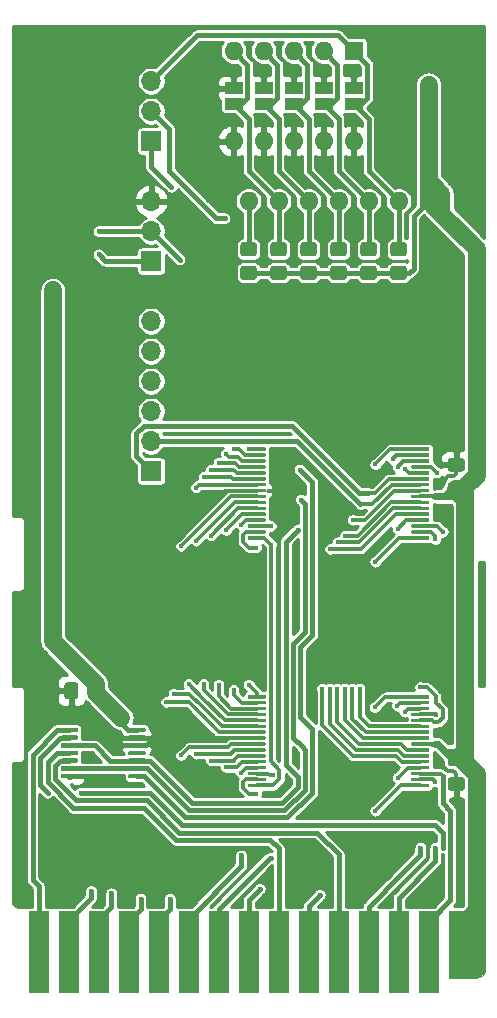
<source format=gbr>
%TF.GenerationSoftware,KiCad,Pcbnew,(5.1.10)-1*%
%TF.CreationDate,2022-11-16T00:45:25-05:00*%
%TF.ProjectId,Coleco-Card3,436f6c65-636f-42d4-9361-7264332e6b69,1*%
%TF.SameCoordinates,Original*%
%TF.FileFunction,Copper,L1,Top*%
%TF.FilePolarity,Positive*%
%FSLAX46Y46*%
G04 Gerber Fmt 4.6, Leading zero omitted, Abs format (unit mm)*
G04 Created by KiCad (PCBNEW (5.1.10)-1) date 2022-11-16 00:45:25*
%MOMM*%
%LPD*%
G01*
G04 APERTURE LIST*
%TA.AperFunction,EtchedComponent*%
%ADD10C,0.100000*%
%TD*%
%TA.AperFunction,EtchedComponent*%
%ADD11C,0.500000*%
%TD*%
%TA.AperFunction,ConnectorPad*%
%ADD12R,1.750000X5.750000*%
%TD*%
%TA.AperFunction,ConnectorPad*%
%ADD13R,1.750000X7.000000*%
%TD*%
%TA.AperFunction,ComponentPad*%
%ADD14R,1.700000X1.700000*%
%TD*%
%TA.AperFunction,ComponentPad*%
%ADD15O,1.700000X1.700000*%
%TD*%
%TA.AperFunction,ComponentPad*%
%ADD16R,1.600000X1.600000*%
%TD*%
%TA.AperFunction,ComponentPad*%
%ADD17O,1.600000X1.600000*%
%TD*%
%TA.AperFunction,SMDPad,CuDef*%
%ADD18R,1.500000X1.000000*%
%TD*%
%TA.AperFunction,ViaPad*%
%ADD19C,0.400000*%
%TD*%
%TA.AperFunction,ViaPad*%
%ADD20C,0.800000*%
%TD*%
%TA.AperFunction,Conductor*%
%ADD21C,0.300000*%
%TD*%
%TA.AperFunction,Conductor*%
%ADD22C,0.400000*%
%TD*%
%TA.AperFunction,Conductor*%
%ADD23C,1.500000*%
%TD*%
%TA.AperFunction,Conductor*%
%ADD24C,0.600000*%
%TD*%
%TA.AperFunction,Conductor*%
%ADD25C,0.254000*%
%TD*%
%TA.AperFunction,Conductor*%
%ADD26C,0.100000*%
%TD*%
G04 APERTURE END LIST*
D10*
%TO.C,X1*%
G36*
X117678201Y-152135701D02*
G01*
X118313201Y-152135701D01*
X118821201Y-151945201D01*
X119075201Y-151627701D01*
X119075201Y-150992701D01*
X119075201Y-136324201D01*
X117678201Y-136324201D01*
X117678201Y-152135701D01*
G37*
X117678201Y-152135701D02*
X118313201Y-152135701D01*
X118821201Y-151945201D01*
X119075201Y-151627701D01*
X119075201Y-150992701D01*
X119075201Y-136324201D01*
X117678201Y-136324201D01*
X117678201Y-152135701D01*
D11*
X117894101Y-145912701D02*
G75*
G02*
X117068601Y-146738201I-825500J0D01*
G01*
%TD*%
D12*
%TO.P,X1,30*%
%TO.N,+5V*%
X116852701Y-149341701D03*
D13*
%TO.P,X1,22*%
%TO.N,/~FCE1*%
X106692701Y-149976701D03*
%TO.P,X1,26*%
%TO.N,/A9*%
X111772701Y-149976701D03*
%TO.P,X1,24*%
%TO.N,/A12*%
X109232701Y-149976701D03*
%TO.P,X1,28*%
%TO.N,/A8*%
X114312701Y-149976701D03*
%TO.P,X1,20*%
%TO.N,/A14*%
X104152701Y-149976701D03*
%TO.P,X1,18*%
%TO.N,/~FCE0*%
X101612701Y-149976701D03*
%TO.P,X1,16*%
%TO.N,/A10*%
X99072701Y-149976701D03*
%TO.P,X1,14*%
%TO.N,/A11*%
X96532701Y-149976701D03*
%TO.P,X1,12*%
%TO.N,/D7*%
X93992701Y-149976701D03*
%TO.P,X1,10*%
%TO.N,/D6*%
X91452701Y-149976701D03*
%TO.P,X1,8*%
%TO.N,/D5*%
X88912701Y-149976701D03*
%TO.P,X1,6*%
%TO.N,/D4*%
X86372701Y-149976701D03*
%TO.P,X1,4*%
%TO.N,/D3*%
X83832701Y-149976701D03*
%TO.P,X1,2*%
%TO.N,/~FCE2*%
X81292701Y-149976701D03*
%TD*%
D14*
%TO.P,J1,1*%
%TO.N,/A14*%
X90805000Y-81280000D03*
D15*
%TO.P,J1,2*%
%TO.N,/XA14*%
X90805000Y-78740000D03*
%TO.P,J1,3*%
%TO.N,/SA14*%
X90805000Y-76200000D03*
%TD*%
D14*
%TO.P,J2,1*%
%TO.N,/~POE*%
X90805000Y-91440000D03*
D15*
%TO.P,J2,2*%
%TO.N,/~FOE*%
X90805000Y-88900000D03*
%TO.P,J2,3*%
%TO.N,GND*%
X90805000Y-86360000D03*
%TD*%
D16*
%TO.P,RN1,1*%
%TO.N,+5V*%
X114300000Y-86360000D03*
D17*
%TO.P,RN1,2*%
%TO.N,/SA14*%
X111760000Y-86360000D03*
%TO.P,RN1,3*%
%TO.N,/SA15*%
X109220000Y-86360000D03*
%TO.P,RN1,4*%
%TO.N,/SA16*%
X106680000Y-86360000D03*
%TO.P,RN1,5*%
%TO.N,/SA17*%
X104140000Y-86360000D03*
%TO.P,RN1,6*%
%TO.N,/SA18*%
X101600000Y-86360000D03*
%TO.P,RN1,7*%
%TO.N,/~RWE*%
X99060000Y-86360000D03*
%TD*%
D16*
%TO.P,SW2,1*%
%TO.N,/SA14*%
X107950000Y-73660000D03*
D17*
%TO.P,SW2,6*%
%TO.N,GND*%
X97790000Y-81280000D03*
%TO.P,SW2,2*%
%TO.N,/SA15*%
X105410000Y-73660000D03*
%TO.P,SW2,7*%
%TO.N,GND*%
X100330000Y-81280000D03*
%TO.P,SW2,3*%
%TO.N,/SA16*%
X102870000Y-73660000D03*
%TO.P,SW2,8*%
%TO.N,GND*%
X102870000Y-81280000D03*
%TO.P,SW2,4*%
%TO.N,/SA17*%
X100330000Y-73660000D03*
%TO.P,SW2,9*%
%TO.N,GND*%
X105410000Y-81280000D03*
%TO.P,SW2,5*%
%TO.N,/SA18*%
X97790000Y-73660000D03*
%TO.P,SW2,10*%
%TO.N,GND*%
X107950000Y-81280000D03*
%TD*%
%TO.P,U1,32*%
%TO.N,/~FOE*%
%TA.AperFunction,SMDPad,CuDef*%
G36*
G01*
X100530000Y-135755000D02*
X100530000Y-135905000D01*
G75*
G02*
X100455000Y-135980000I-75000J0D01*
G01*
X99055000Y-135980000D01*
G75*
G02*
X98980000Y-135905000I0J75000D01*
G01*
X98980000Y-135755000D01*
G75*
G02*
X99055000Y-135680000I75000J0D01*
G01*
X100455000Y-135680000D01*
G75*
G02*
X100530000Y-135755000I0J-75000D01*
G01*
G37*
%TD.AperFunction*%
%TO.P,U1,31*%
%TO.N,/A10*%
%TA.AperFunction,SMDPad,CuDef*%
G36*
G01*
X100530000Y-135255000D02*
X100530000Y-135405000D01*
G75*
G02*
X100455000Y-135480000I-75000J0D01*
G01*
X99055000Y-135480000D01*
G75*
G02*
X98980000Y-135405000I0J75000D01*
G01*
X98980000Y-135255000D01*
G75*
G02*
X99055000Y-135180000I75000J0D01*
G01*
X100455000Y-135180000D01*
G75*
G02*
X100530000Y-135255000I0J-75000D01*
G01*
G37*
%TD.AperFunction*%
%TO.P,U1,30*%
%TO.N,/~CE0*%
%TA.AperFunction,SMDPad,CuDef*%
G36*
G01*
X100530000Y-134755000D02*
X100530000Y-134905000D01*
G75*
G02*
X100455000Y-134980000I-75000J0D01*
G01*
X99055000Y-134980000D01*
G75*
G02*
X98980000Y-134905000I0J75000D01*
G01*
X98980000Y-134755000D01*
G75*
G02*
X99055000Y-134680000I75000J0D01*
G01*
X100455000Y-134680000D01*
G75*
G02*
X100530000Y-134755000I0J-75000D01*
G01*
G37*
%TD.AperFunction*%
%TO.P,U1,29*%
%TO.N,/D7*%
%TA.AperFunction,SMDPad,CuDef*%
G36*
G01*
X100530000Y-134255000D02*
X100530000Y-134405000D01*
G75*
G02*
X100455000Y-134480000I-75000J0D01*
G01*
X99055000Y-134480000D01*
G75*
G02*
X98980000Y-134405000I0J75000D01*
G01*
X98980000Y-134255000D01*
G75*
G02*
X99055000Y-134180000I75000J0D01*
G01*
X100455000Y-134180000D01*
G75*
G02*
X100530000Y-134255000I0J-75000D01*
G01*
G37*
%TD.AperFunction*%
%TO.P,U1,28*%
%TO.N,/D6*%
%TA.AperFunction,SMDPad,CuDef*%
G36*
G01*
X100530000Y-133755000D02*
X100530000Y-133905000D01*
G75*
G02*
X100455000Y-133980000I-75000J0D01*
G01*
X99055000Y-133980000D01*
G75*
G02*
X98980000Y-133905000I0J75000D01*
G01*
X98980000Y-133755000D01*
G75*
G02*
X99055000Y-133680000I75000J0D01*
G01*
X100455000Y-133680000D01*
G75*
G02*
X100530000Y-133755000I0J-75000D01*
G01*
G37*
%TD.AperFunction*%
%TO.P,U1,27*%
%TO.N,/D5*%
%TA.AperFunction,SMDPad,CuDef*%
G36*
G01*
X100530000Y-133255000D02*
X100530000Y-133405000D01*
G75*
G02*
X100455000Y-133480000I-75000J0D01*
G01*
X99055000Y-133480000D01*
G75*
G02*
X98980000Y-133405000I0J75000D01*
G01*
X98980000Y-133255000D01*
G75*
G02*
X99055000Y-133180000I75000J0D01*
G01*
X100455000Y-133180000D01*
G75*
G02*
X100530000Y-133255000I0J-75000D01*
G01*
G37*
%TD.AperFunction*%
%TO.P,U1,26*%
%TO.N,/D4*%
%TA.AperFunction,SMDPad,CuDef*%
G36*
G01*
X100530000Y-132755000D02*
X100530000Y-132905000D01*
G75*
G02*
X100455000Y-132980000I-75000J0D01*
G01*
X99055000Y-132980000D01*
G75*
G02*
X98980000Y-132905000I0J75000D01*
G01*
X98980000Y-132755000D01*
G75*
G02*
X99055000Y-132680000I75000J0D01*
G01*
X100455000Y-132680000D01*
G75*
G02*
X100530000Y-132755000I0J-75000D01*
G01*
G37*
%TD.AperFunction*%
%TO.P,U1,25*%
%TO.N,/D3*%
%TA.AperFunction,SMDPad,CuDef*%
G36*
G01*
X100530000Y-132255000D02*
X100530000Y-132405000D01*
G75*
G02*
X100455000Y-132480000I-75000J0D01*
G01*
X99055000Y-132480000D01*
G75*
G02*
X98980000Y-132405000I0J75000D01*
G01*
X98980000Y-132255000D01*
G75*
G02*
X99055000Y-132180000I75000J0D01*
G01*
X100455000Y-132180000D01*
G75*
G02*
X100530000Y-132255000I0J-75000D01*
G01*
G37*
%TD.AperFunction*%
%TO.P,U1,24*%
%TO.N,GND*%
%TA.AperFunction,SMDPad,CuDef*%
G36*
G01*
X100530000Y-131755000D02*
X100530000Y-131905000D01*
G75*
G02*
X100455000Y-131980000I-75000J0D01*
G01*
X99055000Y-131980000D01*
G75*
G02*
X98980000Y-131905000I0J75000D01*
G01*
X98980000Y-131755000D01*
G75*
G02*
X99055000Y-131680000I75000J0D01*
G01*
X100455000Y-131680000D01*
G75*
G02*
X100530000Y-131755000I0J-75000D01*
G01*
G37*
%TD.AperFunction*%
%TO.P,U1,23*%
%TO.N,/D2*%
%TA.AperFunction,SMDPad,CuDef*%
G36*
G01*
X100530000Y-131255000D02*
X100530000Y-131405000D01*
G75*
G02*
X100455000Y-131480000I-75000J0D01*
G01*
X99055000Y-131480000D01*
G75*
G02*
X98980000Y-131405000I0J75000D01*
G01*
X98980000Y-131255000D01*
G75*
G02*
X99055000Y-131180000I75000J0D01*
G01*
X100455000Y-131180000D01*
G75*
G02*
X100530000Y-131255000I0J-75000D01*
G01*
G37*
%TD.AperFunction*%
%TO.P,U1,22*%
%TO.N,/D1*%
%TA.AperFunction,SMDPad,CuDef*%
G36*
G01*
X100530000Y-130755000D02*
X100530000Y-130905000D01*
G75*
G02*
X100455000Y-130980000I-75000J0D01*
G01*
X99055000Y-130980000D01*
G75*
G02*
X98980000Y-130905000I0J75000D01*
G01*
X98980000Y-130755000D01*
G75*
G02*
X99055000Y-130680000I75000J0D01*
G01*
X100455000Y-130680000D01*
G75*
G02*
X100530000Y-130755000I0J-75000D01*
G01*
G37*
%TD.AperFunction*%
%TO.P,U1,21*%
%TO.N,/D0*%
%TA.AperFunction,SMDPad,CuDef*%
G36*
G01*
X100530000Y-130255000D02*
X100530000Y-130405000D01*
G75*
G02*
X100455000Y-130480000I-75000J0D01*
G01*
X99055000Y-130480000D01*
G75*
G02*
X98980000Y-130405000I0J75000D01*
G01*
X98980000Y-130255000D01*
G75*
G02*
X99055000Y-130180000I75000J0D01*
G01*
X100455000Y-130180000D01*
G75*
G02*
X100530000Y-130255000I0J-75000D01*
G01*
G37*
%TD.AperFunction*%
%TO.P,U1,20*%
%TO.N,/A0*%
%TA.AperFunction,SMDPad,CuDef*%
G36*
G01*
X100530000Y-129755000D02*
X100530000Y-129905000D01*
G75*
G02*
X100455000Y-129980000I-75000J0D01*
G01*
X99055000Y-129980000D01*
G75*
G02*
X98980000Y-129905000I0J75000D01*
G01*
X98980000Y-129755000D01*
G75*
G02*
X99055000Y-129680000I75000J0D01*
G01*
X100455000Y-129680000D01*
G75*
G02*
X100530000Y-129755000I0J-75000D01*
G01*
G37*
%TD.AperFunction*%
%TO.P,U1,19*%
%TO.N,/A1*%
%TA.AperFunction,SMDPad,CuDef*%
G36*
G01*
X100530000Y-129255000D02*
X100530000Y-129405000D01*
G75*
G02*
X100455000Y-129480000I-75000J0D01*
G01*
X99055000Y-129480000D01*
G75*
G02*
X98980000Y-129405000I0J75000D01*
G01*
X98980000Y-129255000D01*
G75*
G02*
X99055000Y-129180000I75000J0D01*
G01*
X100455000Y-129180000D01*
G75*
G02*
X100530000Y-129255000I0J-75000D01*
G01*
G37*
%TD.AperFunction*%
%TO.P,U1,18*%
%TO.N,/A2*%
%TA.AperFunction,SMDPad,CuDef*%
G36*
G01*
X100530000Y-128755000D02*
X100530000Y-128905000D01*
G75*
G02*
X100455000Y-128980000I-75000J0D01*
G01*
X99055000Y-128980000D01*
G75*
G02*
X98980000Y-128905000I0J75000D01*
G01*
X98980000Y-128755000D01*
G75*
G02*
X99055000Y-128680000I75000J0D01*
G01*
X100455000Y-128680000D01*
G75*
G02*
X100530000Y-128755000I0J-75000D01*
G01*
G37*
%TD.AperFunction*%
%TO.P,U1,17*%
%TO.N,/A3*%
%TA.AperFunction,SMDPad,CuDef*%
G36*
G01*
X100530000Y-128255000D02*
X100530000Y-128405000D01*
G75*
G02*
X100455000Y-128480000I-75000J0D01*
G01*
X99055000Y-128480000D01*
G75*
G02*
X98980000Y-128405000I0J75000D01*
G01*
X98980000Y-128255000D01*
G75*
G02*
X99055000Y-128180000I75000J0D01*
G01*
X100455000Y-128180000D01*
G75*
G02*
X100530000Y-128255000I0J-75000D01*
G01*
G37*
%TD.AperFunction*%
%TO.P,U1,16*%
%TO.N,/A4*%
%TA.AperFunction,SMDPad,CuDef*%
G36*
G01*
X114380000Y-128255000D02*
X114380000Y-128405000D01*
G75*
G02*
X114305000Y-128480000I-75000J0D01*
G01*
X112905000Y-128480000D01*
G75*
G02*
X112830000Y-128405000I0J75000D01*
G01*
X112830000Y-128255000D01*
G75*
G02*
X112905000Y-128180000I75000J0D01*
G01*
X114305000Y-128180000D01*
G75*
G02*
X114380000Y-128255000I0J-75000D01*
G01*
G37*
%TD.AperFunction*%
%TO.P,U1,15*%
%TO.N,/A5*%
%TA.AperFunction,SMDPad,CuDef*%
G36*
G01*
X114380000Y-128755000D02*
X114380000Y-128905000D01*
G75*
G02*
X114305000Y-128980000I-75000J0D01*
G01*
X112905000Y-128980000D01*
G75*
G02*
X112830000Y-128905000I0J75000D01*
G01*
X112830000Y-128755000D01*
G75*
G02*
X112905000Y-128680000I75000J0D01*
G01*
X114305000Y-128680000D01*
G75*
G02*
X114380000Y-128755000I0J-75000D01*
G01*
G37*
%TD.AperFunction*%
%TO.P,U1,14*%
%TO.N,/A6*%
%TA.AperFunction,SMDPad,CuDef*%
G36*
G01*
X114380000Y-129255000D02*
X114380000Y-129405000D01*
G75*
G02*
X114305000Y-129480000I-75000J0D01*
G01*
X112905000Y-129480000D01*
G75*
G02*
X112830000Y-129405000I0J75000D01*
G01*
X112830000Y-129255000D01*
G75*
G02*
X112905000Y-129180000I75000J0D01*
G01*
X114305000Y-129180000D01*
G75*
G02*
X114380000Y-129255000I0J-75000D01*
G01*
G37*
%TD.AperFunction*%
%TO.P,U1,13*%
%TO.N,/A7*%
%TA.AperFunction,SMDPad,CuDef*%
G36*
G01*
X114380000Y-129755000D02*
X114380000Y-129905000D01*
G75*
G02*
X114305000Y-129980000I-75000J0D01*
G01*
X112905000Y-129980000D01*
G75*
G02*
X112830000Y-129905000I0J75000D01*
G01*
X112830000Y-129755000D01*
G75*
G02*
X112905000Y-129680000I75000J0D01*
G01*
X114305000Y-129680000D01*
G75*
G02*
X114380000Y-129755000I0J-75000D01*
G01*
G37*
%TD.AperFunction*%
%TO.P,U1,12*%
%TO.N,/A12*%
%TA.AperFunction,SMDPad,CuDef*%
G36*
G01*
X114380000Y-130255000D02*
X114380000Y-130405000D01*
G75*
G02*
X114305000Y-130480000I-75000J0D01*
G01*
X112905000Y-130480000D01*
G75*
G02*
X112830000Y-130405000I0J75000D01*
G01*
X112830000Y-130255000D01*
G75*
G02*
X112905000Y-130180000I75000J0D01*
G01*
X114305000Y-130180000D01*
G75*
G02*
X114380000Y-130255000I0J-75000D01*
G01*
G37*
%TD.AperFunction*%
%TO.P,U1,11*%
%TO.N,/SA15*%
%TA.AperFunction,SMDPad,CuDef*%
G36*
G01*
X114380000Y-130755000D02*
X114380000Y-130905000D01*
G75*
G02*
X114305000Y-130980000I-75000J0D01*
G01*
X112905000Y-130980000D01*
G75*
G02*
X112830000Y-130905000I0J75000D01*
G01*
X112830000Y-130755000D01*
G75*
G02*
X112905000Y-130680000I75000J0D01*
G01*
X114305000Y-130680000D01*
G75*
G02*
X114380000Y-130755000I0J-75000D01*
G01*
G37*
%TD.AperFunction*%
%TO.P,U1,10*%
%TO.N,/SA16*%
%TA.AperFunction,SMDPad,CuDef*%
G36*
G01*
X114380000Y-131255000D02*
X114380000Y-131405000D01*
G75*
G02*
X114305000Y-131480000I-75000J0D01*
G01*
X112905000Y-131480000D01*
G75*
G02*
X112830000Y-131405000I0J75000D01*
G01*
X112830000Y-131255000D01*
G75*
G02*
X112905000Y-131180000I75000J0D01*
G01*
X114305000Y-131180000D01*
G75*
G02*
X114380000Y-131255000I0J-75000D01*
G01*
G37*
%TD.AperFunction*%
%TO.P,U1,9*%
%TO.N,/SA18*%
%TA.AperFunction,SMDPad,CuDef*%
G36*
G01*
X114380000Y-131755000D02*
X114380000Y-131905000D01*
G75*
G02*
X114305000Y-131980000I-75000J0D01*
G01*
X112905000Y-131980000D01*
G75*
G02*
X112830000Y-131905000I0J75000D01*
G01*
X112830000Y-131755000D01*
G75*
G02*
X112905000Y-131680000I75000J0D01*
G01*
X114305000Y-131680000D01*
G75*
G02*
X114380000Y-131755000I0J-75000D01*
G01*
G37*
%TD.AperFunction*%
%TO.P,U1,8*%
%TO.N,+5V*%
%TA.AperFunction,SMDPad,CuDef*%
G36*
G01*
X114380000Y-132255000D02*
X114380000Y-132405000D01*
G75*
G02*
X114305000Y-132480000I-75000J0D01*
G01*
X112905000Y-132480000D01*
G75*
G02*
X112830000Y-132405000I0J75000D01*
G01*
X112830000Y-132255000D01*
G75*
G02*
X112905000Y-132180000I75000J0D01*
G01*
X114305000Y-132180000D01*
G75*
G02*
X114380000Y-132255000I0J-75000D01*
G01*
G37*
%TD.AperFunction*%
%TO.P,U1,7*%
%TO.N,/~RWE*%
%TA.AperFunction,SMDPad,CuDef*%
G36*
G01*
X114380000Y-132755000D02*
X114380000Y-132905000D01*
G75*
G02*
X114305000Y-132980000I-75000J0D01*
G01*
X112905000Y-132980000D01*
G75*
G02*
X112830000Y-132905000I0J75000D01*
G01*
X112830000Y-132755000D01*
G75*
G02*
X112905000Y-132680000I75000J0D01*
G01*
X114305000Y-132680000D01*
G75*
G02*
X114380000Y-132755000I0J-75000D01*
G01*
G37*
%TD.AperFunction*%
%TO.P,U1,6*%
%TO.N,/SA17*%
%TA.AperFunction,SMDPad,CuDef*%
G36*
G01*
X114380000Y-133255000D02*
X114380000Y-133405000D01*
G75*
G02*
X114305000Y-133480000I-75000J0D01*
G01*
X112905000Y-133480000D01*
G75*
G02*
X112830000Y-133405000I0J75000D01*
G01*
X112830000Y-133255000D01*
G75*
G02*
X112905000Y-133180000I75000J0D01*
G01*
X114305000Y-133180000D01*
G75*
G02*
X114380000Y-133255000I0J-75000D01*
G01*
G37*
%TD.AperFunction*%
%TO.P,U1,5*%
%TO.N,/XA14*%
%TA.AperFunction,SMDPad,CuDef*%
G36*
G01*
X114380000Y-133755000D02*
X114380000Y-133905000D01*
G75*
G02*
X114305000Y-133980000I-75000J0D01*
G01*
X112905000Y-133980000D01*
G75*
G02*
X112830000Y-133905000I0J75000D01*
G01*
X112830000Y-133755000D01*
G75*
G02*
X112905000Y-133680000I75000J0D01*
G01*
X114305000Y-133680000D01*
G75*
G02*
X114380000Y-133755000I0J-75000D01*
G01*
G37*
%TD.AperFunction*%
%TO.P,U1,4*%
%TO.N,/A13*%
%TA.AperFunction,SMDPad,CuDef*%
G36*
G01*
X114380000Y-134255000D02*
X114380000Y-134405000D01*
G75*
G02*
X114305000Y-134480000I-75000J0D01*
G01*
X112905000Y-134480000D01*
G75*
G02*
X112830000Y-134405000I0J75000D01*
G01*
X112830000Y-134255000D01*
G75*
G02*
X112905000Y-134180000I75000J0D01*
G01*
X114305000Y-134180000D01*
G75*
G02*
X114380000Y-134255000I0J-75000D01*
G01*
G37*
%TD.AperFunction*%
%TO.P,U1,3*%
%TO.N,/A8*%
%TA.AperFunction,SMDPad,CuDef*%
G36*
G01*
X114380000Y-134755000D02*
X114380000Y-134905000D01*
G75*
G02*
X114305000Y-134980000I-75000J0D01*
G01*
X112905000Y-134980000D01*
G75*
G02*
X112830000Y-134905000I0J75000D01*
G01*
X112830000Y-134755000D01*
G75*
G02*
X112905000Y-134680000I75000J0D01*
G01*
X114305000Y-134680000D01*
G75*
G02*
X114380000Y-134755000I0J-75000D01*
G01*
G37*
%TD.AperFunction*%
%TO.P,U1,2*%
%TO.N,/A9*%
%TA.AperFunction,SMDPad,CuDef*%
G36*
G01*
X114380000Y-135255000D02*
X114380000Y-135405000D01*
G75*
G02*
X114305000Y-135480000I-75000J0D01*
G01*
X112905000Y-135480000D01*
G75*
G02*
X112830000Y-135405000I0J75000D01*
G01*
X112830000Y-135255000D01*
G75*
G02*
X112905000Y-135180000I75000J0D01*
G01*
X114305000Y-135180000D01*
G75*
G02*
X114380000Y-135255000I0J-75000D01*
G01*
G37*
%TD.AperFunction*%
%TO.P,U1,1*%
%TO.N,/A11*%
%TA.AperFunction,SMDPad,CuDef*%
G36*
G01*
X114380000Y-135755000D02*
X114380000Y-135905000D01*
G75*
G02*
X114305000Y-135980000I-75000J0D01*
G01*
X112905000Y-135980000D01*
G75*
G02*
X112830000Y-135905000I0J75000D01*
G01*
X112830000Y-135755000D01*
G75*
G02*
X112905000Y-135680000I75000J0D01*
G01*
X114305000Y-135680000D01*
G75*
G02*
X114380000Y-135755000I0J-75000D01*
G01*
G37*
%TD.AperFunction*%
%TD*%
%TO.P,U2,1*%
%TO.N,/A11*%
%TA.AperFunction,SMDPad,CuDef*%
G36*
G01*
X114380000Y-114800000D02*
X114380000Y-114950000D01*
G75*
G02*
X114305000Y-115025000I-75000J0D01*
G01*
X112905000Y-115025000D01*
G75*
G02*
X112830000Y-114950000I0J75000D01*
G01*
X112830000Y-114800000D01*
G75*
G02*
X112905000Y-114725000I75000J0D01*
G01*
X114305000Y-114725000D01*
G75*
G02*
X114380000Y-114800000I0J-75000D01*
G01*
G37*
%TD.AperFunction*%
%TO.P,U2,2*%
%TO.N,/A9*%
%TA.AperFunction,SMDPad,CuDef*%
G36*
G01*
X114380000Y-114300000D02*
X114380000Y-114450000D01*
G75*
G02*
X114305000Y-114525000I-75000J0D01*
G01*
X112905000Y-114525000D01*
G75*
G02*
X112830000Y-114450000I0J75000D01*
G01*
X112830000Y-114300000D01*
G75*
G02*
X112905000Y-114225000I75000J0D01*
G01*
X114305000Y-114225000D01*
G75*
G02*
X114380000Y-114300000I0J-75000D01*
G01*
G37*
%TD.AperFunction*%
%TO.P,U2,3*%
%TO.N,/A8*%
%TA.AperFunction,SMDPad,CuDef*%
G36*
G01*
X114380000Y-113800000D02*
X114380000Y-113950000D01*
G75*
G02*
X114305000Y-114025000I-75000J0D01*
G01*
X112905000Y-114025000D01*
G75*
G02*
X112830000Y-113950000I0J75000D01*
G01*
X112830000Y-113800000D01*
G75*
G02*
X112905000Y-113725000I75000J0D01*
G01*
X114305000Y-113725000D01*
G75*
G02*
X114380000Y-113800000I0J-75000D01*
G01*
G37*
%TD.AperFunction*%
%TO.P,U2,4*%
%TO.N,/A13*%
%TA.AperFunction,SMDPad,CuDef*%
G36*
G01*
X114380000Y-113300000D02*
X114380000Y-113450000D01*
G75*
G02*
X114305000Y-113525000I-75000J0D01*
G01*
X112905000Y-113525000D01*
G75*
G02*
X112830000Y-113450000I0J75000D01*
G01*
X112830000Y-113300000D01*
G75*
G02*
X112905000Y-113225000I75000J0D01*
G01*
X114305000Y-113225000D01*
G75*
G02*
X114380000Y-113300000I0J-75000D01*
G01*
G37*
%TD.AperFunction*%
%TO.P,U2,5*%
%TO.N,/XA14*%
%TA.AperFunction,SMDPad,CuDef*%
G36*
G01*
X114380000Y-112800000D02*
X114380000Y-112950000D01*
G75*
G02*
X114305000Y-113025000I-75000J0D01*
G01*
X112905000Y-113025000D01*
G75*
G02*
X112830000Y-112950000I0J75000D01*
G01*
X112830000Y-112800000D01*
G75*
G02*
X112905000Y-112725000I75000J0D01*
G01*
X114305000Y-112725000D01*
G75*
G02*
X114380000Y-112800000I0J-75000D01*
G01*
G37*
%TD.AperFunction*%
%TO.P,U2,6*%
%TO.N,/SA17*%
%TA.AperFunction,SMDPad,CuDef*%
G36*
G01*
X114380000Y-112300000D02*
X114380000Y-112450000D01*
G75*
G02*
X114305000Y-112525000I-75000J0D01*
G01*
X112905000Y-112525000D01*
G75*
G02*
X112830000Y-112450000I0J75000D01*
G01*
X112830000Y-112300000D01*
G75*
G02*
X112905000Y-112225000I75000J0D01*
G01*
X114305000Y-112225000D01*
G75*
G02*
X114380000Y-112300000I0J-75000D01*
G01*
G37*
%TD.AperFunction*%
%TO.P,U2,7*%
%TO.N,/~RWE*%
%TA.AperFunction,SMDPad,CuDef*%
G36*
G01*
X114380000Y-111800000D02*
X114380000Y-111950000D01*
G75*
G02*
X114305000Y-112025000I-75000J0D01*
G01*
X112905000Y-112025000D01*
G75*
G02*
X112830000Y-111950000I0J75000D01*
G01*
X112830000Y-111800000D01*
G75*
G02*
X112905000Y-111725000I75000J0D01*
G01*
X114305000Y-111725000D01*
G75*
G02*
X114380000Y-111800000I0J-75000D01*
G01*
G37*
%TD.AperFunction*%
%TO.P,U2,8*%
%TO.N,+5V*%
%TA.AperFunction,SMDPad,CuDef*%
G36*
G01*
X114380000Y-111300000D02*
X114380000Y-111450000D01*
G75*
G02*
X114305000Y-111525000I-75000J0D01*
G01*
X112905000Y-111525000D01*
G75*
G02*
X112830000Y-111450000I0J75000D01*
G01*
X112830000Y-111300000D01*
G75*
G02*
X112905000Y-111225000I75000J0D01*
G01*
X114305000Y-111225000D01*
G75*
G02*
X114380000Y-111300000I0J-75000D01*
G01*
G37*
%TD.AperFunction*%
%TO.P,U2,9*%
%TO.N,/SA18*%
%TA.AperFunction,SMDPad,CuDef*%
G36*
G01*
X114380000Y-110800000D02*
X114380000Y-110950000D01*
G75*
G02*
X114305000Y-111025000I-75000J0D01*
G01*
X112905000Y-111025000D01*
G75*
G02*
X112830000Y-110950000I0J75000D01*
G01*
X112830000Y-110800000D01*
G75*
G02*
X112905000Y-110725000I75000J0D01*
G01*
X114305000Y-110725000D01*
G75*
G02*
X114380000Y-110800000I0J-75000D01*
G01*
G37*
%TD.AperFunction*%
%TO.P,U2,10*%
%TO.N,/SA16*%
%TA.AperFunction,SMDPad,CuDef*%
G36*
G01*
X114380000Y-110300000D02*
X114380000Y-110450000D01*
G75*
G02*
X114305000Y-110525000I-75000J0D01*
G01*
X112905000Y-110525000D01*
G75*
G02*
X112830000Y-110450000I0J75000D01*
G01*
X112830000Y-110300000D01*
G75*
G02*
X112905000Y-110225000I75000J0D01*
G01*
X114305000Y-110225000D01*
G75*
G02*
X114380000Y-110300000I0J-75000D01*
G01*
G37*
%TD.AperFunction*%
%TO.P,U2,11*%
%TO.N,/SA15*%
%TA.AperFunction,SMDPad,CuDef*%
G36*
G01*
X114380000Y-109800000D02*
X114380000Y-109950000D01*
G75*
G02*
X114305000Y-110025000I-75000J0D01*
G01*
X112905000Y-110025000D01*
G75*
G02*
X112830000Y-109950000I0J75000D01*
G01*
X112830000Y-109800000D01*
G75*
G02*
X112905000Y-109725000I75000J0D01*
G01*
X114305000Y-109725000D01*
G75*
G02*
X114380000Y-109800000I0J-75000D01*
G01*
G37*
%TD.AperFunction*%
%TO.P,U2,12*%
%TO.N,/A12*%
%TA.AperFunction,SMDPad,CuDef*%
G36*
G01*
X114380000Y-109300000D02*
X114380000Y-109450000D01*
G75*
G02*
X114305000Y-109525000I-75000J0D01*
G01*
X112905000Y-109525000D01*
G75*
G02*
X112830000Y-109450000I0J75000D01*
G01*
X112830000Y-109300000D01*
G75*
G02*
X112905000Y-109225000I75000J0D01*
G01*
X114305000Y-109225000D01*
G75*
G02*
X114380000Y-109300000I0J-75000D01*
G01*
G37*
%TD.AperFunction*%
%TO.P,U2,13*%
%TO.N,/A7*%
%TA.AperFunction,SMDPad,CuDef*%
G36*
G01*
X114380000Y-108800000D02*
X114380000Y-108950000D01*
G75*
G02*
X114305000Y-109025000I-75000J0D01*
G01*
X112905000Y-109025000D01*
G75*
G02*
X112830000Y-108950000I0J75000D01*
G01*
X112830000Y-108800000D01*
G75*
G02*
X112905000Y-108725000I75000J0D01*
G01*
X114305000Y-108725000D01*
G75*
G02*
X114380000Y-108800000I0J-75000D01*
G01*
G37*
%TD.AperFunction*%
%TO.P,U2,14*%
%TO.N,/A6*%
%TA.AperFunction,SMDPad,CuDef*%
G36*
G01*
X114380000Y-108300000D02*
X114380000Y-108450000D01*
G75*
G02*
X114305000Y-108525000I-75000J0D01*
G01*
X112905000Y-108525000D01*
G75*
G02*
X112830000Y-108450000I0J75000D01*
G01*
X112830000Y-108300000D01*
G75*
G02*
X112905000Y-108225000I75000J0D01*
G01*
X114305000Y-108225000D01*
G75*
G02*
X114380000Y-108300000I0J-75000D01*
G01*
G37*
%TD.AperFunction*%
%TO.P,U2,15*%
%TO.N,/A5*%
%TA.AperFunction,SMDPad,CuDef*%
G36*
G01*
X114380000Y-107800000D02*
X114380000Y-107950000D01*
G75*
G02*
X114305000Y-108025000I-75000J0D01*
G01*
X112905000Y-108025000D01*
G75*
G02*
X112830000Y-107950000I0J75000D01*
G01*
X112830000Y-107800000D01*
G75*
G02*
X112905000Y-107725000I75000J0D01*
G01*
X114305000Y-107725000D01*
G75*
G02*
X114380000Y-107800000I0J-75000D01*
G01*
G37*
%TD.AperFunction*%
%TO.P,U2,16*%
%TO.N,/A4*%
%TA.AperFunction,SMDPad,CuDef*%
G36*
G01*
X114380000Y-107300000D02*
X114380000Y-107450000D01*
G75*
G02*
X114305000Y-107525000I-75000J0D01*
G01*
X112905000Y-107525000D01*
G75*
G02*
X112830000Y-107450000I0J75000D01*
G01*
X112830000Y-107300000D01*
G75*
G02*
X112905000Y-107225000I75000J0D01*
G01*
X114305000Y-107225000D01*
G75*
G02*
X114380000Y-107300000I0J-75000D01*
G01*
G37*
%TD.AperFunction*%
%TO.P,U2,17*%
%TO.N,/A3*%
%TA.AperFunction,SMDPad,CuDef*%
G36*
G01*
X100530000Y-107300000D02*
X100530000Y-107450000D01*
G75*
G02*
X100455000Y-107525000I-75000J0D01*
G01*
X99055000Y-107525000D01*
G75*
G02*
X98980000Y-107450000I0J75000D01*
G01*
X98980000Y-107300000D01*
G75*
G02*
X99055000Y-107225000I75000J0D01*
G01*
X100455000Y-107225000D01*
G75*
G02*
X100530000Y-107300000I0J-75000D01*
G01*
G37*
%TD.AperFunction*%
%TO.P,U2,18*%
%TO.N,/A2*%
%TA.AperFunction,SMDPad,CuDef*%
G36*
G01*
X100530000Y-107800000D02*
X100530000Y-107950000D01*
G75*
G02*
X100455000Y-108025000I-75000J0D01*
G01*
X99055000Y-108025000D01*
G75*
G02*
X98980000Y-107950000I0J75000D01*
G01*
X98980000Y-107800000D01*
G75*
G02*
X99055000Y-107725000I75000J0D01*
G01*
X100455000Y-107725000D01*
G75*
G02*
X100530000Y-107800000I0J-75000D01*
G01*
G37*
%TD.AperFunction*%
%TO.P,U2,19*%
%TO.N,/A1*%
%TA.AperFunction,SMDPad,CuDef*%
G36*
G01*
X100530000Y-108300000D02*
X100530000Y-108450000D01*
G75*
G02*
X100455000Y-108525000I-75000J0D01*
G01*
X99055000Y-108525000D01*
G75*
G02*
X98980000Y-108450000I0J75000D01*
G01*
X98980000Y-108300000D01*
G75*
G02*
X99055000Y-108225000I75000J0D01*
G01*
X100455000Y-108225000D01*
G75*
G02*
X100530000Y-108300000I0J-75000D01*
G01*
G37*
%TD.AperFunction*%
%TO.P,U2,20*%
%TO.N,/A0*%
%TA.AperFunction,SMDPad,CuDef*%
G36*
G01*
X100530000Y-108800000D02*
X100530000Y-108950000D01*
G75*
G02*
X100455000Y-109025000I-75000J0D01*
G01*
X99055000Y-109025000D01*
G75*
G02*
X98980000Y-108950000I0J75000D01*
G01*
X98980000Y-108800000D01*
G75*
G02*
X99055000Y-108725000I75000J0D01*
G01*
X100455000Y-108725000D01*
G75*
G02*
X100530000Y-108800000I0J-75000D01*
G01*
G37*
%TD.AperFunction*%
%TO.P,U2,21*%
%TO.N,/D0*%
%TA.AperFunction,SMDPad,CuDef*%
G36*
G01*
X100530000Y-109300000D02*
X100530000Y-109450000D01*
G75*
G02*
X100455000Y-109525000I-75000J0D01*
G01*
X99055000Y-109525000D01*
G75*
G02*
X98980000Y-109450000I0J75000D01*
G01*
X98980000Y-109300000D01*
G75*
G02*
X99055000Y-109225000I75000J0D01*
G01*
X100455000Y-109225000D01*
G75*
G02*
X100530000Y-109300000I0J-75000D01*
G01*
G37*
%TD.AperFunction*%
%TO.P,U2,22*%
%TO.N,/D1*%
%TA.AperFunction,SMDPad,CuDef*%
G36*
G01*
X100530000Y-109800000D02*
X100530000Y-109950000D01*
G75*
G02*
X100455000Y-110025000I-75000J0D01*
G01*
X99055000Y-110025000D01*
G75*
G02*
X98980000Y-109950000I0J75000D01*
G01*
X98980000Y-109800000D01*
G75*
G02*
X99055000Y-109725000I75000J0D01*
G01*
X100455000Y-109725000D01*
G75*
G02*
X100530000Y-109800000I0J-75000D01*
G01*
G37*
%TD.AperFunction*%
%TO.P,U2,23*%
%TO.N,/D2*%
%TA.AperFunction,SMDPad,CuDef*%
G36*
G01*
X100530000Y-110300000D02*
X100530000Y-110450000D01*
G75*
G02*
X100455000Y-110525000I-75000J0D01*
G01*
X99055000Y-110525000D01*
G75*
G02*
X98980000Y-110450000I0J75000D01*
G01*
X98980000Y-110300000D01*
G75*
G02*
X99055000Y-110225000I75000J0D01*
G01*
X100455000Y-110225000D01*
G75*
G02*
X100530000Y-110300000I0J-75000D01*
G01*
G37*
%TD.AperFunction*%
%TO.P,U2,24*%
%TO.N,GND*%
%TA.AperFunction,SMDPad,CuDef*%
G36*
G01*
X100530000Y-110800000D02*
X100530000Y-110950000D01*
G75*
G02*
X100455000Y-111025000I-75000J0D01*
G01*
X99055000Y-111025000D01*
G75*
G02*
X98980000Y-110950000I0J75000D01*
G01*
X98980000Y-110800000D01*
G75*
G02*
X99055000Y-110725000I75000J0D01*
G01*
X100455000Y-110725000D01*
G75*
G02*
X100530000Y-110800000I0J-75000D01*
G01*
G37*
%TD.AperFunction*%
%TO.P,U2,25*%
%TO.N,/D3*%
%TA.AperFunction,SMDPad,CuDef*%
G36*
G01*
X100530000Y-111300000D02*
X100530000Y-111450000D01*
G75*
G02*
X100455000Y-111525000I-75000J0D01*
G01*
X99055000Y-111525000D01*
G75*
G02*
X98980000Y-111450000I0J75000D01*
G01*
X98980000Y-111300000D01*
G75*
G02*
X99055000Y-111225000I75000J0D01*
G01*
X100455000Y-111225000D01*
G75*
G02*
X100530000Y-111300000I0J-75000D01*
G01*
G37*
%TD.AperFunction*%
%TO.P,U2,26*%
%TO.N,/D4*%
%TA.AperFunction,SMDPad,CuDef*%
G36*
G01*
X100530000Y-111800000D02*
X100530000Y-111950000D01*
G75*
G02*
X100455000Y-112025000I-75000J0D01*
G01*
X99055000Y-112025000D01*
G75*
G02*
X98980000Y-111950000I0J75000D01*
G01*
X98980000Y-111800000D01*
G75*
G02*
X99055000Y-111725000I75000J0D01*
G01*
X100455000Y-111725000D01*
G75*
G02*
X100530000Y-111800000I0J-75000D01*
G01*
G37*
%TD.AperFunction*%
%TO.P,U2,27*%
%TO.N,/D5*%
%TA.AperFunction,SMDPad,CuDef*%
G36*
G01*
X100530000Y-112300000D02*
X100530000Y-112450000D01*
G75*
G02*
X100455000Y-112525000I-75000J0D01*
G01*
X99055000Y-112525000D01*
G75*
G02*
X98980000Y-112450000I0J75000D01*
G01*
X98980000Y-112300000D01*
G75*
G02*
X99055000Y-112225000I75000J0D01*
G01*
X100455000Y-112225000D01*
G75*
G02*
X100530000Y-112300000I0J-75000D01*
G01*
G37*
%TD.AperFunction*%
%TO.P,U2,28*%
%TO.N,/D6*%
%TA.AperFunction,SMDPad,CuDef*%
G36*
G01*
X100530000Y-112800000D02*
X100530000Y-112950000D01*
G75*
G02*
X100455000Y-113025000I-75000J0D01*
G01*
X99055000Y-113025000D01*
G75*
G02*
X98980000Y-112950000I0J75000D01*
G01*
X98980000Y-112800000D01*
G75*
G02*
X99055000Y-112725000I75000J0D01*
G01*
X100455000Y-112725000D01*
G75*
G02*
X100530000Y-112800000I0J-75000D01*
G01*
G37*
%TD.AperFunction*%
%TO.P,U2,29*%
%TO.N,/D7*%
%TA.AperFunction,SMDPad,CuDef*%
G36*
G01*
X100530000Y-113300000D02*
X100530000Y-113450000D01*
G75*
G02*
X100455000Y-113525000I-75000J0D01*
G01*
X99055000Y-113525000D01*
G75*
G02*
X98980000Y-113450000I0J75000D01*
G01*
X98980000Y-113300000D01*
G75*
G02*
X99055000Y-113225000I75000J0D01*
G01*
X100455000Y-113225000D01*
G75*
G02*
X100530000Y-113300000I0J-75000D01*
G01*
G37*
%TD.AperFunction*%
%TO.P,U2,30*%
%TO.N,/~CE1*%
%TA.AperFunction,SMDPad,CuDef*%
G36*
G01*
X100530000Y-113800000D02*
X100530000Y-113950000D01*
G75*
G02*
X100455000Y-114025000I-75000J0D01*
G01*
X99055000Y-114025000D01*
G75*
G02*
X98980000Y-113950000I0J75000D01*
G01*
X98980000Y-113800000D01*
G75*
G02*
X99055000Y-113725000I75000J0D01*
G01*
X100455000Y-113725000D01*
G75*
G02*
X100530000Y-113800000I0J-75000D01*
G01*
G37*
%TD.AperFunction*%
%TO.P,U2,31*%
%TO.N,/A10*%
%TA.AperFunction,SMDPad,CuDef*%
G36*
G01*
X100530000Y-114300000D02*
X100530000Y-114450000D01*
G75*
G02*
X100455000Y-114525000I-75000J0D01*
G01*
X99055000Y-114525000D01*
G75*
G02*
X98980000Y-114450000I0J75000D01*
G01*
X98980000Y-114300000D01*
G75*
G02*
X99055000Y-114225000I75000J0D01*
G01*
X100455000Y-114225000D01*
G75*
G02*
X100530000Y-114300000I0J-75000D01*
G01*
G37*
%TD.AperFunction*%
%TO.P,U2,32*%
%TO.N,/~FOE*%
%TA.AperFunction,SMDPad,CuDef*%
G36*
G01*
X100530000Y-114800000D02*
X100530000Y-114950000D01*
G75*
G02*
X100455000Y-115025000I-75000J0D01*
G01*
X99055000Y-115025000D01*
G75*
G02*
X98980000Y-114950000I0J75000D01*
G01*
X98980000Y-114800000D01*
G75*
G02*
X99055000Y-114725000I75000J0D01*
G01*
X100455000Y-114725000D01*
G75*
G02*
X100530000Y-114800000I0J-75000D01*
G01*
G37*
%TD.AperFunction*%
%TD*%
%TO.P,U7,1*%
%TO.N,/~FCE2*%
%TA.AperFunction,SMDPad,CuDef*%
G36*
G01*
X83141000Y-131246000D02*
X83141000Y-131046000D01*
G75*
G02*
X83241000Y-130946000I100000J0D01*
G01*
X84516000Y-130946000D01*
G75*
G02*
X84616000Y-131046000I0J-100000D01*
G01*
X84616000Y-131246000D01*
G75*
G02*
X84516000Y-131346000I-100000J0D01*
G01*
X83241000Y-131346000D01*
G75*
G02*
X83141000Y-131246000I0J100000D01*
G01*
G37*
%TD.AperFunction*%
%TO.P,U7,2*%
%TO.N,/~FCE3*%
%TA.AperFunction,SMDPad,CuDef*%
G36*
G01*
X83141000Y-131896000D02*
X83141000Y-131696000D01*
G75*
G02*
X83241000Y-131596000I100000J0D01*
G01*
X84516000Y-131596000D01*
G75*
G02*
X84616000Y-131696000I0J-100000D01*
G01*
X84616000Y-131896000D01*
G75*
G02*
X84516000Y-131996000I-100000J0D01*
G01*
X83241000Y-131996000D01*
G75*
G02*
X83141000Y-131896000I0J100000D01*
G01*
G37*
%TD.AperFunction*%
%TO.P,U7,3*%
%TO.N,/~FCE23*%
%TA.AperFunction,SMDPad,CuDef*%
G36*
G01*
X83141000Y-132546000D02*
X83141000Y-132346000D01*
G75*
G02*
X83241000Y-132246000I100000J0D01*
G01*
X84516000Y-132246000D01*
G75*
G02*
X84616000Y-132346000I0J-100000D01*
G01*
X84616000Y-132546000D01*
G75*
G02*
X84516000Y-132646000I-100000J0D01*
G01*
X83241000Y-132646000D01*
G75*
G02*
X83141000Y-132546000I0J100000D01*
G01*
G37*
%TD.AperFunction*%
%TO.P,U7,4*%
%TO.N,/~FCE0*%
%TA.AperFunction,SMDPad,CuDef*%
G36*
G01*
X83141000Y-133196000D02*
X83141000Y-132996000D01*
G75*
G02*
X83241000Y-132896000I100000J0D01*
G01*
X84516000Y-132896000D01*
G75*
G02*
X84616000Y-132996000I0J-100000D01*
G01*
X84616000Y-133196000D01*
G75*
G02*
X84516000Y-133296000I-100000J0D01*
G01*
X83241000Y-133296000D01*
G75*
G02*
X83141000Y-133196000I0J100000D01*
G01*
G37*
%TD.AperFunction*%
%TO.P,U7,5*%
%TO.N,/~FCE1*%
%TA.AperFunction,SMDPad,CuDef*%
G36*
G01*
X83141000Y-133846000D02*
X83141000Y-133646000D01*
G75*
G02*
X83241000Y-133546000I100000J0D01*
G01*
X84516000Y-133546000D01*
G75*
G02*
X84616000Y-133646000I0J-100000D01*
G01*
X84616000Y-133846000D01*
G75*
G02*
X84516000Y-133946000I-100000J0D01*
G01*
X83241000Y-133946000D01*
G75*
G02*
X83141000Y-133846000I0J100000D01*
G01*
G37*
%TD.AperFunction*%
%TO.P,U7,6*%
%TO.N,/~FCE01*%
%TA.AperFunction,SMDPad,CuDef*%
G36*
G01*
X83141000Y-134496000D02*
X83141000Y-134296000D01*
G75*
G02*
X83241000Y-134196000I100000J0D01*
G01*
X84516000Y-134196000D01*
G75*
G02*
X84616000Y-134296000I0J-100000D01*
G01*
X84616000Y-134496000D01*
G75*
G02*
X84516000Y-134596000I-100000J0D01*
G01*
X83241000Y-134596000D01*
G75*
G02*
X83141000Y-134496000I0J100000D01*
G01*
G37*
%TD.AperFunction*%
%TO.P,U7,7*%
%TO.N,GND*%
%TA.AperFunction,SMDPad,CuDef*%
G36*
G01*
X83141000Y-135146000D02*
X83141000Y-134946000D01*
G75*
G02*
X83241000Y-134846000I100000J0D01*
G01*
X84516000Y-134846000D01*
G75*
G02*
X84616000Y-134946000I0J-100000D01*
G01*
X84616000Y-135146000D01*
G75*
G02*
X84516000Y-135246000I-100000J0D01*
G01*
X83241000Y-135246000D01*
G75*
G02*
X83141000Y-135146000I0J100000D01*
G01*
G37*
%TD.AperFunction*%
%TO.P,U7,8*%
%TO.N,/~FCEX*%
%TA.AperFunction,SMDPad,CuDef*%
G36*
G01*
X88866000Y-135146000D02*
X88866000Y-134946000D01*
G75*
G02*
X88966000Y-134846000I100000J0D01*
G01*
X90241000Y-134846000D01*
G75*
G02*
X90341000Y-134946000I0J-100000D01*
G01*
X90341000Y-135146000D01*
G75*
G02*
X90241000Y-135246000I-100000J0D01*
G01*
X88966000Y-135246000D01*
G75*
G02*
X88866000Y-135146000I0J100000D01*
G01*
G37*
%TD.AperFunction*%
%TO.P,U7,9*%
%TO.N,/~FCE01*%
%TA.AperFunction,SMDPad,CuDef*%
G36*
G01*
X88866000Y-134496000D02*
X88866000Y-134296000D01*
G75*
G02*
X88966000Y-134196000I100000J0D01*
G01*
X90241000Y-134196000D01*
G75*
G02*
X90341000Y-134296000I0J-100000D01*
G01*
X90341000Y-134496000D01*
G75*
G02*
X90241000Y-134596000I-100000J0D01*
G01*
X88966000Y-134596000D01*
G75*
G02*
X88866000Y-134496000I0J100000D01*
G01*
G37*
%TD.AperFunction*%
%TO.P,U7,10*%
%TO.N,/~FCE23*%
%TA.AperFunction,SMDPad,CuDef*%
G36*
G01*
X88866000Y-133846000D02*
X88866000Y-133646000D01*
G75*
G02*
X88966000Y-133546000I100000J0D01*
G01*
X90241000Y-133546000D01*
G75*
G02*
X90341000Y-133646000I0J-100000D01*
G01*
X90341000Y-133846000D01*
G75*
G02*
X90241000Y-133946000I-100000J0D01*
G01*
X88966000Y-133946000D01*
G75*
G02*
X88866000Y-133846000I0J100000D01*
G01*
G37*
%TD.AperFunction*%
%TO.P,U7,11*%
%TO.N,Net-(U7-Pad11)*%
%TA.AperFunction,SMDPad,CuDef*%
G36*
G01*
X88866000Y-133196000D02*
X88866000Y-132996000D01*
G75*
G02*
X88966000Y-132896000I100000J0D01*
G01*
X90241000Y-132896000D01*
G75*
G02*
X90341000Y-132996000I0J-100000D01*
G01*
X90341000Y-133196000D01*
G75*
G02*
X90241000Y-133296000I-100000J0D01*
G01*
X88966000Y-133296000D01*
G75*
G02*
X88866000Y-133196000I0J100000D01*
G01*
G37*
%TD.AperFunction*%
%TO.P,U7,12*%
%TO.N,GND*%
%TA.AperFunction,SMDPad,CuDef*%
G36*
G01*
X88866000Y-132546000D02*
X88866000Y-132346000D01*
G75*
G02*
X88966000Y-132246000I100000J0D01*
G01*
X90241000Y-132246000D01*
G75*
G02*
X90341000Y-132346000I0J-100000D01*
G01*
X90341000Y-132546000D01*
G75*
G02*
X90241000Y-132646000I-100000J0D01*
G01*
X88966000Y-132646000D01*
G75*
G02*
X88866000Y-132546000I0J100000D01*
G01*
G37*
%TD.AperFunction*%
%TO.P,U7,13*%
%TA.AperFunction,SMDPad,CuDef*%
G36*
G01*
X88866000Y-131896000D02*
X88866000Y-131696000D01*
G75*
G02*
X88966000Y-131596000I100000J0D01*
G01*
X90241000Y-131596000D01*
G75*
G02*
X90341000Y-131696000I0J-100000D01*
G01*
X90341000Y-131896000D01*
G75*
G02*
X90241000Y-131996000I-100000J0D01*
G01*
X88966000Y-131996000D01*
G75*
G02*
X88866000Y-131896000I0J100000D01*
G01*
G37*
%TD.AperFunction*%
%TO.P,U7,14*%
%TO.N,+5V*%
%TA.AperFunction,SMDPad,CuDef*%
G36*
G01*
X88866000Y-131246000D02*
X88866000Y-131046000D01*
G75*
G02*
X88966000Y-130946000I100000J0D01*
G01*
X90241000Y-130946000D01*
G75*
G02*
X90341000Y-131046000I0J-100000D01*
G01*
X90341000Y-131246000D01*
G75*
G02*
X90241000Y-131346000I-100000J0D01*
G01*
X88966000Y-131346000D01*
G75*
G02*
X88866000Y-131246000I0J100000D01*
G01*
G37*
%TD.AperFunction*%
%TD*%
D14*
%TO.P,J5,1*%
%TO.N,/SA15*%
X90805000Y-109220000D03*
D15*
%TO.P,J5,2*%
%TO.N,/SA16*%
X90805000Y-106680000D03*
%TO.P,J5,3*%
%TO.N,/SA17*%
X90805000Y-104140000D03*
%TO.P,J5,4*%
%TO.N,/SA18*%
X90805000Y-101600000D03*
%TO.P,J5,5*%
%TO.N,/~POE*%
X90805000Y-99060000D03*
%TO.P,J5,6*%
%TO.N,/~RWE*%
X90805000Y-96520000D03*
%TD*%
%TO.P,C1,1*%
%TO.N,+5V*%
%TA.AperFunction,SMDPad,CuDef*%
G36*
G01*
X116174500Y-133058500D02*
X117124500Y-133058500D01*
G75*
G02*
X117374500Y-133308500I0J-250000D01*
G01*
X117374500Y-133983500D01*
G75*
G02*
X117124500Y-134233500I-250000J0D01*
G01*
X116174500Y-134233500D01*
G75*
G02*
X115924500Y-133983500I0J250000D01*
G01*
X115924500Y-133308500D01*
G75*
G02*
X116174500Y-133058500I250000J0D01*
G01*
G37*
%TD.AperFunction*%
%TO.P,C1,2*%
%TO.N,GND*%
%TA.AperFunction,SMDPad,CuDef*%
G36*
G01*
X116174500Y-135133500D02*
X117124500Y-135133500D01*
G75*
G02*
X117374500Y-135383500I0J-250000D01*
G01*
X117374500Y-136058500D01*
G75*
G02*
X117124500Y-136308500I-250000J0D01*
G01*
X116174500Y-136308500D01*
G75*
G02*
X115924500Y-136058500I0J250000D01*
G01*
X115924500Y-135383500D01*
G75*
G02*
X116174500Y-135133500I250000J0D01*
G01*
G37*
%TD.AperFunction*%
%TD*%
%TO.P,C2,2*%
%TO.N,GND*%
%TA.AperFunction,SMDPad,CuDef*%
G36*
G01*
X117124500Y-109278000D02*
X116174500Y-109278000D01*
G75*
G02*
X115924500Y-109028000I0J250000D01*
G01*
X115924500Y-108353000D01*
G75*
G02*
X116174500Y-108103000I250000J0D01*
G01*
X117124500Y-108103000D01*
G75*
G02*
X117374500Y-108353000I0J-250000D01*
G01*
X117374500Y-109028000D01*
G75*
G02*
X117124500Y-109278000I-250000J0D01*
G01*
G37*
%TD.AperFunction*%
%TO.P,C2,1*%
%TO.N,+5V*%
%TA.AperFunction,SMDPad,CuDef*%
G36*
G01*
X117124500Y-111353000D02*
X116174500Y-111353000D01*
G75*
G02*
X115924500Y-111103000I0J250000D01*
G01*
X115924500Y-110428000D01*
G75*
G02*
X116174500Y-110178000I250000J0D01*
G01*
X117124500Y-110178000D01*
G75*
G02*
X117374500Y-110428000I0J-250000D01*
G01*
X117374500Y-111103000D01*
G75*
G02*
X117124500Y-111353000I-250000J0D01*
G01*
G37*
%TD.AperFunction*%
%TD*%
%TO.P,C3,1*%
%TO.N,+5V*%
%TA.AperFunction,SMDPad,CuDef*%
G36*
G01*
X86715000Y-127350500D02*
X86715000Y-128300500D01*
G75*
G02*
X86465000Y-128550500I-250000J0D01*
G01*
X85790000Y-128550500D01*
G75*
G02*
X85540000Y-128300500I0J250000D01*
G01*
X85540000Y-127350500D01*
G75*
G02*
X85790000Y-127100500I250000J0D01*
G01*
X86465000Y-127100500D01*
G75*
G02*
X86715000Y-127350500I0J-250000D01*
G01*
G37*
%TD.AperFunction*%
%TO.P,C3,2*%
%TO.N,GND*%
%TA.AperFunction,SMDPad,CuDef*%
G36*
G01*
X84640000Y-127350500D02*
X84640000Y-128300500D01*
G75*
G02*
X84390000Y-128550500I-250000J0D01*
G01*
X83715000Y-128550500D01*
G75*
G02*
X83465000Y-128300500I0J250000D01*
G01*
X83465000Y-127350500D01*
G75*
G02*
X83715000Y-127100500I250000J0D01*
G01*
X84390000Y-127100500D01*
G75*
G02*
X84640000Y-127350500I0J-250000D01*
G01*
G37*
%TD.AperFunction*%
%TD*%
%TO.P,R1,2*%
%TO.N,/SA14*%
%TA.AperFunction,SMDPad,CuDef*%
G36*
G01*
X112210001Y-91040000D02*
X111309999Y-91040000D01*
G75*
G02*
X111060000Y-90790001I0J249999D01*
G01*
X111060000Y-90089999D01*
G75*
G02*
X111309999Y-89840000I249999J0D01*
G01*
X112210001Y-89840000D01*
G75*
G02*
X112460000Y-90089999I0J-249999D01*
G01*
X112460000Y-90790001D01*
G75*
G02*
X112210001Y-91040000I-249999J0D01*
G01*
G37*
%TD.AperFunction*%
%TO.P,R1,1*%
%TO.N,+5V*%
%TA.AperFunction,SMDPad,CuDef*%
G36*
G01*
X112210001Y-93040000D02*
X111309999Y-93040000D01*
G75*
G02*
X111060000Y-92790001I0J249999D01*
G01*
X111060000Y-92089999D01*
G75*
G02*
X111309999Y-91840000I249999J0D01*
G01*
X112210001Y-91840000D01*
G75*
G02*
X112460000Y-92089999I0J-249999D01*
G01*
X112460000Y-92790001D01*
G75*
G02*
X112210001Y-93040000I-249999J0D01*
G01*
G37*
%TD.AperFunction*%
%TD*%
%TO.P,R2,1*%
%TO.N,+5V*%
%TA.AperFunction,SMDPad,CuDef*%
G36*
G01*
X109670001Y-93040000D02*
X108769999Y-93040000D01*
G75*
G02*
X108520000Y-92790001I0J249999D01*
G01*
X108520000Y-92089999D01*
G75*
G02*
X108769999Y-91840000I249999J0D01*
G01*
X109670001Y-91840000D01*
G75*
G02*
X109920000Y-92089999I0J-249999D01*
G01*
X109920000Y-92790001D01*
G75*
G02*
X109670001Y-93040000I-249999J0D01*
G01*
G37*
%TD.AperFunction*%
%TO.P,R2,2*%
%TO.N,/SA15*%
%TA.AperFunction,SMDPad,CuDef*%
G36*
G01*
X109670001Y-91040000D02*
X108769999Y-91040000D01*
G75*
G02*
X108520000Y-90790001I0J249999D01*
G01*
X108520000Y-90089999D01*
G75*
G02*
X108769999Y-89840000I249999J0D01*
G01*
X109670001Y-89840000D01*
G75*
G02*
X109920000Y-90089999I0J-249999D01*
G01*
X109920000Y-90790001D01*
G75*
G02*
X109670001Y-91040000I-249999J0D01*
G01*
G37*
%TD.AperFunction*%
%TD*%
%TO.P,R3,2*%
%TO.N,/SA16*%
%TA.AperFunction,SMDPad,CuDef*%
G36*
G01*
X107130001Y-91040000D02*
X106229999Y-91040000D01*
G75*
G02*
X105980000Y-90790001I0J249999D01*
G01*
X105980000Y-90089999D01*
G75*
G02*
X106229999Y-89840000I249999J0D01*
G01*
X107130001Y-89840000D01*
G75*
G02*
X107380000Y-90089999I0J-249999D01*
G01*
X107380000Y-90790001D01*
G75*
G02*
X107130001Y-91040000I-249999J0D01*
G01*
G37*
%TD.AperFunction*%
%TO.P,R3,1*%
%TO.N,+5V*%
%TA.AperFunction,SMDPad,CuDef*%
G36*
G01*
X107130001Y-93040000D02*
X106229999Y-93040000D01*
G75*
G02*
X105980000Y-92790001I0J249999D01*
G01*
X105980000Y-92089999D01*
G75*
G02*
X106229999Y-91840000I249999J0D01*
G01*
X107130001Y-91840000D01*
G75*
G02*
X107380000Y-92089999I0J-249999D01*
G01*
X107380000Y-92790001D01*
G75*
G02*
X107130001Y-93040000I-249999J0D01*
G01*
G37*
%TD.AperFunction*%
%TD*%
%TO.P,R4,1*%
%TO.N,+5V*%
%TA.AperFunction,SMDPad,CuDef*%
G36*
G01*
X104590001Y-93040000D02*
X103689999Y-93040000D01*
G75*
G02*
X103440000Y-92790001I0J249999D01*
G01*
X103440000Y-92089999D01*
G75*
G02*
X103689999Y-91840000I249999J0D01*
G01*
X104590001Y-91840000D01*
G75*
G02*
X104840000Y-92089999I0J-249999D01*
G01*
X104840000Y-92790001D01*
G75*
G02*
X104590001Y-93040000I-249999J0D01*
G01*
G37*
%TD.AperFunction*%
%TO.P,R4,2*%
%TO.N,/SA17*%
%TA.AperFunction,SMDPad,CuDef*%
G36*
G01*
X104590001Y-91040000D02*
X103689999Y-91040000D01*
G75*
G02*
X103440000Y-90790001I0J249999D01*
G01*
X103440000Y-90089999D01*
G75*
G02*
X103689999Y-89840000I249999J0D01*
G01*
X104590001Y-89840000D01*
G75*
G02*
X104840000Y-90089999I0J-249999D01*
G01*
X104840000Y-90790001D01*
G75*
G02*
X104590001Y-91040000I-249999J0D01*
G01*
G37*
%TD.AperFunction*%
%TD*%
%TO.P,R5,2*%
%TO.N,/SA18*%
%TA.AperFunction,SMDPad,CuDef*%
G36*
G01*
X102050001Y-91040000D02*
X101149999Y-91040000D01*
G75*
G02*
X100900000Y-90790001I0J249999D01*
G01*
X100900000Y-90089999D01*
G75*
G02*
X101149999Y-89840000I249999J0D01*
G01*
X102050001Y-89840000D01*
G75*
G02*
X102300000Y-90089999I0J-249999D01*
G01*
X102300000Y-90790001D01*
G75*
G02*
X102050001Y-91040000I-249999J0D01*
G01*
G37*
%TD.AperFunction*%
%TO.P,R5,1*%
%TO.N,+5V*%
%TA.AperFunction,SMDPad,CuDef*%
G36*
G01*
X102050001Y-93040000D02*
X101149999Y-93040000D01*
G75*
G02*
X100900000Y-92790001I0J249999D01*
G01*
X100900000Y-92089999D01*
G75*
G02*
X101149999Y-91840000I249999J0D01*
G01*
X102050001Y-91840000D01*
G75*
G02*
X102300000Y-92089999I0J-249999D01*
G01*
X102300000Y-92790001D01*
G75*
G02*
X102050001Y-93040000I-249999J0D01*
G01*
G37*
%TD.AperFunction*%
%TD*%
%TO.P,R6,1*%
%TO.N,+5V*%
%TA.AperFunction,SMDPad,CuDef*%
G36*
G01*
X99510001Y-93040000D02*
X98609999Y-93040000D01*
G75*
G02*
X98360000Y-92790001I0J249999D01*
G01*
X98360000Y-92089999D01*
G75*
G02*
X98609999Y-91840000I249999J0D01*
G01*
X99510001Y-91840000D01*
G75*
G02*
X99760000Y-92089999I0J-249999D01*
G01*
X99760000Y-92790001D01*
G75*
G02*
X99510001Y-93040000I-249999J0D01*
G01*
G37*
%TD.AperFunction*%
%TO.P,R6,2*%
%TO.N,/~RWE*%
%TA.AperFunction,SMDPad,CuDef*%
G36*
G01*
X99510001Y-91040000D02*
X98609999Y-91040000D01*
G75*
G02*
X98360000Y-90790001I0J249999D01*
G01*
X98360000Y-90089999D01*
G75*
G02*
X98609999Y-89840000I249999J0D01*
G01*
X99510001Y-89840000D01*
G75*
G02*
X99760000Y-90089999I0J-249999D01*
G01*
X99760000Y-90790001D01*
G75*
G02*
X99510001Y-91040000I-249999J0D01*
G01*
G37*
%TD.AperFunction*%
%TD*%
D18*
%TO.P,JP3,2*%
%TO.N,GND*%
X107950000Y-76820000D03*
%TO.P,JP3,1*%
%TO.N,/SA14*%
X107950000Y-78120000D03*
%TD*%
%TO.P,JP4,1*%
%TO.N,/SA15*%
X105410000Y-78120000D03*
%TO.P,JP4,2*%
%TO.N,GND*%
X105410000Y-76820000D03*
%TD*%
%TO.P,JP5,2*%
%TO.N,GND*%
X102870000Y-76820000D03*
%TO.P,JP5,1*%
%TO.N,/SA16*%
X102870000Y-78120000D03*
%TD*%
%TO.P,JP9,1*%
%TO.N,/SA17*%
X100330000Y-78120000D03*
%TO.P,JP9,2*%
%TO.N,GND*%
X100330000Y-76820000D03*
%TD*%
%TO.P,JP10,2*%
%TO.N,GND*%
X97790000Y-76820000D03*
%TO.P,JP10,1*%
%TO.N,/SA18*%
X97790000Y-78120000D03*
%TD*%
D19*
%TO.N,/~CE0*%
X101092000Y-134937500D03*
%TO.N,/~FCEX*%
X103441500Y-130048000D03*
X103378000Y-109093000D03*
%TO.N,/~FCE23*%
X103251000Y-135128000D03*
X103251000Y-114173000D03*
%TO.N,/~FCE01*%
X103568500Y-132524500D03*
X103505000Y-111633000D03*
%TO.N,/~FCE3*%
X115506500Y-141097000D03*
X84836000Y-136461500D03*
X82042000Y-136461500D03*
%TO.N,/~CE1*%
X100945500Y-113875000D03*
%TO.N,/SA15*%
X109156500Y-111061500D03*
X108458000Y-127635000D03*
%TO.N,/SA16*%
X108521500Y-112014000D03*
X107823000Y-127635000D03*
%TO.N,/SA17*%
X105918000Y-127635000D03*
X104140000Y-89471500D03*
X106616500Y-115252500D03*
%TO.N,/SA18*%
X107886500Y-113347500D03*
X107188000Y-127635000D03*
%TO.N,/~POE*%
X86360000Y-90868500D03*
%TO.N,/~RWE*%
X107251500Y-114681000D03*
X106553000Y-127635000D03*
%TO.N,/A14*%
X105092500Y-145097500D03*
X92519500Y-85153500D03*
%TO.N,/XA14*%
X105283000Y-127635000D03*
X97028000Y-87820500D03*
X105981500Y-115824000D03*
%TO.N,/~FOE*%
X86360000Y-88900000D03*
X93218000Y-91313000D03*
X100965000Y-115443000D03*
D20*
%TO.N,GND*%
X84010500Y-127825500D03*
D19*
X116649500Y-135699500D03*
D20*
X87708500Y-132446000D03*
X87693500Y-135318500D03*
X90297000Y-127317500D03*
D19*
X81788000Y-138112500D03*
X86042500Y-140970000D03*
X82613500Y-143954500D03*
X107124500Y-141033500D03*
X105029000Y-141033500D03*
X104965500Y-142811500D03*
X103124000Y-143954500D03*
X100076000Y-145669000D03*
X101473000Y-136652000D03*
X90741500Y-94043500D03*
X97790000Y-75184000D03*
X107950000Y-75184000D03*
X105410000Y-75184000D03*
X102870000Y-75184000D03*
X100330000Y-75184000D03*
X96139000Y-75184000D03*
D20*
X96139000Y-79629000D03*
D19*
X100584000Y-141224000D03*
X107823000Y-138176000D03*
X102997000Y-117856000D03*
X101600000Y-117602000D03*
X118618000Y-126174500D03*
X115824000Y-112903000D03*
X104394000Y-125222000D03*
X105283000Y-113284000D03*
X101219000Y-107378500D03*
X101155500Y-112903000D03*
X85661500Y-133604000D03*
X96202500Y-106045000D03*
X95123000Y-143954500D03*
X107505500Y-88455500D03*
X109791500Y-97917000D03*
X88900000Y-100965000D03*
X92964000Y-88392000D03*
X88582500Y-90233500D03*
X110998000Y-145415000D03*
X115125500Y-144843500D03*
X116967000Y-142367000D03*
X113157000Y-145161000D03*
X103822500Y-138366500D03*
X97218500Y-141287500D03*
D20*
X79502000Y-71882000D03*
X118681500Y-71882000D03*
X79502000Y-145542000D03*
D19*
X102997000Y-133350000D03*
D20*
%TO.N,+5V*%
X114300000Y-76517500D03*
X82486500Y-93916500D03*
D19*
%TO.N,/A10*%
X100012500Y-144589500D03*
X99695000Y-136525000D03*
X99695000Y-115697000D03*
%TO.N,/D7*%
X98425000Y-134747000D03*
X98425000Y-113792000D03*
X98425000Y-141760510D03*
%TO.N,/D6*%
X97155000Y-134302500D03*
X92392500Y-145415000D03*
X97155000Y-114236500D03*
%TO.N,/D5*%
X95885000Y-133731000D03*
X89916000Y-145415000D03*
X95885000Y-114681000D03*
%TO.N,/D4*%
X94615000Y-133159500D03*
X87439500Y-144970500D03*
X94615000Y-115125500D03*
%TO.N,/D3*%
X93345000Y-133286500D03*
X85725000Y-144780000D03*
X93345000Y-115570000D03*
%TO.N,/D2*%
X92075000Y-128778000D03*
X94615000Y-110617000D03*
%TO.N,/D1*%
X92710000Y-128079500D03*
X95250000Y-109728000D03*
%TO.N,/D0*%
X93980000Y-127254000D03*
X95885000Y-109093000D03*
%TO.N,/A0*%
X95250000Y-127254000D03*
X96520000Y-108521500D03*
%TO.N,/A1*%
X96520000Y-127317500D03*
X97155000Y-107759500D03*
%TO.N,/A2*%
X97790000Y-127762000D03*
X97790000Y-107315000D03*
%TO.N,/A3*%
X99060000Y-127317500D03*
X99060000Y-107315000D03*
%TO.N,/A4*%
X109728000Y-129222500D03*
X109791500Y-108648500D03*
%TO.N,/A5*%
X111633000Y-129095500D03*
X111252000Y-108204000D03*
%TO.N,/A6*%
X112268000Y-129603500D03*
X111696500Y-108839000D03*
%TO.N,/A7*%
X114935000Y-129857500D03*
X114998500Y-109347000D03*
%TO.N,/A12*%
X113601500Y-141097000D03*
X113601500Y-127508000D03*
X112331500Y-109029500D03*
%TO.N,/A13*%
X111696500Y-135191500D03*
X111696500Y-114109500D03*
%TO.N,/A8*%
X115506500Y-135001000D03*
X115506500Y-114363500D03*
%TO.N,/A9*%
X114871500Y-141097000D03*
X114871500Y-135509000D03*
X114871500Y-114998500D03*
%TO.N,/A11*%
X109791500Y-137985500D03*
X100965000Y-141986000D03*
X109791500Y-116903500D03*
%TD*%
D21*
%TO.N,/~CE0*%
X99755000Y-134830000D02*
X100730500Y-134830000D01*
X100838000Y-134937500D02*
X101092000Y-134937500D01*
X100730500Y-134830000D02*
X100838000Y-134937500D01*
D22*
%TO.N,/~FCEX*%
X103441500Y-130048000D02*
X103441500Y-130048000D01*
X103378000Y-109093000D02*
X103378000Y-109093000D01*
X104451011Y-136450575D02*
X104451011Y-131057511D01*
X102351064Y-138550522D02*
X104451011Y-136450575D01*
X93719522Y-138550522D02*
X102351064Y-138550522D01*
X90215000Y-135046000D02*
X93719522Y-138550522D01*
X104451011Y-131057511D02*
X103441500Y-130048000D01*
X89603500Y-135046000D02*
X90215000Y-135046000D01*
X104457500Y-110172500D02*
X103378000Y-109093000D01*
X104457500Y-123086042D02*
X104457500Y-110172500D01*
X103441500Y-124102042D02*
X104457500Y-123086042D01*
X103441500Y-130048000D02*
X103441500Y-124102042D01*
%TO.N,/~FCE23*%
X83878500Y-132446000D02*
X86027500Y-132446000D01*
X87327500Y-133746000D02*
X89603500Y-133746000D01*
X86027500Y-132446000D02*
X87327500Y-133746000D01*
X103251000Y-135128000D02*
X103251000Y-135128000D01*
X103251000Y-114173000D02*
X103251000Y-114173000D01*
X90693000Y-133746000D02*
X94297500Y-137350500D01*
X101854000Y-137350500D02*
X103251000Y-135953500D01*
X89603500Y-133746000D02*
X90693000Y-133746000D01*
X94297500Y-137350500D02*
X101854000Y-137350500D01*
X103251000Y-135953500D02*
X103251000Y-135128000D01*
X102235000Y-115189000D02*
X103251000Y-114173000D01*
X102235000Y-134112000D02*
X102235000Y-115189000D01*
X103251000Y-135128000D02*
X102235000Y-134112000D01*
%TO.N,/~FCE01*%
X84107500Y-134396000D02*
X89603500Y-134396000D01*
X83878500Y-134396000D02*
X84107500Y-134396000D01*
X103568500Y-132524500D02*
X103568500Y-132524500D01*
X103505000Y-111633000D02*
X103505000Y-111633000D01*
X89603500Y-134396000D02*
X90494458Y-134396000D01*
X103851001Y-136202042D02*
X103851001Y-132807001D01*
X90494458Y-134396000D02*
X94048968Y-137950511D01*
X94048968Y-137950511D02*
X102102532Y-137950511D01*
X102102532Y-137950511D02*
X103851001Y-136202042D01*
X103851001Y-132807001D02*
X103568500Y-132524500D01*
X103851001Y-111979001D02*
X103505000Y-111633000D01*
X103851001Y-122843999D02*
X103851001Y-111979001D01*
X102841491Y-123853509D02*
X103851001Y-122843999D01*
X102841491Y-131797491D02*
X102841491Y-123853509D01*
X103568500Y-132524500D02*
X102841491Y-131797491D01*
%TO.N,/~FCE3*%
X83083876Y-131796000D02*
X82486500Y-132393376D01*
X83878500Y-131796000D02*
X83083876Y-131796000D01*
X82486500Y-132393376D02*
X82486500Y-132397500D01*
X82486500Y-132397500D02*
X81407000Y-133477000D01*
X81407000Y-133477000D02*
X81407000Y-135826500D01*
X84836000Y-136461500D02*
X84836000Y-136461500D01*
X81407000Y-135826500D02*
X82042000Y-136461500D01*
X114871500Y-139192000D02*
X115506500Y-139827000D01*
X93408500Y-139192000D02*
X114871500Y-139192000D01*
X90678000Y-136461500D02*
X93408500Y-139192000D01*
X115506500Y-139827000D02*
X115506500Y-141097000D01*
X84836000Y-136461500D02*
X90678000Y-136461500D01*
%TO.N,/~FCE2*%
X81292701Y-149976701D02*
X81748325Y-149521077D01*
X80772000Y-133223000D02*
X82849000Y-131146000D01*
X80772000Y-143827500D02*
X80772000Y-133223000D01*
X81292701Y-144348201D02*
X80772000Y-143827500D01*
X82849000Y-131146000D02*
X83878500Y-131146000D01*
X81292701Y-149976701D02*
X81292701Y-144348201D01*
%TO.N,/~FCE1*%
X106692701Y-146062701D02*
X106692701Y-149976701D01*
X106692701Y-141681201D02*
X106692701Y-146062701D01*
X104838500Y-139827000D02*
X106692701Y-141681201D01*
X93154500Y-139827000D02*
X104838500Y-139827000D01*
X84455000Y-137096500D02*
X90424000Y-137096500D01*
X82677000Y-135318500D02*
X84455000Y-137096500D01*
X82677000Y-134152876D02*
X82677000Y-135318500D01*
X90424000Y-137096500D02*
X93154500Y-139827000D01*
X83083876Y-133746000D02*
X82677000Y-134152876D01*
X83878500Y-133746000D02*
X83083876Y-133746000D01*
%TO.N,/~FCE0*%
X92900500Y-140462000D02*
X100901500Y-140462000D01*
X90170000Y-137731500D02*
X92900500Y-140462000D01*
X101612701Y-141173201D02*
X101612701Y-149976701D01*
X84201000Y-137731500D02*
X90170000Y-137731500D01*
X82042000Y-135572500D02*
X84201000Y-137731500D01*
X82042000Y-133858000D02*
X82042000Y-135572500D01*
X82804000Y-133096000D02*
X82042000Y-133858000D01*
X100901500Y-140462000D02*
X101612701Y-141173201D01*
X83878500Y-133096000D02*
X82804000Y-133096000D01*
D21*
%TO.N,/~CE1*%
X99755000Y-113875000D02*
X100945500Y-113875000D01*
X100945500Y-113875000D02*
X100945500Y-113875000D01*
%TO.N,/SA15*%
X108458000Y-130036502D02*
X108458000Y-129751999D01*
X109251498Y-130830000D02*
X108458000Y-130036502D01*
X113605000Y-130830000D02*
X109251498Y-130830000D01*
X108458000Y-129751999D02*
X108458000Y-129751999D01*
X113605000Y-109875000D02*
X110914500Y-109875000D01*
X110914500Y-109875000D02*
X109728000Y-111061500D01*
X109728000Y-111061500D02*
X109156500Y-111061500D01*
X109156500Y-111061500D02*
X109156500Y-111061500D01*
X108458000Y-129751999D02*
X108458000Y-127635000D01*
D22*
X109220000Y-90440000D02*
X109220000Y-86360000D01*
X108417542Y-111061500D02*
X109156500Y-111061500D01*
X90185000Y-105410000D02*
X102766042Y-105410000D01*
X102766042Y-105410000D02*
X108417542Y-111061500D01*
X89554999Y-106040001D02*
X90185000Y-105410000D01*
X89554999Y-107969999D02*
X89554999Y-106040001D01*
X90805000Y-109220000D02*
X89554999Y-107969999D01*
X106080002Y-78120000D02*
X105410000Y-78120000D01*
X106560001Y-77640001D02*
X106080002Y-78120000D01*
X106560001Y-74810001D02*
X106560001Y-77640001D01*
X105410000Y-73660000D02*
X106560001Y-74810001D01*
X106680000Y-79390000D02*
X105410000Y-78120000D01*
X106680000Y-83820000D02*
X106680000Y-79390000D01*
X109220000Y-86360000D02*
X106680000Y-83820000D01*
D21*
%TO.N,/SA16*%
X107823000Y-129730500D02*
X107823000Y-129730500D01*
X113605000Y-110375000D02*
X111176500Y-110375000D01*
X111176500Y-110375000D02*
X109537500Y-112014000D01*
X109537500Y-112014000D02*
X108521500Y-112014000D01*
X108521500Y-112014000D02*
X108521500Y-112014000D01*
X107823000Y-129730500D02*
X107823000Y-127635000D01*
X107823000Y-130175000D02*
X107823000Y-129730500D01*
X108978000Y-131330000D02*
X107823000Y-130175000D01*
X113605000Y-131330000D02*
X108978000Y-131330000D01*
D22*
X106680000Y-90440000D02*
X106680000Y-86360000D01*
X103187500Y-106680000D02*
X108521500Y-112014000D01*
X90805000Y-106680000D02*
X103187500Y-106680000D01*
X104020001Y-77640001D02*
X103540002Y-78120000D01*
X103540002Y-78120000D02*
X102870000Y-78120000D01*
X104020001Y-74810001D02*
X104020001Y-77640001D01*
X102870000Y-73660000D02*
X104020001Y-74810001D01*
X106680000Y-86360000D02*
X104140000Y-83820000D01*
X104140000Y-79390000D02*
X102870000Y-78120000D01*
X104140000Y-83820000D02*
X104140000Y-79390000D01*
D21*
%TO.N,/SA17*%
X105918000Y-129730500D02*
X105918000Y-129730500D01*
X113605000Y-112375000D02*
X111326880Y-112375000D01*
X105918000Y-129730500D02*
X105918000Y-127635000D01*
X105918000Y-130619500D02*
X105918000Y-129730500D01*
X111743390Y-132834010D02*
X108132510Y-132834010D01*
X108132510Y-132834010D02*
X105918000Y-130619500D01*
X112239380Y-133330000D02*
X111743390Y-132834010D01*
X113605000Y-133330000D02*
X112239380Y-133330000D01*
D22*
X104140000Y-90440000D02*
X104140000Y-86360000D01*
D21*
X111326880Y-112375000D02*
X108449380Y-115252500D01*
X108449380Y-115252500D02*
X106616500Y-115252500D01*
X106616500Y-115252500D02*
X106616500Y-115252500D01*
D22*
X101000002Y-78120000D02*
X100330000Y-78120000D01*
X101480001Y-77640001D02*
X101000002Y-78120000D01*
X101480001Y-74810001D02*
X101480001Y-77640001D01*
X100330000Y-73660000D02*
X101480001Y-74810001D01*
X104140000Y-86360000D02*
X101600000Y-83820000D01*
X101600000Y-79390000D02*
X100330000Y-78120000D01*
X101600000Y-83820000D02*
X101600000Y-79390000D01*
D21*
%TO.N,/SA18*%
X107188000Y-129730500D02*
X107188000Y-129730500D01*
X113605000Y-110875000D02*
X111412640Y-110875000D01*
X111412640Y-110875000D02*
X108940140Y-113347500D01*
X108940140Y-113347500D02*
X107886500Y-113347500D01*
X107886500Y-113347500D02*
X107886500Y-113347500D01*
X107188000Y-129730500D02*
X107188000Y-127635000D01*
X107188000Y-130302000D02*
X107188000Y-129730500D01*
X108716000Y-131830000D02*
X107188000Y-130302000D01*
X113605000Y-131830000D02*
X108716000Y-131830000D01*
D22*
X101600000Y-90440000D02*
X101600000Y-86360000D01*
X98460002Y-78120000D02*
X97790000Y-78120000D01*
X98940001Y-77640001D02*
X98460002Y-78120000D01*
X98940001Y-74810001D02*
X98940001Y-77640001D01*
X97790000Y-73660000D02*
X98940001Y-74810001D01*
X101600000Y-86360000D02*
X99060000Y-83820000D01*
X99060000Y-79390000D02*
X97790000Y-78120000D01*
X99060000Y-83820000D02*
X99060000Y-79390000D01*
%TO.N,/~POE*%
X90805000Y-91440000D02*
X89535000Y-91440000D01*
X89535000Y-91440000D02*
X86931500Y-91440000D01*
X86931500Y-91440000D02*
X86360000Y-90868500D01*
X86360000Y-90868500D02*
X86360000Y-90868500D01*
D21*
%TO.N,/~RWE*%
X106553000Y-129730500D02*
X106553000Y-129730500D01*
X113605000Y-111875000D02*
X111119760Y-111875000D01*
X111119760Y-111875000D02*
X108313760Y-114681000D01*
X108313760Y-114681000D02*
X107251500Y-114681000D01*
X107251500Y-114681000D02*
X107251500Y-114681000D01*
X106553000Y-129730500D02*
X106553000Y-127635000D01*
X106553000Y-130492500D02*
X106553000Y-129730500D01*
X108394500Y-132334000D02*
X106553000Y-130492500D01*
X111950500Y-132334000D02*
X108394500Y-132334000D01*
X112446500Y-132830000D02*
X111950500Y-132334000D01*
X113605000Y-132830000D02*
X112446500Y-132830000D01*
D22*
X99060000Y-90440000D02*
X99060000Y-86360000D01*
%TO.N,/A14*%
X104152701Y-149976701D02*
X104152701Y-146037299D01*
X104152701Y-146037299D02*
X105092500Y-145097500D01*
X105092500Y-145097500D02*
X105092500Y-145097500D01*
X90805000Y-81280000D02*
X90805000Y-83439000D01*
X90805000Y-83439000D02*
X92519500Y-85153500D01*
D21*
%TO.N,/XA14*%
X105283000Y-129730500D02*
X105283000Y-129730500D01*
X113605000Y-112875000D02*
X111534000Y-112875000D01*
D22*
X92329000Y-80264000D02*
X92329000Y-83820000D01*
X90805000Y-78740000D02*
X92329000Y-80264000D01*
X92329000Y-83820000D02*
X93916500Y-85407500D01*
D21*
X105283000Y-129730500D02*
X105283000Y-127635000D01*
X105283000Y-130746500D02*
X105283000Y-129730500D01*
X107870518Y-133334018D02*
X105283000Y-130746500D01*
X108219916Y-133334018D02*
X107870518Y-133334018D01*
X108219918Y-133334020D02*
X108219916Y-133334018D01*
X111536280Y-133334020D02*
X108219918Y-133334020D01*
X112032260Y-133830000D02*
X111536280Y-133334020D01*
X113605000Y-133830000D02*
X112032260Y-133830000D01*
D22*
X93916500Y-85407500D02*
X94424500Y-85915500D01*
X94424500Y-85915500D02*
X94742000Y-86233000D01*
X96329500Y-87820500D02*
X97028000Y-87820500D01*
X94424500Y-85915500D02*
X96329500Y-87820500D01*
D21*
X111534000Y-112875000D02*
X108585000Y-115824000D01*
X108585000Y-115824000D02*
X105981500Y-115824000D01*
X105981500Y-115824000D02*
X105981500Y-115824000D01*
D22*
%TO.N,/SA14*%
X94678500Y-72326500D02*
X90805000Y-76200000D01*
X106616500Y-72326500D02*
X94678500Y-72326500D01*
X107950000Y-73660000D02*
X106616500Y-72326500D01*
X111760000Y-90440000D02*
X111760000Y-86360000D01*
X108620002Y-78120000D02*
X107950000Y-78120000D01*
X109100001Y-77640001D02*
X108620002Y-78120000D01*
X109100001Y-74810001D02*
X109100001Y-77640001D01*
X107950000Y-73660000D02*
X109100001Y-74810001D01*
X111760000Y-86360000D02*
X109220000Y-83820000D01*
X109220000Y-79390000D02*
X107950000Y-78120000D01*
X109220000Y-83820000D02*
X109220000Y-79390000D01*
D21*
%TO.N,/~FOE*%
X100016000Y-114875000D02*
X99755000Y-114875000D01*
D22*
X93218000Y-91313000D02*
X93218000Y-91313000D01*
X90805000Y-88900000D02*
X86360000Y-88900000D01*
X93218000Y-91313000D02*
X90805000Y-88900000D01*
D21*
X100965000Y-133794500D02*
X100965000Y-124079000D01*
X101663500Y-134493000D02*
X100965000Y-133794500D01*
X101663500Y-135318500D02*
X101663500Y-134493000D01*
X101152000Y-135830000D02*
X101663500Y-135318500D01*
X99755000Y-135830000D02*
X101152000Y-135830000D01*
X100965000Y-115443000D02*
X100397000Y-114875000D01*
X100397000Y-114875000D02*
X99755000Y-114875000D01*
X100965000Y-124079000D02*
X100965000Y-115443000D01*
D22*
%TO.N,GND*%
X95571500Y-131830000D02*
X93412500Y-131830000D01*
D21*
X99755000Y-131830000D02*
X95571500Y-131830000D01*
D22*
X89603500Y-132446000D02*
X87708500Y-132446000D01*
X88358500Y-131796000D02*
X87708500Y-132446000D01*
X89603500Y-131796000D02*
X88358500Y-131796000D01*
X87708500Y-132446000D02*
X87708500Y-132446000D01*
X83878500Y-135046000D02*
X85770000Y-135046000D01*
X85770000Y-135046000D02*
X86042500Y-135318500D01*
X86042500Y-135318500D02*
X87693500Y-135318500D01*
X87693500Y-135318500D02*
X87693500Y-135318500D01*
X89603500Y-131796000D02*
X91029000Y-131796000D01*
X91063000Y-131830000D02*
X93412500Y-131830000D01*
X91029000Y-131796000D02*
X91063000Y-131830000D01*
X90379000Y-132446000D02*
X91029000Y-131796000D01*
X89603500Y-132446000D02*
X90379000Y-132446000D01*
D23*
X90297000Y-127317500D02*
X90297000Y-128702002D01*
X90297000Y-128702002D02*
X92214498Y-130619500D01*
X92214498Y-130619500D02*
X94043500Y-130619500D01*
X94043500Y-130619500D02*
X94678500Y-131254500D01*
D21*
X99755000Y-110875000D02*
X97024000Y-110875000D01*
X97024000Y-110875000D02*
X96583500Y-111315500D01*
D22*
X96583500Y-111315500D02*
X96266000Y-111633000D01*
D24*
X96266000Y-111633000D02*
X95821500Y-112077500D01*
X95821500Y-112077500D02*
X95694500Y-112204500D01*
X95694500Y-112204500D02*
X94424500Y-112204500D01*
D22*
X97790000Y-76820000D02*
X97790000Y-75184000D01*
X97790000Y-75184000D02*
X97790000Y-75184000D01*
X107950000Y-75184000D02*
X107950000Y-76820000D01*
X105410000Y-76820000D02*
X105410000Y-75184000D01*
X105410000Y-75184000D02*
X105410000Y-75184000D01*
X102870000Y-76820000D02*
X102870000Y-75184000D01*
X102870000Y-75184000D02*
X102870000Y-75184000D01*
X100330000Y-76820000D02*
X100330000Y-75184000D01*
X100330000Y-75184000D02*
X100330000Y-75184000D01*
X96139000Y-75184000D02*
X96139000Y-79629000D01*
X96139000Y-79629000D02*
X96139000Y-79629000D01*
D21*
X116649500Y-135721000D02*
X116649500Y-135366169D01*
X116649500Y-135366169D02*
X116649500Y-134874000D01*
X116359010Y-134583510D02*
X115925964Y-134583510D01*
X116649500Y-134874000D02*
X116359010Y-134583510D01*
X115925964Y-134583510D02*
X115136954Y-133794500D01*
X116649500Y-108690500D02*
X116649500Y-109474990D01*
X116459000Y-109665490D02*
X115950010Y-109665490D01*
X116649500Y-109474990D02*
X116459000Y-109665490D01*
X115950010Y-109665490D02*
X115316000Y-110299500D01*
D22*
%TO.N,+5V*%
X116852701Y-149214701D02*
X116852701Y-148577299D01*
X116852701Y-148577299D02*
X118110000Y-147320000D01*
X118552925Y-146492925D02*
X118478229Y-146418228D01*
X118552925Y-146877075D02*
X118552925Y-146492925D01*
X118110000Y-147320000D02*
X118552925Y-146877075D01*
X118478229Y-146418228D02*
X118529257Y-146122292D01*
X118529257Y-146122292D02*
X118539322Y-146063916D01*
X118566310Y-145767674D02*
X118566310Y-137616310D01*
X118539322Y-146030211D02*
X118566310Y-145767674D01*
X118539322Y-146063916D02*
X118539322Y-146030211D01*
X118566310Y-137616310D02*
X118110000Y-137160000D01*
D21*
X113605000Y-132330000D02*
X114550000Y-132330000D01*
D22*
X118364000Y-137414000D02*
X118566310Y-137616310D01*
X118364000Y-136525000D02*
X118364000Y-137414000D01*
D23*
X118364000Y-135763000D02*
X118364000Y-136525000D01*
X118364000Y-135763000D02*
X118364000Y-135636000D01*
X118364000Y-135636000D02*
X118364000Y-134874000D01*
X118364000Y-134874000D02*
X117411500Y-133921500D01*
D22*
X117136000Y-133646000D02*
X117411500Y-133921500D01*
X116649500Y-133646000D02*
X117136000Y-133646000D01*
D23*
X115379500Y-85725000D02*
X114300000Y-84645500D01*
X115379500Y-87439500D02*
X115379500Y-85725000D01*
X114300000Y-86360000D02*
X114300000Y-84645500D01*
X114300000Y-84645500D02*
X114300000Y-76517500D01*
X115379500Y-87439500D02*
X114300000Y-86360000D01*
X114300000Y-76517500D02*
X114300000Y-76517500D01*
D22*
X89603500Y-131146000D02*
X88855000Y-131146000D01*
X88270000Y-130561000D02*
X88270000Y-130116500D01*
X88855000Y-131146000D02*
X88270000Y-130561000D01*
X99060000Y-92440000D02*
X111760000Y-92440000D01*
X111760000Y-92440000D02*
X112665000Y-92440000D01*
X112665000Y-92440000D02*
X113030000Y-92075000D01*
X113030000Y-87630000D02*
X114300000Y-86360000D01*
X113030000Y-92075000D02*
X113030000Y-87630000D01*
D23*
X117199500Y-110765500D02*
X116649500Y-110765500D01*
X118364000Y-90424000D02*
X118364000Y-109601000D01*
X115379500Y-87439500D02*
X118364000Y-90424000D01*
X116903500Y-133413500D02*
X117411500Y-133921500D01*
X116649500Y-110934500D02*
X117411500Y-111696500D01*
X116649500Y-110765500D02*
X116649500Y-110934500D01*
D21*
X113605000Y-111375000D02*
X114677000Y-111375000D01*
D22*
X114867500Y-111375000D02*
X114677000Y-111375000D01*
D24*
X116040000Y-111375000D02*
X116649500Y-110765500D01*
X117090000Y-111375000D02*
X117411500Y-111696500D01*
X116040000Y-111375000D02*
X117090000Y-111375000D01*
X115510500Y-111375000D02*
X115574000Y-111375000D01*
X114867500Y-111375000D02*
X115510500Y-111375000D01*
X115510500Y-111375000D02*
X116040000Y-111375000D01*
X116183500Y-110765500D02*
X116649500Y-110765500D01*
X115574000Y-111375000D02*
X116183500Y-110765500D01*
D23*
X117411500Y-110553500D02*
X117697250Y-110267750D01*
X117411500Y-112966500D02*
X117411500Y-110553500D01*
X117697250Y-110267750D02*
X117199500Y-110765500D01*
X118364000Y-109601000D02*
X117697250Y-110267750D01*
X117411500Y-111696500D02*
X117411500Y-112966500D01*
D24*
X116649500Y-133646000D02*
X116374000Y-133646000D01*
X115058000Y-132330000D02*
X114804000Y-132330000D01*
D22*
X114804000Y-132330000D02*
X114550000Y-132330000D01*
D24*
X116459000Y-132969000D02*
X116903500Y-133413500D01*
X115697000Y-132969000D02*
X116459000Y-132969000D01*
X116374000Y-133646000D02*
X115697000Y-132969000D01*
X115697000Y-132969000D02*
X115058000Y-132330000D01*
D23*
X86127500Y-127974000D02*
X88270000Y-130116500D01*
X86127500Y-127275500D02*
X86127500Y-127974000D01*
X82486500Y-123634500D02*
X86127500Y-127275500D01*
X82486500Y-93916500D02*
X82486500Y-123634500D01*
X117411500Y-132905500D02*
X116903500Y-133413500D01*
X117411500Y-112966500D02*
X117411500Y-132905500D01*
X117411500Y-133882977D02*
X117411500Y-132905500D01*
X118364000Y-134835477D02*
X117411500Y-133882977D01*
X118364000Y-135636000D02*
X118364000Y-134835477D01*
D22*
%TO.N,/A10*%
X99072701Y-149976701D02*
X99072701Y-145529299D01*
X99072701Y-145529299D02*
X100012500Y-144589500D01*
X100012500Y-144589500D02*
X100012500Y-144589500D01*
D21*
X99755000Y-135330000D02*
X98858000Y-135330000D01*
X98858000Y-135330000D02*
X98615500Y-135572500D01*
X98615500Y-136066558D02*
X99073942Y-136525000D01*
X98615500Y-135572500D02*
X98615500Y-136066558D01*
X99073942Y-136525000D02*
X99695000Y-136525000D01*
X99695000Y-136525000D02*
X99695000Y-136525000D01*
X99060000Y-115697000D02*
X99695000Y-115697000D01*
X98615500Y-115252500D02*
X99060000Y-115697000D01*
X98615500Y-114617500D02*
X98615500Y-115252500D01*
X98858000Y-114375000D02*
X98615500Y-114617500D01*
X99755000Y-114375000D02*
X98858000Y-114375000D01*
%TO.N,/D7*%
X99755000Y-134330000D02*
X98842000Y-134330000D01*
X98842000Y-134330000D02*
X98425000Y-134747000D01*
X98425000Y-134747000D02*
X98425000Y-134747000D01*
X98425000Y-113792000D02*
X98425000Y-113792000D01*
D22*
X98425000Y-142684500D02*
X98425000Y-141760510D01*
X93992701Y-147116799D02*
X98425000Y-142684500D01*
X93992701Y-149976701D02*
X93992701Y-147116799D01*
D21*
X98842000Y-113375000D02*
X98425000Y-113792000D01*
X99755000Y-113375000D02*
X98842000Y-113375000D01*
%TO.N,/D6*%
X99755000Y-133830000D02*
X98516500Y-133830000D01*
X98298000Y-134048500D02*
X98044000Y-134302500D01*
X98516500Y-133830000D02*
X98298000Y-134048500D01*
X98044000Y-134302500D02*
X97155000Y-134302500D01*
X97155000Y-134302500D02*
X97155000Y-134302500D01*
D22*
X91452701Y-147370799D02*
X91452701Y-149976701D01*
X91452701Y-149976701D02*
X91452701Y-147243799D01*
X91452701Y-147243799D02*
X92392500Y-146304000D01*
X92392500Y-146304000D02*
X92392500Y-145415000D01*
X92392500Y-145415000D02*
X92392500Y-145415000D01*
D21*
X99755000Y-112875000D02*
X98516500Y-112875000D01*
X98516500Y-112875000D02*
X97155000Y-114236500D01*
X97155000Y-114236500D02*
X97155000Y-114236500D01*
%TO.N,/D5*%
X99755000Y-133330000D02*
X98191000Y-133330000D01*
X97885250Y-133635750D02*
X97790000Y-133731000D01*
X98191000Y-133330000D02*
X97885250Y-133635750D01*
X97790000Y-133731000D02*
X95885000Y-133731000D01*
X95885000Y-133731000D02*
X95885000Y-133731000D01*
D22*
X88912701Y-147243799D02*
X88912701Y-149976701D01*
X88912701Y-149976701D02*
X88912701Y-147307299D01*
X88912701Y-147307299D02*
X89916000Y-146304000D01*
X89916000Y-146304000D02*
X89916000Y-145415000D01*
X89916000Y-145415000D02*
X89916000Y-145415000D01*
D21*
X99755000Y-112375000D02*
X98191000Y-112375000D01*
X98191000Y-112375000D02*
X95885000Y-114681000D01*
X95885000Y-114681000D02*
X95885000Y-114681000D01*
%TO.N,/D4*%
X99755000Y-132830000D02*
X97865500Y-132830000D01*
X97865500Y-132830000D02*
X97536000Y-133159500D01*
X97536000Y-133159500D02*
X94615000Y-133159500D01*
X94615000Y-133159500D02*
X94615000Y-133159500D01*
D22*
X86372701Y-147497799D02*
X86372701Y-149976701D01*
X86372701Y-149976701D02*
X86372701Y-147180299D01*
X87439500Y-146113500D02*
X87439500Y-144970500D01*
X86372701Y-147180299D02*
X87439500Y-146113500D01*
D21*
X97876998Y-111875000D02*
X94626498Y-115125500D01*
X99755000Y-111875000D02*
X97876998Y-111875000D01*
%TO.N,/D3*%
X93345000Y-133286500D02*
X93345000Y-133286500D01*
X97282000Y-132588000D02*
X97540000Y-132330000D01*
X97540000Y-132330000D02*
X99755000Y-132330000D01*
X93345000Y-133286500D02*
X94043500Y-132588000D01*
X94043500Y-132588000D02*
X97282000Y-132588000D01*
D22*
X83832701Y-149976701D02*
X83832701Y-147243799D01*
X85725000Y-145351500D02*
X85725000Y-144780000D01*
X83832701Y-147243799D02*
X85725000Y-145351500D01*
D21*
X99755000Y-111375000D02*
X97540000Y-111375000D01*
X97540000Y-111375000D02*
X93345000Y-115570000D01*
%TO.N,/D2*%
X96532000Y-131330000D02*
X94742000Y-129540000D01*
X99755000Y-131330000D02*
X96532000Y-131330000D01*
X94742000Y-129540000D02*
X94424500Y-129222500D01*
X94424500Y-129222500D02*
X93980000Y-128778000D01*
X93980000Y-128778000D02*
X92075000Y-128778000D01*
X92075000Y-128778000D02*
X92075000Y-128778000D01*
X94857000Y-110375000D02*
X94615000Y-110617000D01*
X99755000Y-110375000D02*
X94857000Y-110375000D01*
%TO.N,/D1*%
X99755000Y-130830000D02*
X96794000Y-130830000D01*
X96794000Y-130830000D02*
X94932500Y-128968500D01*
X94932500Y-128968500D02*
X94361000Y-128397000D01*
X94361000Y-128397000D02*
X94043500Y-128079500D01*
X94043500Y-128079500D02*
X92710000Y-128079500D01*
X92710000Y-128079500D02*
X92710000Y-128079500D01*
X99755000Y-109875000D02*
X97746500Y-109875000D01*
X97599500Y-109728000D02*
X95250000Y-109728000D01*
X97746500Y-109875000D02*
X97599500Y-109728000D01*
%TO.N,/D0*%
X97056000Y-130330000D02*
X95123000Y-128397000D01*
X99755000Y-130330000D02*
X97056000Y-130330000D01*
X95123000Y-128397000D02*
X93980000Y-127254000D01*
X93980000Y-127254000D02*
X93980000Y-127254000D01*
X99755000Y-109375000D02*
X98063380Y-109375000D01*
X97781380Y-109093000D02*
X97880940Y-109192560D01*
X95885000Y-109093000D02*
X97781380Y-109093000D01*
X98063380Y-109375000D02*
X97880940Y-109192560D01*
%TO.N,/A0*%
X95250000Y-127254000D02*
X95250000Y-127254000D01*
X97318000Y-129830000D02*
X95250000Y-127762000D01*
X95250000Y-127762000D02*
X95250000Y-127254000D01*
X99755000Y-129830000D02*
X97318000Y-129830000D01*
X99755000Y-108875000D02*
X98270500Y-108875000D01*
X97917000Y-108521500D02*
X96520000Y-108521500D01*
X98270500Y-108875000D02*
X97917000Y-108521500D01*
%TO.N,/A1*%
X96520000Y-127317500D02*
X96520000Y-127317500D01*
X96520000Y-128270000D02*
X96520000Y-127317500D01*
X97580000Y-129330000D02*
X96520000Y-128270000D01*
X99755000Y-129330000D02*
X97580000Y-129330000D01*
X97409000Y-108013500D02*
X97155000Y-107759500D01*
X98171000Y-108013500D02*
X97409000Y-108013500D01*
X98532500Y-108375000D02*
X98171000Y-108013500D01*
X99755000Y-108375000D02*
X98532500Y-108375000D01*
%TO.N,/A2*%
X97790000Y-127762000D02*
X97790000Y-127762000D01*
X97790000Y-128143000D02*
X97790000Y-127762000D01*
X98477000Y-128830000D02*
X97790000Y-128143000D01*
X99755000Y-128830000D02*
X98477000Y-128830000D01*
X98234500Y-107315000D02*
X97790000Y-107315000D01*
X98794500Y-107875000D02*
X98234500Y-107315000D01*
X99755000Y-107875000D02*
X98794500Y-107875000D01*
%TO.N,/A3*%
X99755000Y-128330000D02*
X99755000Y-128012500D01*
X99755000Y-128012500D02*
X99060000Y-127317500D01*
X99060000Y-127317500D02*
X99060000Y-127317500D01*
X99120000Y-107375000D02*
X99060000Y-107315000D01*
X99755000Y-107375000D02*
X99120000Y-107375000D01*
%TO.N,/A4*%
X113605000Y-128330000D02*
X110620500Y-128330000D01*
X110620500Y-128330000D02*
X109728000Y-129222500D01*
X111065000Y-107375000D02*
X113605000Y-107375000D01*
X109791500Y-108648500D02*
X111065000Y-107375000D01*
%TO.N,/A5*%
X113605000Y-128830000D02*
X111898500Y-128830000D01*
X111898500Y-128830000D02*
X111633000Y-129095500D01*
X111581000Y-107875000D02*
X111252000Y-108204000D01*
X113605000Y-107875000D02*
X111581000Y-107875000D01*
%TO.N,/A6*%
X112541500Y-129330000D02*
X112268000Y-129603500D01*
X113605000Y-129330000D02*
X112541500Y-129330000D01*
X112160500Y-108375000D02*
X111696500Y-108839000D01*
X113605000Y-108375000D02*
X112160500Y-108375000D01*
%TO.N,/A7*%
X114907500Y-129830000D02*
X114935000Y-129857500D01*
X113605000Y-129830000D02*
X114907500Y-129830000D01*
X114526500Y-108875000D02*
X114998500Y-109347000D01*
X113605000Y-108875000D02*
X114526500Y-108875000D01*
D22*
%TO.N,/A12*%
X109232701Y-149976701D02*
X109232701Y-147370799D01*
X109232701Y-149976701D02*
X109232701Y-146100799D01*
X109232701Y-146100799D02*
X109918500Y-145415000D01*
X109918500Y-145415000D02*
X111315500Y-144018000D01*
X111315500Y-144018000D02*
X113601500Y-141732000D01*
X113601500Y-141732000D02*
X113601500Y-141097000D01*
X113601500Y-141097000D02*
X113601500Y-141097000D01*
D21*
X114593498Y-130330000D02*
X114755998Y-130492500D01*
X113605000Y-130330000D02*
X114593498Y-130330000D01*
X115485001Y-130121501D02*
X115485001Y-129391501D01*
X115114002Y-130492500D02*
X115485001Y-130121501D01*
X114755998Y-130492500D02*
X115114002Y-130492500D01*
X115485001Y-129391501D02*
X114935000Y-128841500D01*
X114935000Y-128283942D02*
X114159058Y-127508000D01*
X114935000Y-128841500D02*
X114935000Y-128283942D01*
X114159058Y-127508000D02*
X113601500Y-127508000D01*
X113605000Y-109375000D02*
X112677000Y-109375000D01*
X112677000Y-109375000D02*
X112331500Y-109029500D01*
X112331500Y-109029500D02*
X112331500Y-109029500D01*
%TO.N,/A13*%
X113605000Y-134330000D02*
X112558000Y-134330000D01*
X112558000Y-134330000D02*
X111696500Y-135191500D01*
X111696500Y-135191500D02*
X111696500Y-135191500D01*
X112431000Y-113375000D02*
X111696500Y-114109500D01*
X113605000Y-113375000D02*
X112431000Y-113375000D01*
%TO.N,/A8*%
X113605000Y-134830000D02*
X115335500Y-134830000D01*
X115335500Y-134830000D02*
X115506500Y-135001000D01*
X115506500Y-135001000D02*
X115506500Y-135001000D01*
X115018000Y-113875000D02*
X115506500Y-114363500D01*
X113605000Y-113875000D02*
X115018000Y-113875000D01*
D22*
X115506500Y-137350500D02*
X115506500Y-135001000D01*
X116141500Y-137985500D02*
X115506500Y-137350500D01*
X116141500Y-145542000D02*
X116141500Y-137985500D01*
X114312701Y-147370799D02*
X116141500Y-145542000D01*
X114312701Y-149976701D02*
X114312701Y-147370799D01*
%TO.N,/A9*%
X111772701Y-149976701D02*
X111772701Y-145338799D01*
X111772701Y-145338799D02*
X114871500Y-142240000D01*
X114871500Y-142240000D02*
X114871500Y-141097000D01*
X114871500Y-141097000D02*
X114871500Y-141097000D01*
D21*
X113605000Y-135330000D02*
X114692500Y-135330000D01*
X114692500Y-135330000D02*
X114871500Y-135509000D01*
X114871500Y-135509000D02*
X114871500Y-135509000D01*
X114871500Y-114744500D02*
X114871500Y-114998500D01*
X114502000Y-114375000D02*
X114871500Y-114744500D01*
X113605000Y-114375000D02*
X114502000Y-114375000D01*
%TO.N,/A11*%
X113605000Y-135830000D02*
X111947000Y-135830000D01*
X111947000Y-135830000D02*
X109791500Y-137985500D01*
X109791500Y-137985500D02*
X109791500Y-137985500D01*
D22*
X100838000Y-141986000D02*
X100965000Y-141986000D01*
X96532701Y-146291299D02*
X100838000Y-141986000D01*
X96532701Y-149976701D02*
X96532701Y-146291299D01*
D21*
X113605000Y-114875000D02*
X111820000Y-114875000D01*
X111820000Y-114875000D02*
X109791500Y-116903500D01*
%TD*%
D25*
%TO.N,GND*%
X115506500Y-141680811D02*
X115535040Y-141678000D01*
X115560501Y-141678000D01*
X115560500Y-145301342D01*
X114767985Y-146093858D01*
X113437701Y-146093858D01*
X113363012Y-146101214D01*
X113322510Y-146113500D01*
X112762892Y-146113500D01*
X112722390Y-146101214D01*
X112647701Y-146093858D01*
X112353701Y-146093858D01*
X112353701Y-145579456D01*
X115262146Y-142671012D01*
X115284317Y-142652817D01*
X115356921Y-142564348D01*
X115410871Y-142463415D01*
X115444093Y-142353896D01*
X115452500Y-142268540D01*
X115452500Y-142268539D01*
X115455311Y-142240000D01*
X115452500Y-142211460D01*
X115452500Y-141678000D01*
X115477960Y-141678000D01*
X115506500Y-141680811D01*
%TA.AperFunction,Conductor*%
D26*
G36*
X115506500Y-141680811D02*
G01*
X115535040Y-141678000D01*
X115560501Y-141678000D01*
X115560500Y-145301342D01*
X114767985Y-146093858D01*
X113437701Y-146093858D01*
X113363012Y-146101214D01*
X113322510Y-146113500D01*
X112762892Y-146113500D01*
X112722390Y-146101214D01*
X112647701Y-146093858D01*
X112353701Y-146093858D01*
X112353701Y-145579456D01*
X115262146Y-142671012D01*
X115284317Y-142652817D01*
X115356921Y-142564348D01*
X115410871Y-142463415D01*
X115444093Y-142353896D01*
X115452500Y-142268540D01*
X115452500Y-142268539D01*
X115455311Y-142240000D01*
X115452500Y-142211460D01*
X115452500Y-141678000D01*
X115477960Y-141678000D01*
X115506500Y-141680811D01*
G37*
%TD.AperFunction*%
D25*
X106111701Y-141921859D02*
X106111702Y-146034152D01*
X106111701Y-146034162D01*
X106111701Y-146093858D01*
X105817701Y-146093858D01*
X105743012Y-146101214D01*
X105702510Y-146113500D01*
X105142892Y-146113500D01*
X105102390Y-146101214D01*
X105027701Y-146093858D01*
X104917799Y-146093858D01*
X105483145Y-145528513D01*
X105505317Y-145510317D01*
X105523513Y-145488145D01*
X105543792Y-145467866D01*
X105559727Y-145444018D01*
X105577921Y-145421848D01*
X105591441Y-145396554D01*
X105607375Y-145372707D01*
X105618350Y-145346211D01*
X105631871Y-145320915D01*
X105640198Y-145293466D01*
X105651172Y-145266971D01*
X105656767Y-145238843D01*
X105665093Y-145211396D01*
X105667904Y-145182855D01*
X105673500Y-145154723D01*
X105673500Y-145126040D01*
X105676311Y-145097500D01*
X105673500Y-145068960D01*
X105673500Y-145040277D01*
X105667904Y-145012145D01*
X105665093Y-144983604D01*
X105656767Y-144956157D01*
X105651172Y-144928029D01*
X105640198Y-144901534D01*
X105631871Y-144874085D01*
X105618350Y-144848789D01*
X105607375Y-144822293D01*
X105591441Y-144798446D01*
X105577921Y-144773152D01*
X105559727Y-144750982D01*
X105543792Y-144727134D01*
X105523513Y-144706855D01*
X105505317Y-144684683D01*
X105483145Y-144666487D01*
X105462866Y-144646208D01*
X105439018Y-144630273D01*
X105416848Y-144612079D01*
X105391554Y-144598559D01*
X105367707Y-144582625D01*
X105341211Y-144571650D01*
X105315915Y-144558129D01*
X105288466Y-144549802D01*
X105261971Y-144538828D01*
X105233843Y-144533233D01*
X105206396Y-144524907D01*
X105177855Y-144522096D01*
X105149723Y-144516500D01*
X105121036Y-144516500D01*
X105092499Y-144513689D01*
X105063962Y-144516500D01*
X105035277Y-144516500D01*
X105007145Y-144522096D01*
X104978604Y-144524907D01*
X104951157Y-144533233D01*
X104923029Y-144538828D01*
X104896534Y-144549802D01*
X104869085Y-144558129D01*
X104843789Y-144571650D01*
X104817293Y-144582625D01*
X104793446Y-144598559D01*
X104768152Y-144612079D01*
X104745982Y-144630273D01*
X104722134Y-144646208D01*
X104701855Y-144666487D01*
X104679683Y-144684683D01*
X104661487Y-144706855D01*
X103762056Y-145606287D01*
X103739885Y-145624482D01*
X103687772Y-145687982D01*
X103667280Y-145712952D01*
X103613330Y-145813885D01*
X103580108Y-145923404D01*
X103568890Y-146037299D01*
X103571702Y-146065849D01*
X103571702Y-146093858D01*
X103277701Y-146093858D01*
X103203012Y-146101214D01*
X103162510Y-146113500D01*
X102602892Y-146113500D01*
X102562390Y-146101214D01*
X102487701Y-146093858D01*
X102193701Y-146093858D01*
X102193701Y-141201740D01*
X102196512Y-141173200D01*
X102185294Y-141059305D01*
X102152072Y-140949786D01*
X102140175Y-140927529D01*
X102098122Y-140848853D01*
X102025518Y-140760384D01*
X102003347Y-140742189D01*
X101669158Y-140408000D01*
X104597843Y-140408000D01*
X106111701Y-141921859D01*
%TA.AperFunction,Conductor*%
D26*
G36*
X106111701Y-141921859D02*
G01*
X106111702Y-146034152D01*
X106111701Y-146034162D01*
X106111701Y-146093858D01*
X105817701Y-146093858D01*
X105743012Y-146101214D01*
X105702510Y-146113500D01*
X105142892Y-146113500D01*
X105102390Y-146101214D01*
X105027701Y-146093858D01*
X104917799Y-146093858D01*
X105483145Y-145528513D01*
X105505317Y-145510317D01*
X105523513Y-145488145D01*
X105543792Y-145467866D01*
X105559727Y-145444018D01*
X105577921Y-145421848D01*
X105591441Y-145396554D01*
X105607375Y-145372707D01*
X105618350Y-145346211D01*
X105631871Y-145320915D01*
X105640198Y-145293466D01*
X105651172Y-145266971D01*
X105656767Y-145238843D01*
X105665093Y-145211396D01*
X105667904Y-145182855D01*
X105673500Y-145154723D01*
X105673500Y-145126040D01*
X105676311Y-145097500D01*
X105673500Y-145068960D01*
X105673500Y-145040277D01*
X105667904Y-145012145D01*
X105665093Y-144983604D01*
X105656767Y-144956157D01*
X105651172Y-144928029D01*
X105640198Y-144901534D01*
X105631871Y-144874085D01*
X105618350Y-144848789D01*
X105607375Y-144822293D01*
X105591441Y-144798446D01*
X105577921Y-144773152D01*
X105559727Y-144750982D01*
X105543792Y-144727134D01*
X105523513Y-144706855D01*
X105505317Y-144684683D01*
X105483145Y-144666487D01*
X105462866Y-144646208D01*
X105439018Y-144630273D01*
X105416848Y-144612079D01*
X105391554Y-144598559D01*
X105367707Y-144582625D01*
X105341211Y-144571650D01*
X105315915Y-144558129D01*
X105288466Y-144549802D01*
X105261971Y-144538828D01*
X105233843Y-144533233D01*
X105206396Y-144524907D01*
X105177855Y-144522096D01*
X105149723Y-144516500D01*
X105121036Y-144516500D01*
X105092499Y-144513689D01*
X105063962Y-144516500D01*
X105035277Y-144516500D01*
X105007145Y-144522096D01*
X104978604Y-144524907D01*
X104951157Y-144533233D01*
X104923029Y-144538828D01*
X104896534Y-144549802D01*
X104869085Y-144558129D01*
X104843789Y-144571650D01*
X104817293Y-144582625D01*
X104793446Y-144598559D01*
X104768152Y-144612079D01*
X104745982Y-144630273D01*
X104722134Y-144646208D01*
X104701855Y-144666487D01*
X104679683Y-144684683D01*
X104661487Y-144706855D01*
X103762056Y-145606287D01*
X103739885Y-145624482D01*
X103687772Y-145687982D01*
X103667280Y-145712952D01*
X103613330Y-145813885D01*
X103580108Y-145923404D01*
X103568890Y-146037299D01*
X103571702Y-146065849D01*
X103571702Y-146093858D01*
X103277701Y-146093858D01*
X103203012Y-146101214D01*
X103162510Y-146113500D01*
X102602892Y-146113500D01*
X102562390Y-146101214D01*
X102487701Y-146093858D01*
X102193701Y-146093858D01*
X102193701Y-141201740D01*
X102196512Y-141173200D01*
X102185294Y-141059305D01*
X102152072Y-140949786D01*
X102140175Y-140927529D01*
X102098122Y-140848853D01*
X102025518Y-140760384D01*
X102003347Y-140742189D01*
X101669158Y-140408000D01*
X104597843Y-140408000D01*
X106111701Y-141921859D01*
G37*
%TD.AperFunction*%
D25*
X118999001Y-89459526D02*
X116510500Y-86971025D01*
X116510500Y-85780558D01*
X116515972Y-85725000D01*
X116494135Y-85503285D01*
X116429463Y-85290091D01*
X116324442Y-85093610D01*
X116218523Y-84964547D01*
X116218521Y-84964545D01*
X116183107Y-84921393D01*
X116139955Y-84885979D01*
X115431000Y-84177025D01*
X115431000Y-76573058D01*
X115436472Y-76517500D01*
X115414635Y-76295785D01*
X115349963Y-76082591D01*
X115244942Y-75886110D01*
X115103607Y-75713893D01*
X114931390Y-75572558D01*
X114734909Y-75467537D01*
X114521715Y-75402865D01*
X114355558Y-75386500D01*
X114300000Y-75381028D01*
X114244442Y-75386500D01*
X114078285Y-75402865D01*
X113865091Y-75467537D01*
X113668610Y-75572558D01*
X113496393Y-75713893D01*
X113355058Y-75886110D01*
X113250037Y-76082591D01*
X113185365Y-76295785D01*
X113163528Y-76517500D01*
X113169001Y-76573068D01*
X113169000Y-84589942D01*
X113169000Y-84589950D01*
X113163529Y-84645500D01*
X113169000Y-84701050D01*
X113169000Y-85371022D01*
X113146299Y-85413492D01*
X113124513Y-85485311D01*
X113117157Y-85560000D01*
X113117157Y-86721186D01*
X112639355Y-87198988D01*
X112617184Y-87217183D01*
X112591970Y-87247907D01*
X112544579Y-87305653D01*
X112490629Y-87406586D01*
X112457407Y-87516105D01*
X112446189Y-87630000D01*
X112449001Y-87658550D01*
X112449001Y-89504365D01*
X112341000Y-89471604D01*
X112341000Y-87392164D01*
X112512843Y-87277342D01*
X112677342Y-87112843D01*
X112806588Y-86919413D01*
X112895614Y-86704485D01*
X112941000Y-86476318D01*
X112941000Y-86243682D01*
X112895614Y-86015515D01*
X112806588Y-85800587D01*
X112677342Y-85607157D01*
X112512843Y-85442658D01*
X112319413Y-85313412D01*
X112104485Y-85224386D01*
X111876318Y-85179000D01*
X111643682Y-85179000D01*
X111440979Y-85219321D01*
X109801000Y-83579343D01*
X109801000Y-79418536D01*
X109803811Y-79389999D01*
X109797221Y-79323097D01*
X109792593Y-79276104D01*
X109759371Y-79166585D01*
X109705421Y-79065652D01*
X109632817Y-78977183D01*
X109610645Y-78958987D01*
X109106658Y-78455001D01*
X109490646Y-78071014D01*
X109512818Y-78052818D01*
X109585422Y-77964349D01*
X109639372Y-77863416D01*
X109672594Y-77753897D01*
X109681001Y-77668541D01*
X109683812Y-77640002D01*
X109681001Y-77611462D01*
X109681001Y-74838540D01*
X109683812Y-74810000D01*
X109672594Y-74696105D01*
X109639372Y-74586586D01*
X109585422Y-74485653D01*
X109564369Y-74460000D01*
X109512818Y-74397184D01*
X109490647Y-74378989D01*
X109132843Y-74021185D01*
X109132843Y-72860000D01*
X109125487Y-72785311D01*
X109103701Y-72713492D01*
X109068322Y-72647304D01*
X109020711Y-72589289D01*
X108962696Y-72541678D01*
X108896508Y-72506299D01*
X108824689Y-72484513D01*
X108750000Y-72477157D01*
X107588815Y-72477157D01*
X107047517Y-71935860D01*
X107029317Y-71913683D01*
X106940848Y-71841079D01*
X106839915Y-71787129D01*
X106730396Y-71753907D01*
X106645040Y-71745500D01*
X106616500Y-71742689D01*
X106587960Y-71745500D01*
X94707036Y-71745500D01*
X94678499Y-71742689D01*
X94649962Y-71745500D01*
X94649960Y-71745500D01*
X94564604Y-71753907D01*
X94455085Y-71787129D01*
X94354152Y-71841079D01*
X94265683Y-71913683D01*
X94247487Y-71935855D01*
X91166167Y-75017176D01*
X91164069Y-75016307D01*
X90926243Y-74969000D01*
X90683757Y-74969000D01*
X90445931Y-75016307D01*
X90221903Y-75109102D01*
X90020283Y-75243820D01*
X89848820Y-75415283D01*
X89714102Y-75616903D01*
X89621307Y-75840931D01*
X89574000Y-76078757D01*
X89574000Y-76321243D01*
X89621307Y-76559069D01*
X89714102Y-76783097D01*
X89848820Y-76984717D01*
X90020283Y-77156180D01*
X90221903Y-77290898D01*
X90445931Y-77383693D01*
X90683757Y-77431000D01*
X90926243Y-77431000D01*
X91164069Y-77383693D01*
X91388097Y-77290898D01*
X91589717Y-77156180D01*
X91761180Y-76984717D01*
X91895898Y-76783097D01*
X91988693Y-76559069D01*
X92036000Y-76321243D01*
X92036000Y-76320000D01*
X96401928Y-76320000D01*
X96405000Y-76534250D01*
X96563750Y-76693000D01*
X97663000Y-76693000D01*
X97663000Y-75843750D01*
X97504250Y-75685000D01*
X97040000Y-75681928D01*
X96915518Y-75694188D01*
X96795820Y-75730498D01*
X96685506Y-75789463D01*
X96588815Y-75868815D01*
X96509463Y-75965506D01*
X96450498Y-76075820D01*
X96414188Y-76195518D01*
X96401928Y-76320000D01*
X92036000Y-76320000D01*
X92036000Y-76078757D01*
X91988693Y-75840931D01*
X91987824Y-75838833D01*
X94919158Y-72907500D01*
X96872429Y-72907500D01*
X96743412Y-73100587D01*
X96654386Y-73315515D01*
X96609000Y-73543682D01*
X96609000Y-73776318D01*
X96654386Y-74004485D01*
X96743412Y-74219413D01*
X96872658Y-74412843D01*
X97037157Y-74577342D01*
X97230587Y-74706588D01*
X97445515Y-74795614D01*
X97673682Y-74841000D01*
X97906318Y-74841000D01*
X98109021Y-74800679D01*
X98359001Y-75050659D01*
X98359001Y-75683126D01*
X98075750Y-75685000D01*
X97917000Y-75843750D01*
X97917000Y-76693000D01*
X97937000Y-76693000D01*
X97937000Y-76947000D01*
X97917000Y-76947000D01*
X97917000Y-76967000D01*
X97663000Y-76967000D01*
X97663000Y-76947000D01*
X96563750Y-76947000D01*
X96405000Y-77105750D01*
X96401928Y-77320000D01*
X96414188Y-77444482D01*
X96450498Y-77564180D01*
X96509463Y-77674494D01*
X96588815Y-77771185D01*
X96657157Y-77827272D01*
X96657157Y-78620000D01*
X96664513Y-78694689D01*
X96686299Y-78766508D01*
X96721678Y-78832696D01*
X96769289Y-78890711D01*
X96827304Y-78938322D01*
X96893492Y-78973701D01*
X96965311Y-78995487D01*
X97040000Y-79002843D01*
X97851186Y-79002843D01*
X98479001Y-79630659D01*
X98479001Y-80026078D01*
X98273087Y-79928754D01*
X98139039Y-79888096D01*
X97917000Y-80010085D01*
X97917000Y-81153000D01*
X97937000Y-81153000D01*
X97937000Y-81407000D01*
X97917000Y-81407000D01*
X97917000Y-82549915D01*
X98139039Y-82671904D01*
X98273087Y-82631246D01*
X98479000Y-82533922D01*
X98479000Y-83791460D01*
X98476189Y-83820000D01*
X98479000Y-83848539D01*
X98487407Y-83933895D01*
X98520629Y-84043414D01*
X98574579Y-84144347D01*
X98647183Y-84232817D01*
X98669360Y-84251017D01*
X100459321Y-86040979D01*
X100419000Y-86243682D01*
X100419000Y-86476318D01*
X100464386Y-86704485D01*
X100553412Y-86919413D01*
X100682658Y-87112843D01*
X100847157Y-87277342D01*
X101019001Y-87392165D01*
X101019000Y-89471604D01*
X100907821Y-89505329D01*
X100798411Y-89563810D01*
X100702512Y-89642512D01*
X100623810Y-89738411D01*
X100565329Y-89847821D01*
X100529317Y-89966538D01*
X100517157Y-90089999D01*
X100517157Y-90790001D01*
X100529317Y-90913462D01*
X100565329Y-91032179D01*
X100623810Y-91141589D01*
X100702512Y-91237488D01*
X100798411Y-91316190D01*
X100907821Y-91374671D01*
X101026538Y-91410683D01*
X101149999Y-91422843D01*
X102050001Y-91422843D01*
X102173462Y-91410683D01*
X102292179Y-91374671D01*
X102401589Y-91316190D01*
X102497488Y-91237488D01*
X102576190Y-91141589D01*
X102634671Y-91032179D01*
X102670683Y-90913462D01*
X102682843Y-90790001D01*
X102682843Y-90089999D01*
X102670683Y-89966538D01*
X102634671Y-89847821D01*
X102576190Y-89738411D01*
X102497488Y-89642512D01*
X102401589Y-89563810D01*
X102292179Y-89505329D01*
X102181000Y-89471604D01*
X102181000Y-87392164D01*
X102352843Y-87277342D01*
X102517342Y-87112843D01*
X102646588Y-86919413D01*
X102735614Y-86704485D01*
X102781000Y-86476318D01*
X102781000Y-86243682D01*
X102735614Y-86015515D01*
X102646588Y-85800587D01*
X102517342Y-85607157D01*
X102352843Y-85442658D01*
X102159413Y-85313412D01*
X101944485Y-85224386D01*
X101716318Y-85179000D01*
X101483682Y-85179000D01*
X101280979Y-85219321D01*
X99641000Y-83579343D01*
X99641000Y-82533922D01*
X99846913Y-82631246D01*
X99980961Y-82671904D01*
X100203000Y-82549915D01*
X100203000Y-81407000D01*
X100183000Y-81407000D01*
X100183000Y-81153000D01*
X100203000Y-81153000D01*
X100203000Y-80010085D01*
X99980961Y-79888096D01*
X99846913Y-79928754D01*
X99641000Y-80026078D01*
X99641000Y-79418536D01*
X99643811Y-79389999D01*
X99637221Y-79323097D01*
X99632593Y-79276104D01*
X99599371Y-79166585D01*
X99545421Y-79065652D01*
X99482047Y-78988430D01*
X99505311Y-78995487D01*
X99580000Y-79002843D01*
X100391186Y-79002843D01*
X101019001Y-79630659D01*
X101019001Y-80026078D01*
X100813087Y-79928754D01*
X100679039Y-79888096D01*
X100457000Y-80010085D01*
X100457000Y-81153000D01*
X100477000Y-81153000D01*
X100477000Y-81407000D01*
X100457000Y-81407000D01*
X100457000Y-82549915D01*
X100679039Y-82671904D01*
X100813087Y-82631246D01*
X101019000Y-82533922D01*
X101019000Y-83791460D01*
X101016189Y-83820000D01*
X101019000Y-83848539D01*
X101027407Y-83933895D01*
X101060629Y-84043414D01*
X101114579Y-84144347D01*
X101187183Y-84232817D01*
X101209360Y-84251017D01*
X102999321Y-86040979D01*
X102959000Y-86243682D01*
X102959000Y-86476318D01*
X103004386Y-86704485D01*
X103093412Y-86919413D01*
X103222658Y-87112843D01*
X103387157Y-87277342D01*
X103559001Y-87392165D01*
X103559000Y-89471604D01*
X103447821Y-89505329D01*
X103338411Y-89563810D01*
X103242512Y-89642512D01*
X103163810Y-89738411D01*
X103105329Y-89847821D01*
X103069317Y-89966538D01*
X103057157Y-90089999D01*
X103057157Y-90790001D01*
X103069317Y-90913462D01*
X103105329Y-91032179D01*
X103163810Y-91141589D01*
X103242512Y-91237488D01*
X103338411Y-91316190D01*
X103447821Y-91374671D01*
X103566538Y-91410683D01*
X103689999Y-91422843D01*
X104590001Y-91422843D01*
X104713462Y-91410683D01*
X104832179Y-91374671D01*
X104941589Y-91316190D01*
X105037488Y-91237488D01*
X105116190Y-91141589D01*
X105174671Y-91032179D01*
X105210683Y-90913462D01*
X105222843Y-90790001D01*
X105222843Y-90089999D01*
X105210683Y-89966538D01*
X105174671Y-89847821D01*
X105116190Y-89738411D01*
X105037488Y-89642512D01*
X104941589Y-89563810D01*
X104832179Y-89505329D01*
X104721000Y-89471604D01*
X104721000Y-87392164D01*
X104892843Y-87277342D01*
X105057342Y-87112843D01*
X105186588Y-86919413D01*
X105275614Y-86704485D01*
X105321000Y-86476318D01*
X105321000Y-86243682D01*
X105275614Y-86015515D01*
X105186588Y-85800587D01*
X105057342Y-85607157D01*
X104892843Y-85442658D01*
X104699413Y-85313412D01*
X104484485Y-85224386D01*
X104256318Y-85179000D01*
X104023682Y-85179000D01*
X103820979Y-85219321D01*
X102181000Y-83579343D01*
X102181000Y-82533922D01*
X102386913Y-82631246D01*
X102520961Y-82671904D01*
X102743000Y-82549915D01*
X102743000Y-81407000D01*
X102723000Y-81407000D01*
X102723000Y-81153000D01*
X102743000Y-81153000D01*
X102743000Y-80010085D01*
X102520961Y-79888096D01*
X102386913Y-79928754D01*
X102181000Y-80026078D01*
X102181000Y-79418536D01*
X102183811Y-79389999D01*
X102177221Y-79323097D01*
X102172593Y-79276104D01*
X102139371Y-79166585D01*
X102085421Y-79065652D01*
X102022047Y-78988430D01*
X102045311Y-78995487D01*
X102120000Y-79002843D01*
X102931186Y-79002843D01*
X103559001Y-79630659D01*
X103559001Y-80026078D01*
X103353087Y-79928754D01*
X103219039Y-79888096D01*
X102997000Y-80010085D01*
X102997000Y-81153000D01*
X103017000Y-81153000D01*
X103017000Y-81407000D01*
X102997000Y-81407000D01*
X102997000Y-82549915D01*
X103219039Y-82671904D01*
X103353087Y-82631246D01*
X103559000Y-82533922D01*
X103559000Y-83791460D01*
X103556189Y-83820000D01*
X103559000Y-83848539D01*
X103567407Y-83933895D01*
X103600629Y-84043414D01*
X103654579Y-84144347D01*
X103727183Y-84232817D01*
X103749360Y-84251017D01*
X105539321Y-86040979D01*
X105499000Y-86243682D01*
X105499000Y-86476318D01*
X105544386Y-86704485D01*
X105633412Y-86919413D01*
X105762658Y-87112843D01*
X105927157Y-87277342D01*
X106099001Y-87392165D01*
X106099000Y-89471604D01*
X105987821Y-89505329D01*
X105878411Y-89563810D01*
X105782512Y-89642512D01*
X105703810Y-89738411D01*
X105645329Y-89847821D01*
X105609317Y-89966538D01*
X105597157Y-90089999D01*
X105597157Y-90790001D01*
X105609317Y-90913462D01*
X105645329Y-91032179D01*
X105703810Y-91141589D01*
X105782512Y-91237488D01*
X105878411Y-91316190D01*
X105987821Y-91374671D01*
X106106538Y-91410683D01*
X106229999Y-91422843D01*
X107130001Y-91422843D01*
X107253462Y-91410683D01*
X107372179Y-91374671D01*
X107481589Y-91316190D01*
X107577488Y-91237488D01*
X107656190Y-91141589D01*
X107714671Y-91032179D01*
X107750683Y-90913462D01*
X107762843Y-90790001D01*
X107762843Y-90089999D01*
X107750683Y-89966538D01*
X107714671Y-89847821D01*
X107656190Y-89738411D01*
X107577488Y-89642512D01*
X107481589Y-89563810D01*
X107372179Y-89505329D01*
X107261000Y-89471604D01*
X107261000Y-87392164D01*
X107432843Y-87277342D01*
X107597342Y-87112843D01*
X107726588Y-86919413D01*
X107815614Y-86704485D01*
X107861000Y-86476318D01*
X107861000Y-86243682D01*
X107815614Y-86015515D01*
X107726588Y-85800587D01*
X107597342Y-85607157D01*
X107432843Y-85442658D01*
X107239413Y-85313412D01*
X107024485Y-85224386D01*
X106796318Y-85179000D01*
X106563682Y-85179000D01*
X106360979Y-85219321D01*
X104721000Y-83579343D01*
X104721000Y-82533922D01*
X104926913Y-82631246D01*
X105060961Y-82671904D01*
X105283000Y-82549915D01*
X105283000Y-81407000D01*
X105263000Y-81407000D01*
X105263000Y-81153000D01*
X105283000Y-81153000D01*
X105283000Y-80010085D01*
X105060961Y-79888096D01*
X104926913Y-79928754D01*
X104721000Y-80026078D01*
X104721000Y-79418536D01*
X104723811Y-79389999D01*
X104717221Y-79323097D01*
X104712593Y-79276104D01*
X104679371Y-79166585D01*
X104625421Y-79065652D01*
X104562047Y-78988430D01*
X104585311Y-78995487D01*
X104660000Y-79002843D01*
X105471186Y-79002843D01*
X106099001Y-79630659D01*
X106099001Y-80026078D01*
X105893087Y-79928754D01*
X105759039Y-79888096D01*
X105537000Y-80010085D01*
X105537000Y-81153000D01*
X105557000Y-81153000D01*
X105557000Y-81407000D01*
X105537000Y-81407000D01*
X105537000Y-82549915D01*
X105759039Y-82671904D01*
X105893087Y-82631246D01*
X106099000Y-82533922D01*
X106099000Y-83791460D01*
X106096189Y-83820000D01*
X106099000Y-83848539D01*
X106107407Y-83933895D01*
X106140629Y-84043414D01*
X106194579Y-84144347D01*
X106267183Y-84232817D01*
X106289360Y-84251017D01*
X108079321Y-86040979D01*
X108039000Y-86243682D01*
X108039000Y-86476318D01*
X108084386Y-86704485D01*
X108173412Y-86919413D01*
X108302658Y-87112843D01*
X108467157Y-87277342D01*
X108639001Y-87392165D01*
X108639000Y-89471604D01*
X108527821Y-89505329D01*
X108418411Y-89563810D01*
X108322512Y-89642512D01*
X108243810Y-89738411D01*
X108185329Y-89847821D01*
X108149317Y-89966538D01*
X108137157Y-90089999D01*
X108137157Y-90790001D01*
X108149317Y-90913462D01*
X108185329Y-91032179D01*
X108243810Y-91141589D01*
X108322512Y-91237488D01*
X108418411Y-91316190D01*
X108527821Y-91374671D01*
X108646538Y-91410683D01*
X108769999Y-91422843D01*
X109670001Y-91422843D01*
X109793462Y-91410683D01*
X109912179Y-91374671D01*
X110021589Y-91316190D01*
X110117488Y-91237488D01*
X110196190Y-91141589D01*
X110254671Y-91032179D01*
X110290683Y-90913462D01*
X110302843Y-90790001D01*
X110302843Y-90089999D01*
X110290683Y-89966538D01*
X110254671Y-89847821D01*
X110196190Y-89738411D01*
X110117488Y-89642512D01*
X110021589Y-89563810D01*
X109912179Y-89505329D01*
X109801000Y-89471604D01*
X109801000Y-87392164D01*
X109972843Y-87277342D01*
X110137342Y-87112843D01*
X110266588Y-86919413D01*
X110355614Y-86704485D01*
X110401000Y-86476318D01*
X110401000Y-86243682D01*
X110355614Y-86015515D01*
X110266588Y-85800587D01*
X110137342Y-85607157D01*
X109972843Y-85442658D01*
X109779413Y-85313412D01*
X109564485Y-85224386D01*
X109336318Y-85179000D01*
X109103682Y-85179000D01*
X108900979Y-85219321D01*
X107261000Y-83579343D01*
X107261000Y-82533922D01*
X107466913Y-82631246D01*
X107600961Y-82671904D01*
X107823000Y-82549915D01*
X107823000Y-81407000D01*
X107803000Y-81407000D01*
X107803000Y-81153000D01*
X107823000Y-81153000D01*
X107823000Y-80010085D01*
X107600961Y-79888096D01*
X107466913Y-79928754D01*
X107261000Y-80026078D01*
X107261000Y-79418536D01*
X107263811Y-79389999D01*
X107257221Y-79323097D01*
X107252593Y-79276104D01*
X107219371Y-79166585D01*
X107165421Y-79065652D01*
X107102047Y-78988430D01*
X107125311Y-78995487D01*
X107200000Y-79002843D01*
X108011186Y-79002843D01*
X108639001Y-79630659D01*
X108639001Y-80026078D01*
X108433087Y-79928754D01*
X108299039Y-79888096D01*
X108077000Y-80010085D01*
X108077000Y-81153000D01*
X108097000Y-81153000D01*
X108097000Y-81407000D01*
X108077000Y-81407000D01*
X108077000Y-82549915D01*
X108299039Y-82671904D01*
X108433087Y-82631246D01*
X108639000Y-82533922D01*
X108639000Y-83791460D01*
X108636189Y-83820000D01*
X108639000Y-83848539D01*
X108647407Y-83933895D01*
X108680629Y-84043414D01*
X108734579Y-84144347D01*
X108807183Y-84232817D01*
X108829360Y-84251017D01*
X110619321Y-86040979D01*
X110579000Y-86243682D01*
X110579000Y-86476318D01*
X110624386Y-86704485D01*
X110713412Y-86919413D01*
X110842658Y-87112843D01*
X111007157Y-87277342D01*
X111179001Y-87392165D01*
X111179000Y-89471604D01*
X111067821Y-89505329D01*
X110958411Y-89563810D01*
X110862512Y-89642512D01*
X110783810Y-89738411D01*
X110725329Y-89847821D01*
X110689317Y-89966538D01*
X110677157Y-90089999D01*
X110677157Y-90790001D01*
X110689317Y-90913462D01*
X110725329Y-91032179D01*
X110783810Y-91141589D01*
X110862512Y-91237488D01*
X110958411Y-91316190D01*
X111067821Y-91374671D01*
X111186538Y-91410683D01*
X111309999Y-91422843D01*
X112210001Y-91422843D01*
X112333462Y-91410683D01*
X112449000Y-91375635D01*
X112449000Y-91504365D01*
X112333462Y-91469317D01*
X112210001Y-91457157D01*
X111309999Y-91457157D01*
X111186538Y-91469317D01*
X111067821Y-91505329D01*
X110958411Y-91563810D01*
X110862512Y-91642512D01*
X110783810Y-91738411D01*
X110725329Y-91847821D01*
X110721938Y-91859000D01*
X110258062Y-91859000D01*
X110254671Y-91847821D01*
X110196190Y-91738411D01*
X110117488Y-91642512D01*
X110021589Y-91563810D01*
X109912179Y-91505329D01*
X109793462Y-91469317D01*
X109670001Y-91457157D01*
X108769999Y-91457157D01*
X108646538Y-91469317D01*
X108527821Y-91505329D01*
X108418411Y-91563810D01*
X108322512Y-91642512D01*
X108243810Y-91738411D01*
X108185329Y-91847821D01*
X108181938Y-91859000D01*
X107718062Y-91859000D01*
X107714671Y-91847821D01*
X107656190Y-91738411D01*
X107577488Y-91642512D01*
X107481589Y-91563810D01*
X107372179Y-91505329D01*
X107253462Y-91469317D01*
X107130001Y-91457157D01*
X106229999Y-91457157D01*
X106106538Y-91469317D01*
X105987821Y-91505329D01*
X105878411Y-91563810D01*
X105782512Y-91642512D01*
X105703810Y-91738411D01*
X105645329Y-91847821D01*
X105641938Y-91859000D01*
X105178062Y-91859000D01*
X105174671Y-91847821D01*
X105116190Y-91738411D01*
X105037488Y-91642512D01*
X104941589Y-91563810D01*
X104832179Y-91505329D01*
X104713462Y-91469317D01*
X104590001Y-91457157D01*
X103689999Y-91457157D01*
X103566538Y-91469317D01*
X103447821Y-91505329D01*
X103338411Y-91563810D01*
X103242512Y-91642512D01*
X103163810Y-91738411D01*
X103105329Y-91847821D01*
X103101938Y-91859000D01*
X102638062Y-91859000D01*
X102634671Y-91847821D01*
X102576190Y-91738411D01*
X102497488Y-91642512D01*
X102401589Y-91563810D01*
X102292179Y-91505329D01*
X102173462Y-91469317D01*
X102050001Y-91457157D01*
X101149999Y-91457157D01*
X101026538Y-91469317D01*
X100907821Y-91505329D01*
X100798411Y-91563810D01*
X100702512Y-91642512D01*
X100623810Y-91738411D01*
X100565329Y-91847821D01*
X100561938Y-91859000D01*
X100098062Y-91859000D01*
X100094671Y-91847821D01*
X100036190Y-91738411D01*
X99957488Y-91642512D01*
X99861589Y-91563810D01*
X99752179Y-91505329D01*
X99633462Y-91469317D01*
X99510001Y-91457157D01*
X98609999Y-91457157D01*
X98486538Y-91469317D01*
X98367821Y-91505329D01*
X98258411Y-91563810D01*
X98162512Y-91642512D01*
X98083810Y-91738411D01*
X98025329Y-91847821D01*
X97989317Y-91966538D01*
X97977157Y-92089999D01*
X97977157Y-92790001D01*
X97989317Y-92913462D01*
X98025329Y-93032179D01*
X98083810Y-93141589D01*
X98162512Y-93237488D01*
X98258411Y-93316190D01*
X98367821Y-93374671D01*
X98486538Y-93410683D01*
X98609999Y-93422843D01*
X99510001Y-93422843D01*
X99633462Y-93410683D01*
X99752179Y-93374671D01*
X99861589Y-93316190D01*
X99957488Y-93237488D01*
X100036190Y-93141589D01*
X100094671Y-93032179D01*
X100098062Y-93021000D01*
X100561938Y-93021000D01*
X100565329Y-93032179D01*
X100623810Y-93141589D01*
X100702512Y-93237488D01*
X100798411Y-93316190D01*
X100907821Y-93374671D01*
X101026538Y-93410683D01*
X101149999Y-93422843D01*
X102050001Y-93422843D01*
X102173462Y-93410683D01*
X102292179Y-93374671D01*
X102401589Y-93316190D01*
X102497488Y-93237488D01*
X102576190Y-93141589D01*
X102634671Y-93032179D01*
X102638062Y-93021000D01*
X103101938Y-93021000D01*
X103105329Y-93032179D01*
X103163810Y-93141589D01*
X103242512Y-93237488D01*
X103338411Y-93316190D01*
X103447821Y-93374671D01*
X103566538Y-93410683D01*
X103689999Y-93422843D01*
X104590001Y-93422843D01*
X104713462Y-93410683D01*
X104832179Y-93374671D01*
X104941589Y-93316190D01*
X105037488Y-93237488D01*
X105116190Y-93141589D01*
X105174671Y-93032179D01*
X105178062Y-93021000D01*
X105641938Y-93021000D01*
X105645329Y-93032179D01*
X105703810Y-93141589D01*
X105782512Y-93237488D01*
X105878411Y-93316190D01*
X105987821Y-93374671D01*
X106106538Y-93410683D01*
X106229999Y-93422843D01*
X107130001Y-93422843D01*
X107253462Y-93410683D01*
X107372179Y-93374671D01*
X107481589Y-93316190D01*
X107577488Y-93237488D01*
X107656190Y-93141589D01*
X107714671Y-93032179D01*
X107718062Y-93021000D01*
X108181938Y-93021000D01*
X108185329Y-93032179D01*
X108243810Y-93141589D01*
X108322512Y-93237488D01*
X108418411Y-93316190D01*
X108527821Y-93374671D01*
X108646538Y-93410683D01*
X108769999Y-93422843D01*
X109670001Y-93422843D01*
X109793462Y-93410683D01*
X109912179Y-93374671D01*
X110021589Y-93316190D01*
X110117488Y-93237488D01*
X110196190Y-93141589D01*
X110254671Y-93032179D01*
X110258062Y-93021000D01*
X110721938Y-93021000D01*
X110725329Y-93032179D01*
X110783810Y-93141589D01*
X110862512Y-93237488D01*
X110958411Y-93316190D01*
X111067821Y-93374671D01*
X111186538Y-93410683D01*
X111309999Y-93422843D01*
X112210001Y-93422843D01*
X112333462Y-93410683D01*
X112452179Y-93374671D01*
X112561589Y-93316190D01*
X112657488Y-93237488D01*
X112736190Y-93141589D01*
X112794671Y-93032179D01*
X112802813Y-93005338D01*
X112888415Y-92979371D01*
X112989348Y-92925421D01*
X113077817Y-92852817D01*
X113096017Y-92830640D01*
X113420641Y-92506016D01*
X113442817Y-92487817D01*
X113515421Y-92399348D01*
X113569371Y-92298415D01*
X113602593Y-92188896D01*
X113611000Y-92103540D01*
X113611000Y-92103539D01*
X113613811Y-92075000D01*
X113611000Y-92046460D01*
X113611000Y-87870657D01*
X113911091Y-87570566D01*
X114540479Y-88199955D01*
X114575893Y-88243107D01*
X114619045Y-88278521D01*
X114619047Y-88278523D01*
X114619053Y-88278528D01*
X117233000Y-90892475D01*
X117233001Y-107465918D01*
X116935250Y-107468000D01*
X116776500Y-107626750D01*
X116776500Y-108563500D01*
X116796500Y-108563500D01*
X116796500Y-108817500D01*
X116776500Y-108817500D01*
X116776500Y-108837500D01*
X116522500Y-108837500D01*
X116522500Y-108817500D01*
X115448250Y-108817500D01*
X115369454Y-108896296D01*
X115368866Y-108895708D01*
X115273707Y-108832125D01*
X115206900Y-108804453D01*
X114920421Y-108517975D01*
X114903790Y-108497710D01*
X114822935Y-108431354D01*
X114762843Y-108399234D01*
X114762843Y-108300000D01*
X114754046Y-108210679D01*
X114728055Y-108125000D01*
X114734728Y-108103000D01*
X115286428Y-108103000D01*
X115289500Y-108404750D01*
X115448250Y-108563500D01*
X116522500Y-108563500D01*
X116522500Y-107626750D01*
X116363750Y-107468000D01*
X115924500Y-107464928D01*
X115800018Y-107477188D01*
X115680320Y-107513498D01*
X115570006Y-107572463D01*
X115473315Y-107651815D01*
X115393963Y-107748506D01*
X115334998Y-107858820D01*
X115298688Y-107978518D01*
X115286428Y-108103000D01*
X114734728Y-108103000D01*
X114754046Y-108039321D01*
X114762843Y-107950000D01*
X114762843Y-107800000D01*
X114754046Y-107710679D01*
X114728055Y-107625000D01*
X114754046Y-107539321D01*
X114762843Y-107450000D01*
X114762843Y-107300000D01*
X114754046Y-107210679D01*
X114727992Y-107124791D01*
X114685683Y-107045636D01*
X114628744Y-106976256D01*
X114559364Y-106919317D01*
X114480209Y-106877008D01*
X114394321Y-106850954D01*
X114305000Y-106842157D01*
X112905000Y-106842157D01*
X112886287Y-106844000D01*
X111091074Y-106844000D01*
X111065000Y-106841432D01*
X111038926Y-106844000D01*
X111038916Y-106844000D01*
X110960906Y-106851683D01*
X110877423Y-106877008D01*
X110860812Y-106882047D01*
X110768564Y-106931354D01*
X110752383Y-106944634D01*
X110687710Y-106997710D01*
X110671083Y-107017970D01*
X109583102Y-108105952D01*
X109516293Y-108133625D01*
X109421134Y-108197208D01*
X109340208Y-108278134D01*
X109276625Y-108373293D01*
X109232828Y-108479029D01*
X109210500Y-108591277D01*
X109210500Y-108705723D01*
X109232828Y-108817971D01*
X109276625Y-108923707D01*
X109340208Y-109018866D01*
X109421134Y-109099792D01*
X109516293Y-109163375D01*
X109622029Y-109207172D01*
X109734277Y-109229500D01*
X109848723Y-109229500D01*
X109960971Y-109207172D01*
X110066707Y-109163375D01*
X110161866Y-109099792D01*
X110242792Y-109018866D01*
X110306375Y-108923707D01*
X110334048Y-108856898D01*
X110729690Y-108461257D01*
X110737125Y-108479207D01*
X110800708Y-108574366D01*
X110881634Y-108655292D01*
X110976793Y-108718875D01*
X111082529Y-108762672D01*
X111117901Y-108769708D01*
X111115500Y-108781777D01*
X111115500Y-108896223D01*
X111137828Y-109008471D01*
X111181625Y-109114207D01*
X111245208Y-109209366D01*
X111326134Y-109290292D01*
X111406514Y-109344000D01*
X110940573Y-109344000D01*
X110914499Y-109341432D01*
X110888425Y-109344000D01*
X110888416Y-109344000D01*
X110810406Y-109351683D01*
X110710312Y-109382047D01*
X110664021Y-109406790D01*
X110618064Y-109431354D01*
X110579058Y-109463366D01*
X110537210Y-109497710D01*
X110520583Y-109517970D01*
X109508054Y-110530500D01*
X109395576Y-110530500D01*
X109379915Y-110522129D01*
X109352466Y-110513802D01*
X109325971Y-110502828D01*
X109297843Y-110497233D01*
X109270396Y-110488907D01*
X109241855Y-110486096D01*
X109213723Y-110480500D01*
X108658200Y-110480500D01*
X103197059Y-105019360D01*
X103178859Y-104997183D01*
X103090390Y-104924579D01*
X102989457Y-104870629D01*
X102879938Y-104837407D01*
X102794582Y-104829000D01*
X102766042Y-104826189D01*
X102737502Y-104829000D01*
X91825136Y-104829000D01*
X91895898Y-104723097D01*
X91988693Y-104499069D01*
X92036000Y-104261243D01*
X92036000Y-104018757D01*
X91988693Y-103780931D01*
X91895898Y-103556903D01*
X91761180Y-103355283D01*
X91589717Y-103183820D01*
X91388097Y-103049102D01*
X91164069Y-102956307D01*
X90926243Y-102909000D01*
X90683757Y-102909000D01*
X90445931Y-102956307D01*
X90221903Y-103049102D01*
X90020283Y-103183820D01*
X89848820Y-103355283D01*
X89714102Y-103556903D01*
X89621307Y-103780931D01*
X89574000Y-104018757D01*
X89574000Y-104261243D01*
X89621307Y-104499069D01*
X89714102Y-104723097D01*
X89848820Y-104924717D01*
X89854078Y-104929975D01*
X89772183Y-104997183D01*
X89753987Y-105019355D01*
X89164354Y-105608989D01*
X89142183Y-105627184D01*
X89123990Y-105649353D01*
X89069578Y-105715654D01*
X89015628Y-105816587D01*
X88982406Y-105926106D01*
X88971188Y-106040001D01*
X88974000Y-106068551D01*
X88973999Y-107941459D01*
X88971188Y-107969999D01*
X88975473Y-108013500D01*
X88982406Y-108083894D01*
X89015628Y-108193413D01*
X89069578Y-108294346D01*
X89142182Y-108382816D01*
X89164359Y-108401016D01*
X89572157Y-108808814D01*
X89572157Y-110070000D01*
X89579513Y-110144689D01*
X89601299Y-110216508D01*
X89636678Y-110282696D01*
X89684289Y-110340711D01*
X89742304Y-110388322D01*
X89808492Y-110423701D01*
X89880311Y-110445487D01*
X89955000Y-110452843D01*
X91655000Y-110452843D01*
X91729689Y-110445487D01*
X91801508Y-110423701D01*
X91867696Y-110388322D01*
X91925711Y-110340711D01*
X91973322Y-110282696D01*
X92008701Y-110216508D01*
X92030487Y-110144689D01*
X92037843Y-110070000D01*
X92037843Y-108370000D01*
X92030487Y-108295311D01*
X92008701Y-108223492D01*
X91973322Y-108157304D01*
X91925711Y-108099289D01*
X91867696Y-108051678D01*
X91801508Y-108016299D01*
X91729689Y-107994513D01*
X91655000Y-107987157D01*
X90393814Y-107987157D01*
X90135999Y-107729342D01*
X90135999Y-107713499D01*
X90221903Y-107770898D01*
X90445931Y-107863693D01*
X90683757Y-107911000D01*
X90926243Y-107911000D01*
X91164069Y-107863693D01*
X91388097Y-107770898D01*
X91589717Y-107636180D01*
X91761180Y-107464717D01*
X91895898Y-107263097D01*
X91896767Y-107261000D01*
X96855286Y-107261000D01*
X96784634Y-107308208D01*
X96703708Y-107389134D01*
X96640125Y-107484293D01*
X96596328Y-107590029D01*
X96574000Y-107702277D01*
X96574000Y-107816723D01*
X96596328Y-107928971D01*
X96603248Y-107945677D01*
X96577223Y-107940500D01*
X96462777Y-107940500D01*
X96350529Y-107962828D01*
X96244793Y-108006625D01*
X96149634Y-108070208D01*
X96068708Y-108151134D01*
X96005125Y-108246293D01*
X95961328Y-108352029D01*
X95939000Y-108464277D01*
X95939000Y-108512000D01*
X95827777Y-108512000D01*
X95715529Y-108534328D01*
X95609793Y-108578125D01*
X95514634Y-108641708D01*
X95433708Y-108722634D01*
X95370125Y-108817793D01*
X95326328Y-108923529D01*
X95304000Y-109035777D01*
X95304000Y-109147000D01*
X95192777Y-109147000D01*
X95080529Y-109169328D01*
X94974793Y-109213125D01*
X94879634Y-109276708D01*
X94798708Y-109357634D01*
X94735125Y-109452793D01*
X94691328Y-109558529D01*
X94669000Y-109670777D01*
X94669000Y-109785223D01*
X94686243Y-109871906D01*
X94652812Y-109882047D01*
X94560565Y-109931354D01*
X94502394Y-109979094D01*
X94479710Y-109997710D01*
X94463083Y-110017970D01*
X94406601Y-110074452D01*
X94339793Y-110102125D01*
X94244634Y-110165708D01*
X94163708Y-110246634D01*
X94100125Y-110341793D01*
X94056328Y-110447529D01*
X94034000Y-110559777D01*
X94034000Y-110674223D01*
X94056328Y-110786471D01*
X94100125Y-110892207D01*
X94163708Y-110987366D01*
X94244634Y-111068292D01*
X94339793Y-111131875D01*
X94445529Y-111175672D01*
X94557777Y-111198000D01*
X94672223Y-111198000D01*
X94784471Y-111175672D01*
X94890207Y-111131875D01*
X94985366Y-111068292D01*
X95066292Y-110987366D01*
X95120659Y-110906000D01*
X97290999Y-110906000D01*
X97243564Y-110931354D01*
X97188852Y-110976256D01*
X97162710Y-110997710D01*
X97146083Y-111017970D01*
X93136602Y-115027452D01*
X93069793Y-115055125D01*
X92974634Y-115118708D01*
X92893708Y-115199634D01*
X92830125Y-115294793D01*
X92786328Y-115400529D01*
X92764000Y-115512777D01*
X92764000Y-115627223D01*
X92786328Y-115739471D01*
X92830125Y-115845207D01*
X92893708Y-115940366D01*
X92974634Y-116021292D01*
X93069793Y-116084875D01*
X93175529Y-116128672D01*
X93287777Y-116151000D01*
X93402223Y-116151000D01*
X93514471Y-116128672D01*
X93620207Y-116084875D01*
X93715366Y-116021292D01*
X93796292Y-115940366D01*
X93859875Y-115845207D01*
X93887548Y-115778398D01*
X94166894Y-115499052D01*
X94244634Y-115576792D01*
X94339793Y-115640375D01*
X94445529Y-115684172D01*
X94557777Y-115706500D01*
X94672223Y-115706500D01*
X94784471Y-115684172D01*
X94890207Y-115640375D01*
X94985366Y-115576792D01*
X95066292Y-115495866D01*
X95129875Y-115400707D01*
X95149418Y-115353526D01*
X95442643Y-115060301D01*
X95514634Y-115132292D01*
X95609793Y-115195875D01*
X95715529Y-115239672D01*
X95827777Y-115262000D01*
X95942223Y-115262000D01*
X96054471Y-115239672D01*
X96160207Y-115195875D01*
X96255366Y-115132292D01*
X96336292Y-115051366D01*
X96399875Y-114956207D01*
X96427548Y-114889398D01*
X96706894Y-114610052D01*
X96784634Y-114687792D01*
X96879793Y-114751375D01*
X96985529Y-114795172D01*
X97097777Y-114817500D01*
X97212223Y-114817500D01*
X97324471Y-114795172D01*
X97430207Y-114751375D01*
X97525366Y-114687792D01*
X97606292Y-114606866D01*
X97669875Y-114511707D01*
X97697548Y-114444898D01*
X97976894Y-114165552D01*
X98054634Y-114243292D01*
X98149793Y-114306875D01*
X98174948Y-114317295D01*
X98171854Y-114321065D01*
X98122547Y-114413313D01*
X98092183Y-114513407D01*
X98084500Y-114591417D01*
X98084500Y-114591426D01*
X98081932Y-114617500D01*
X98084500Y-114643574D01*
X98084500Y-115226426D01*
X98081932Y-115252500D01*
X98084500Y-115278574D01*
X98084500Y-115278584D01*
X98092184Y-115356594D01*
X98098007Y-115375790D01*
X98122547Y-115456687D01*
X98171854Y-115548935D01*
X98207941Y-115592906D01*
X98238211Y-115629790D01*
X98258470Y-115646416D01*
X98666083Y-116054030D01*
X98682710Y-116074290D01*
X98702970Y-116090917D01*
X98763564Y-116140646D01*
X98855812Y-116189953D01*
X98955906Y-116220317D01*
X99033916Y-116228000D01*
X99033926Y-116228000D01*
X99060000Y-116230568D01*
X99086074Y-116228000D01*
X99458722Y-116228000D01*
X99525529Y-116255672D01*
X99637777Y-116278000D01*
X99752223Y-116278000D01*
X99864471Y-116255672D01*
X99970207Y-116211875D01*
X100065366Y-116148292D01*
X100146292Y-116067366D01*
X100209875Y-115972207D01*
X100253672Y-115866471D01*
X100276000Y-115754223D01*
X100276000Y-115639777D01*
X100253672Y-115527529D01*
X100221916Y-115450862D01*
X100422452Y-115651399D01*
X100434001Y-115679280D01*
X100434000Y-124105083D01*
X100434001Y-124105093D01*
X100434001Y-127797157D01*
X100241990Y-127797157D01*
X100223930Y-127763368D01*
X100198646Y-127716064D01*
X100148917Y-127655470D01*
X100132290Y-127635210D01*
X100112030Y-127618583D01*
X99602548Y-127109102D01*
X99574875Y-127042293D01*
X99511292Y-126947134D01*
X99430366Y-126866208D01*
X99335207Y-126802625D01*
X99229471Y-126758828D01*
X99117223Y-126736500D01*
X99002777Y-126736500D01*
X98890529Y-126758828D01*
X98784793Y-126802625D01*
X98689634Y-126866208D01*
X98608708Y-126947134D01*
X98545125Y-127042293D01*
X98501328Y-127148029D01*
X98479000Y-127260277D01*
X98479000Y-127374723D01*
X98501328Y-127486971D01*
X98545125Y-127592707D01*
X98608708Y-127687866D01*
X98689634Y-127768792D01*
X98784793Y-127832375D01*
X98837928Y-127854384D01*
X98800636Y-127874317D01*
X98731256Y-127931256D01*
X98674317Y-128000636D01*
X98632008Y-128079791D01*
X98605954Y-128165679D01*
X98602159Y-128204212D01*
X98343033Y-127945086D01*
X98348672Y-127931471D01*
X98371000Y-127819223D01*
X98371000Y-127704777D01*
X98348672Y-127592529D01*
X98304875Y-127486793D01*
X98241292Y-127391634D01*
X98160366Y-127310708D01*
X98065207Y-127247125D01*
X97959471Y-127203328D01*
X97847223Y-127181000D01*
X97732777Y-127181000D01*
X97620529Y-127203328D01*
X97514793Y-127247125D01*
X97419634Y-127310708D01*
X97338708Y-127391634D01*
X97275125Y-127486793D01*
X97231328Y-127592529D01*
X97209000Y-127704777D01*
X97209000Y-127819223D01*
X97231328Y-127931471D01*
X97259000Y-127998278D01*
X97259000Y-128116926D01*
X97256432Y-128143000D01*
X97259000Y-128169074D01*
X97259000Y-128169083D01*
X97266683Y-128247093D01*
X97274801Y-128273855D01*
X97051000Y-128050054D01*
X97051000Y-127553778D01*
X97078672Y-127486971D01*
X97101000Y-127374723D01*
X97101000Y-127260277D01*
X97078672Y-127148029D01*
X97034875Y-127042293D01*
X96971292Y-126947134D01*
X96890366Y-126866208D01*
X96795207Y-126802625D01*
X96689471Y-126758828D01*
X96577223Y-126736500D01*
X96462777Y-126736500D01*
X96350529Y-126758828D01*
X96244793Y-126802625D01*
X96149634Y-126866208D01*
X96068708Y-126947134D01*
X96005125Y-127042293D01*
X95961328Y-127148029D01*
X95939000Y-127260277D01*
X95939000Y-127374723D01*
X95961328Y-127486971D01*
X95989001Y-127553779D01*
X95989001Y-127750054D01*
X95781000Y-127542054D01*
X95781000Y-127490278D01*
X95808672Y-127423471D01*
X95831000Y-127311223D01*
X95831000Y-127196777D01*
X95808672Y-127084529D01*
X95764875Y-126978793D01*
X95701292Y-126883634D01*
X95620366Y-126802708D01*
X95525207Y-126739125D01*
X95419471Y-126695328D01*
X95307223Y-126673000D01*
X95192777Y-126673000D01*
X95080529Y-126695328D01*
X94974793Y-126739125D01*
X94879634Y-126802708D01*
X94798708Y-126883634D01*
X94735125Y-126978793D01*
X94691328Y-127084529D01*
X94669784Y-127192837D01*
X94522548Y-127045602D01*
X94494875Y-126978793D01*
X94431292Y-126883634D01*
X94350366Y-126802708D01*
X94255207Y-126739125D01*
X94149471Y-126695328D01*
X94037223Y-126673000D01*
X93922777Y-126673000D01*
X93810529Y-126695328D01*
X93704793Y-126739125D01*
X93609634Y-126802708D01*
X93528708Y-126883634D01*
X93465125Y-126978793D01*
X93421328Y-127084529D01*
X93399000Y-127196777D01*
X93399000Y-127311223D01*
X93421328Y-127423471D01*
X93465125Y-127529207D01*
X93478016Y-127548500D01*
X92946278Y-127548500D01*
X92879471Y-127520828D01*
X92767223Y-127498500D01*
X92652777Y-127498500D01*
X92540529Y-127520828D01*
X92434793Y-127564625D01*
X92339634Y-127628208D01*
X92258708Y-127709134D01*
X92195125Y-127804293D01*
X92151328Y-127910029D01*
X92129000Y-128022277D01*
X92129000Y-128136723D01*
X92141351Y-128198816D01*
X92132223Y-128197000D01*
X92017777Y-128197000D01*
X91905529Y-128219328D01*
X91799793Y-128263125D01*
X91704634Y-128326708D01*
X91623708Y-128407634D01*
X91560125Y-128502793D01*
X91516328Y-128608529D01*
X91494000Y-128720777D01*
X91494000Y-128835223D01*
X91516328Y-128947471D01*
X91560125Y-129053207D01*
X91623708Y-129148366D01*
X91704634Y-129229292D01*
X91799793Y-129292875D01*
X91905529Y-129336672D01*
X92017777Y-129359000D01*
X92132223Y-129359000D01*
X92244471Y-129336672D01*
X92311278Y-129309000D01*
X93760054Y-129309000D01*
X94067470Y-129616417D01*
X94067475Y-129616421D01*
X94384971Y-129933918D01*
X94384976Y-129933922D01*
X96138083Y-131687030D01*
X96154710Y-131707290D01*
X96174970Y-131723917D01*
X96235564Y-131773646D01*
X96262565Y-131788078D01*
X96327812Y-131822953D01*
X96427906Y-131853317D01*
X96505916Y-131861000D01*
X96505925Y-131861000D01*
X96531999Y-131863568D01*
X96558073Y-131861000D01*
X97290999Y-131861000D01*
X97243565Y-131886354D01*
X97162710Y-131952710D01*
X97146079Y-131972975D01*
X97062054Y-132057000D01*
X94069573Y-132057000D01*
X94043499Y-132054432D01*
X94017425Y-132057000D01*
X94017416Y-132057000D01*
X93939406Y-132064683D01*
X93844441Y-132093491D01*
X93839312Y-132095047D01*
X93747064Y-132144354D01*
X93710836Y-132174086D01*
X93666210Y-132210710D01*
X93649583Y-132230970D01*
X93136602Y-132743952D01*
X93069793Y-132771625D01*
X92974634Y-132835208D01*
X92893708Y-132916134D01*
X92830125Y-133011293D01*
X92786328Y-133117029D01*
X92764000Y-133229277D01*
X92764000Y-133343723D01*
X92786328Y-133455971D01*
X92830125Y-133561707D01*
X92893708Y-133656866D01*
X92974634Y-133737792D01*
X93069793Y-133801375D01*
X93175529Y-133845172D01*
X93287777Y-133867500D01*
X93402223Y-133867500D01*
X93514471Y-133845172D01*
X93620207Y-133801375D01*
X93715366Y-133737792D01*
X93796292Y-133656866D01*
X93859875Y-133561707D01*
X93887548Y-133494898D01*
X94055855Y-133326592D01*
X94056328Y-133328971D01*
X94100125Y-133434707D01*
X94163708Y-133529866D01*
X94244634Y-133610792D01*
X94339793Y-133674375D01*
X94445529Y-133718172D01*
X94557777Y-133740500D01*
X94672223Y-133740500D01*
X94784471Y-133718172D01*
X94851278Y-133690500D01*
X95304000Y-133690500D01*
X95304000Y-133788223D01*
X95326328Y-133900471D01*
X95370125Y-134006207D01*
X95433708Y-134101366D01*
X95514634Y-134182292D01*
X95609793Y-134245875D01*
X95715529Y-134289672D01*
X95827777Y-134312000D01*
X95942223Y-134312000D01*
X96054471Y-134289672D01*
X96121278Y-134262000D01*
X96574000Y-134262000D01*
X96574000Y-134359723D01*
X96596328Y-134471971D01*
X96640125Y-134577707D01*
X96703708Y-134672866D01*
X96784634Y-134753792D01*
X96879793Y-134817375D01*
X96985529Y-134861172D01*
X97097777Y-134883500D01*
X97212223Y-134883500D01*
X97324471Y-134861172D01*
X97391278Y-134833500D01*
X97849824Y-134833500D01*
X97866328Y-134916471D01*
X97910125Y-135022207D01*
X97973708Y-135117366D01*
X98054634Y-135198292D01*
X98149793Y-135261875D01*
X98174948Y-135272295D01*
X98171854Y-135276065D01*
X98122547Y-135368313D01*
X98092183Y-135468407D01*
X98084500Y-135546417D01*
X98084500Y-135546426D01*
X98081932Y-135572500D01*
X98084500Y-135598574D01*
X98084500Y-136040484D01*
X98081932Y-136066558D01*
X98084500Y-136092632D01*
X98084500Y-136092642D01*
X98090857Y-136157182D01*
X98092184Y-136170651D01*
X98122547Y-136270745D01*
X98171854Y-136362993D01*
X98219383Y-136420906D01*
X98238211Y-136443848D01*
X98258470Y-136460474D01*
X98567495Y-136769500D01*
X94538159Y-136769500D01*
X91124017Y-133355360D01*
X91105817Y-133333183D01*
X91017348Y-133260579D01*
X90916415Y-133206629D01*
X90806896Y-133173407D01*
X90723843Y-133165227D01*
X90723843Y-133152866D01*
X90785346Y-133103922D01*
X90866144Y-133008436D01*
X90926761Y-132899021D01*
X90964868Y-132779883D01*
X90976000Y-132677750D01*
X90817250Y-132519000D01*
X90703569Y-132519000D01*
X90785346Y-132453922D01*
X90866144Y-132358436D01*
X90908789Y-132281461D01*
X90976000Y-132214250D01*
X90965836Y-132121000D01*
X90976000Y-132027750D01*
X90908789Y-131960539D01*
X90866144Y-131883564D01*
X90785346Y-131788078D01*
X90703569Y-131723000D01*
X90817250Y-131723000D01*
X90976000Y-131564250D01*
X90964868Y-131462117D01*
X90926761Y-131342979D01*
X90866144Y-131233564D01*
X90785346Y-131138078D01*
X90723843Y-131089134D01*
X90723843Y-131046000D01*
X90714565Y-130951802D01*
X90687089Y-130861224D01*
X90642469Y-130777747D01*
X90582422Y-130704578D01*
X90509253Y-130644531D01*
X90425776Y-130599911D01*
X90335198Y-130572435D01*
X90241000Y-130563157D01*
X89313684Y-130563157D01*
X89319963Y-130551409D01*
X89384635Y-130338215D01*
X89406472Y-130116500D01*
X89384635Y-129894785D01*
X89319963Y-129681591D01*
X89214942Y-129485110D01*
X89109023Y-129356047D01*
X87258500Y-127505525D01*
X87258500Y-127331058D01*
X87263972Y-127275500D01*
X87242135Y-127053785D01*
X87177463Y-126840591D01*
X87072442Y-126644110D01*
X86966523Y-126515047D01*
X86966521Y-126515045D01*
X86931107Y-126471893D01*
X86887955Y-126436479D01*
X83617500Y-123166025D01*
X83617500Y-101478757D01*
X89574000Y-101478757D01*
X89574000Y-101721243D01*
X89621307Y-101959069D01*
X89714102Y-102183097D01*
X89848820Y-102384717D01*
X90020283Y-102556180D01*
X90221903Y-102690898D01*
X90445931Y-102783693D01*
X90683757Y-102831000D01*
X90926243Y-102831000D01*
X91164069Y-102783693D01*
X91388097Y-102690898D01*
X91589717Y-102556180D01*
X91761180Y-102384717D01*
X91895898Y-102183097D01*
X91988693Y-101959069D01*
X92036000Y-101721243D01*
X92036000Y-101478757D01*
X91988693Y-101240931D01*
X91895898Y-101016903D01*
X91761180Y-100815283D01*
X91589717Y-100643820D01*
X91388097Y-100509102D01*
X91164069Y-100416307D01*
X90926243Y-100369000D01*
X90683757Y-100369000D01*
X90445931Y-100416307D01*
X90221903Y-100509102D01*
X90020283Y-100643820D01*
X89848820Y-100815283D01*
X89714102Y-101016903D01*
X89621307Y-101240931D01*
X89574000Y-101478757D01*
X83617500Y-101478757D01*
X83617500Y-98938757D01*
X89574000Y-98938757D01*
X89574000Y-99181243D01*
X89621307Y-99419069D01*
X89714102Y-99643097D01*
X89848820Y-99844717D01*
X90020283Y-100016180D01*
X90221903Y-100150898D01*
X90445931Y-100243693D01*
X90683757Y-100291000D01*
X90926243Y-100291000D01*
X91164069Y-100243693D01*
X91388097Y-100150898D01*
X91589717Y-100016180D01*
X91761180Y-99844717D01*
X91895898Y-99643097D01*
X91988693Y-99419069D01*
X92036000Y-99181243D01*
X92036000Y-98938757D01*
X91988693Y-98700931D01*
X91895898Y-98476903D01*
X91761180Y-98275283D01*
X91589717Y-98103820D01*
X91388097Y-97969102D01*
X91164069Y-97876307D01*
X90926243Y-97829000D01*
X90683757Y-97829000D01*
X90445931Y-97876307D01*
X90221903Y-97969102D01*
X90020283Y-98103820D01*
X89848820Y-98275283D01*
X89714102Y-98476903D01*
X89621307Y-98700931D01*
X89574000Y-98938757D01*
X83617500Y-98938757D01*
X83617500Y-96398757D01*
X89574000Y-96398757D01*
X89574000Y-96641243D01*
X89621307Y-96879069D01*
X89714102Y-97103097D01*
X89848820Y-97304717D01*
X90020283Y-97476180D01*
X90221903Y-97610898D01*
X90445931Y-97703693D01*
X90683757Y-97751000D01*
X90926243Y-97751000D01*
X91164069Y-97703693D01*
X91388097Y-97610898D01*
X91589717Y-97476180D01*
X91761180Y-97304717D01*
X91895898Y-97103097D01*
X91988693Y-96879069D01*
X92036000Y-96641243D01*
X92036000Y-96398757D01*
X91988693Y-96160931D01*
X91895898Y-95936903D01*
X91761180Y-95735283D01*
X91589717Y-95563820D01*
X91388097Y-95429102D01*
X91164069Y-95336307D01*
X90926243Y-95289000D01*
X90683757Y-95289000D01*
X90445931Y-95336307D01*
X90221903Y-95429102D01*
X90020283Y-95563820D01*
X89848820Y-95735283D01*
X89714102Y-95936903D01*
X89621307Y-96160931D01*
X89574000Y-96398757D01*
X83617500Y-96398757D01*
X83617500Y-93860942D01*
X83601135Y-93694785D01*
X83536463Y-93481591D01*
X83431442Y-93285110D01*
X83290107Y-93112893D01*
X83117890Y-92971558D01*
X82921408Y-92866537D01*
X82708214Y-92801865D01*
X82486500Y-92780028D01*
X82264785Y-92801865D01*
X82051591Y-92866537D01*
X81855110Y-92971558D01*
X81682893Y-93112893D01*
X81541558Y-93285110D01*
X81436537Y-93481592D01*
X81371865Y-93694786D01*
X81355500Y-93860943D01*
X81355501Y-123578940D01*
X81350029Y-123634500D01*
X81371865Y-123856214D01*
X81436537Y-124069408D01*
X81541558Y-124265889D01*
X81647477Y-124394952D01*
X81647480Y-124394955D01*
X81682894Y-124438107D01*
X81726046Y-124473521D01*
X83717523Y-126464999D01*
X83465000Y-126462428D01*
X83340518Y-126474688D01*
X83220820Y-126510998D01*
X83110506Y-126569963D01*
X83013815Y-126649315D01*
X82934463Y-126746006D01*
X82875498Y-126856320D01*
X82839188Y-126976018D01*
X82826928Y-127100500D01*
X82830000Y-127539750D01*
X82988750Y-127698500D01*
X83925500Y-127698500D01*
X83925500Y-127678500D01*
X84179500Y-127678500D01*
X84179500Y-127698500D01*
X84199500Y-127698500D01*
X84199500Y-127952500D01*
X84179500Y-127952500D01*
X84179500Y-129026750D01*
X84338250Y-129185500D01*
X84640000Y-129188572D01*
X84764482Y-129176312D01*
X84884180Y-129140002D01*
X84994494Y-129081037D01*
X85091185Y-129001685D01*
X85170537Y-128904994D01*
X85229502Y-128794680D01*
X85258757Y-128698238D01*
X85288477Y-128734452D01*
X85288480Y-128734455D01*
X85323894Y-128777607D01*
X85367046Y-128813021D01*
X87509547Y-130955523D01*
X87638610Y-131061442D01*
X87835091Y-131166463D01*
X88048285Y-131231135D01*
X88126146Y-131238804D01*
X88268142Y-131380800D01*
X88242132Y-131462117D01*
X88231000Y-131564250D01*
X88389750Y-131723000D01*
X88503431Y-131723000D01*
X88421654Y-131788078D01*
X88340856Y-131883564D01*
X88298211Y-131960539D01*
X88231000Y-132027750D01*
X88241164Y-132121000D01*
X88231000Y-132214250D01*
X88298211Y-132281461D01*
X88340856Y-132358436D01*
X88421654Y-132453922D01*
X88503431Y-132519000D01*
X88389750Y-132519000D01*
X88231000Y-132677750D01*
X88242132Y-132779883D01*
X88280239Y-132899021D01*
X88340856Y-133008436D01*
X88421654Y-133103922D01*
X88483157Y-133152866D01*
X88483157Y-133165000D01*
X87568158Y-133165000D01*
X86458517Y-132055360D01*
X86440317Y-132033183D01*
X86351848Y-131960579D01*
X86250915Y-131906629D01*
X86141396Y-131873407D01*
X86056040Y-131865000D01*
X86027500Y-131862189D01*
X85998960Y-131865000D01*
X84998843Y-131865000D01*
X84998843Y-131696000D01*
X84989565Y-131601802D01*
X84962089Y-131511224D01*
X84940589Y-131471000D01*
X84962089Y-131430776D01*
X84989565Y-131340198D01*
X84998843Y-131246000D01*
X84998843Y-131046000D01*
X84989565Y-130951802D01*
X84962089Y-130861224D01*
X84917469Y-130777747D01*
X84857422Y-130704578D01*
X84784253Y-130644531D01*
X84700776Y-130599911D01*
X84610198Y-130572435D01*
X84516000Y-130563157D01*
X83241000Y-130563157D01*
X83222288Y-130565000D01*
X82877540Y-130565000D01*
X82849000Y-130562189D01*
X82820460Y-130565000D01*
X82735104Y-130573407D01*
X82625585Y-130606629D01*
X82524652Y-130660579D01*
X82436183Y-130733183D01*
X82417987Y-130755355D01*
X80381356Y-132791987D01*
X80359184Y-132810183D01*
X80307972Y-132872586D01*
X80286579Y-132898653D01*
X80232629Y-132999586D01*
X80199407Y-133109105D01*
X80188189Y-133223000D01*
X80191001Y-133251550D01*
X80191000Y-143798960D01*
X80188189Y-143827500D01*
X80191000Y-143856039D01*
X80199407Y-143941395D01*
X80232629Y-144050914D01*
X80286579Y-144151847D01*
X80359183Y-144240317D01*
X80381360Y-144258517D01*
X80711702Y-144588860D01*
X80711702Y-146093858D01*
X80417701Y-146093858D01*
X80343012Y-146101214D01*
X80302510Y-146113500D01*
X79746234Y-146113500D01*
X79569811Y-146096124D01*
X79406150Y-146046478D01*
X79255328Y-145965862D01*
X79146401Y-145876468D01*
X79146401Y-133926401D01*
X79703368Y-133926401D01*
X79722701Y-133928305D01*
X79799880Y-133920704D01*
X79874092Y-133898191D01*
X79942487Y-133861634D01*
X80002435Y-133812435D01*
X80051634Y-133752487D01*
X80088191Y-133684092D01*
X80110704Y-133609880D01*
X80116401Y-133552034D01*
X80118305Y-133532701D01*
X80116401Y-133513368D01*
X80116401Y-128550500D01*
X82826928Y-128550500D01*
X82839188Y-128674982D01*
X82875498Y-128794680D01*
X82934463Y-128904994D01*
X83013815Y-129001685D01*
X83110506Y-129081037D01*
X83220820Y-129140002D01*
X83340518Y-129176312D01*
X83465000Y-129188572D01*
X83766750Y-129185500D01*
X83925500Y-129026750D01*
X83925500Y-127952500D01*
X82988750Y-127952500D01*
X82830000Y-128111250D01*
X82826928Y-128550500D01*
X80116401Y-128550500D01*
X80116401Y-127802034D01*
X80118305Y-127782701D01*
X80110704Y-127705522D01*
X80088191Y-127631310D01*
X80051634Y-127562915D01*
X80002435Y-127502967D01*
X79942487Y-127453768D01*
X79874092Y-127417211D01*
X79799880Y-127394698D01*
X79742034Y-127389001D01*
X79722701Y-127387097D01*
X79703368Y-127389001D01*
X79146401Y-127389001D01*
X79146401Y-119426401D01*
X79703368Y-119426401D01*
X79722701Y-119428305D01*
X79799880Y-119420704D01*
X79874092Y-119398191D01*
X79942487Y-119361634D01*
X80002435Y-119312435D01*
X80051634Y-119252487D01*
X80088191Y-119184092D01*
X80110704Y-119109880D01*
X80116401Y-119052034D01*
X80118305Y-119032701D01*
X80116401Y-119013368D01*
X80116401Y-113452034D01*
X80118305Y-113432701D01*
X80110704Y-113355522D01*
X80088191Y-113281310D01*
X80051634Y-113212915D01*
X80002435Y-113152967D01*
X79942487Y-113103768D01*
X79874092Y-113067211D01*
X79799880Y-113044698D01*
X79742034Y-113039001D01*
X79722701Y-113037097D01*
X79703368Y-113039001D01*
X79146401Y-113039001D01*
X79146401Y-88900000D01*
X85776189Y-88900000D01*
X85779000Y-88928540D01*
X85779000Y-88957223D01*
X85784596Y-88985355D01*
X85787407Y-89013896D01*
X85795733Y-89041343D01*
X85801328Y-89069471D01*
X85812302Y-89095966D01*
X85820629Y-89123415D01*
X85834150Y-89148711D01*
X85845125Y-89175207D01*
X85861059Y-89199054D01*
X85874579Y-89224348D01*
X85892773Y-89246518D01*
X85908708Y-89270366D01*
X85928987Y-89290645D01*
X85947183Y-89312817D01*
X85969355Y-89331013D01*
X85989634Y-89351292D01*
X86013482Y-89367227D01*
X86035652Y-89385421D01*
X86060946Y-89398941D01*
X86084793Y-89414875D01*
X86111289Y-89425850D01*
X86136585Y-89439371D01*
X86164034Y-89447698D01*
X86190529Y-89458672D01*
X86218657Y-89464267D01*
X86246104Y-89472593D01*
X86274645Y-89475404D01*
X86302777Y-89481000D01*
X89713233Y-89481000D01*
X89714102Y-89483097D01*
X89848820Y-89684717D01*
X90020283Y-89856180D01*
X90221903Y-89990898D01*
X90445931Y-90083693D01*
X90683757Y-90131000D01*
X90926243Y-90131000D01*
X91164069Y-90083693D01*
X91166167Y-90082824D01*
X91290500Y-90207157D01*
X89955000Y-90207157D01*
X89880311Y-90214513D01*
X89808492Y-90236299D01*
X89742304Y-90271678D01*
X89684289Y-90319289D01*
X89636678Y-90377304D01*
X89601299Y-90443492D01*
X89579513Y-90515311D01*
X89572157Y-90590000D01*
X89572157Y-90859000D01*
X87172158Y-90859000D01*
X86811294Y-90498137D01*
X86811292Y-90498134D01*
X86791013Y-90477855D01*
X86772817Y-90455683D01*
X86750645Y-90437487D01*
X86730366Y-90417208D01*
X86706518Y-90401273D01*
X86684348Y-90383079D01*
X86659054Y-90369559D01*
X86635207Y-90353625D01*
X86608711Y-90342650D01*
X86583415Y-90329129D01*
X86555966Y-90320802D01*
X86529471Y-90309828D01*
X86501343Y-90304233D01*
X86473896Y-90295907D01*
X86445355Y-90293096D01*
X86417223Y-90287500D01*
X86388540Y-90287500D01*
X86360000Y-90284689D01*
X86331460Y-90287500D01*
X86302777Y-90287500D01*
X86274645Y-90293096D01*
X86246104Y-90295907D01*
X86218657Y-90304233D01*
X86190529Y-90309828D01*
X86164034Y-90320802D01*
X86136585Y-90329129D01*
X86111289Y-90342650D01*
X86084793Y-90353625D01*
X86060946Y-90369559D01*
X86035652Y-90383079D01*
X86013482Y-90401273D01*
X85989634Y-90417208D01*
X85969355Y-90437487D01*
X85947183Y-90455683D01*
X85928987Y-90477855D01*
X85908708Y-90498134D01*
X85892773Y-90521982D01*
X85874579Y-90544152D01*
X85861059Y-90569446D01*
X85845125Y-90593293D01*
X85834150Y-90619789D01*
X85820629Y-90645085D01*
X85812302Y-90672534D01*
X85801328Y-90699029D01*
X85795733Y-90727157D01*
X85787407Y-90754604D01*
X85784596Y-90783145D01*
X85779000Y-90811277D01*
X85779000Y-90839960D01*
X85776189Y-90868500D01*
X85779000Y-90897040D01*
X85779000Y-90925723D01*
X85784596Y-90953855D01*
X85787407Y-90982396D01*
X85795733Y-91009843D01*
X85801328Y-91037971D01*
X85812302Y-91064466D01*
X85820629Y-91091915D01*
X85834150Y-91117211D01*
X85845125Y-91143707D01*
X85861059Y-91167554D01*
X85874579Y-91192848D01*
X85892773Y-91215018D01*
X85908708Y-91238866D01*
X85928987Y-91259145D01*
X85947183Y-91281317D01*
X85969355Y-91299513D01*
X85989634Y-91319792D01*
X85989637Y-91319794D01*
X86500487Y-91830645D01*
X86518683Y-91852817D01*
X86607152Y-91925421D01*
X86708085Y-91979371D01*
X86817604Y-92012593D01*
X86931499Y-92023811D01*
X86960039Y-92021000D01*
X89572157Y-92021000D01*
X89572157Y-92290000D01*
X89579513Y-92364689D01*
X89601299Y-92436508D01*
X89636678Y-92502696D01*
X89684289Y-92560711D01*
X89742304Y-92608322D01*
X89808492Y-92643701D01*
X89880311Y-92665487D01*
X89955000Y-92672843D01*
X91655000Y-92672843D01*
X91729689Y-92665487D01*
X91801508Y-92643701D01*
X91867696Y-92608322D01*
X91925711Y-92560711D01*
X91973322Y-92502696D01*
X92008701Y-92436508D01*
X92030487Y-92364689D01*
X92037843Y-92290000D01*
X92037843Y-90954501D01*
X92786987Y-91703645D01*
X92805183Y-91725817D01*
X92827355Y-91744013D01*
X92847634Y-91764292D01*
X92871482Y-91780227D01*
X92893652Y-91798421D01*
X92918946Y-91811941D01*
X92942793Y-91827875D01*
X92969289Y-91838850D01*
X92994585Y-91852371D01*
X93022034Y-91860698D01*
X93048529Y-91871672D01*
X93076657Y-91877267D01*
X93104104Y-91885593D01*
X93132645Y-91888404D01*
X93160777Y-91894000D01*
X93189462Y-91894000D01*
X93217999Y-91896811D01*
X93246536Y-91894000D01*
X93275223Y-91894000D01*
X93303355Y-91888404D01*
X93331896Y-91885593D01*
X93359343Y-91877267D01*
X93387471Y-91871672D01*
X93413966Y-91860698D01*
X93441415Y-91852371D01*
X93466711Y-91838850D01*
X93493207Y-91827875D01*
X93517054Y-91811941D01*
X93542348Y-91798421D01*
X93564518Y-91780227D01*
X93588366Y-91764292D01*
X93608645Y-91744013D01*
X93630817Y-91725817D01*
X93649013Y-91703645D01*
X93669292Y-91683366D01*
X93685227Y-91659518D01*
X93703421Y-91637348D01*
X93716941Y-91612054D01*
X93732875Y-91588207D01*
X93743850Y-91561711D01*
X93757371Y-91536415D01*
X93765698Y-91508966D01*
X93776672Y-91482471D01*
X93782267Y-91454343D01*
X93790593Y-91426896D01*
X93793404Y-91398355D01*
X93799000Y-91370223D01*
X93799000Y-91341540D01*
X93801811Y-91313000D01*
X93799000Y-91284460D01*
X93799000Y-91255777D01*
X93793404Y-91227645D01*
X93790593Y-91199104D01*
X93782267Y-91171657D01*
X93776672Y-91143529D01*
X93765698Y-91117034D01*
X93757371Y-91089585D01*
X93743850Y-91064289D01*
X93732875Y-91037793D01*
X93716941Y-91013946D01*
X93703421Y-90988652D01*
X93685227Y-90966482D01*
X93669292Y-90942634D01*
X93649013Y-90922355D01*
X93630817Y-90900183D01*
X93608645Y-90881987D01*
X93588366Y-90861708D01*
X91987824Y-89261167D01*
X91988693Y-89259069D01*
X92036000Y-89021243D01*
X92036000Y-88778757D01*
X91988693Y-88540931D01*
X91895898Y-88316903D01*
X91761180Y-88115283D01*
X91589717Y-87943820D01*
X91388097Y-87809102D01*
X91273832Y-87761772D01*
X91436252Y-87704157D01*
X91686355Y-87555178D01*
X91902588Y-87360269D01*
X92076641Y-87126920D01*
X92201825Y-86864099D01*
X92246476Y-86716890D01*
X92125155Y-86487000D01*
X90932000Y-86487000D01*
X90932000Y-86507000D01*
X90678000Y-86507000D01*
X90678000Y-86487000D01*
X89484845Y-86487000D01*
X89363524Y-86716890D01*
X89408175Y-86864099D01*
X89533359Y-87126920D01*
X89707412Y-87360269D01*
X89923645Y-87555178D01*
X90173748Y-87704157D01*
X90336168Y-87761772D01*
X90221903Y-87809102D01*
X90020283Y-87943820D01*
X89848820Y-88115283D01*
X89714102Y-88316903D01*
X89713233Y-88319000D01*
X86302777Y-88319000D01*
X86274645Y-88324596D01*
X86246104Y-88327407D01*
X86218657Y-88335733D01*
X86190529Y-88341328D01*
X86164034Y-88352302D01*
X86136585Y-88360629D01*
X86111289Y-88374150D01*
X86084793Y-88385125D01*
X86060946Y-88401059D01*
X86035652Y-88414579D01*
X86013482Y-88432773D01*
X85989634Y-88448708D01*
X85969355Y-88468987D01*
X85947183Y-88487183D01*
X85928987Y-88509355D01*
X85908708Y-88529634D01*
X85892773Y-88553482D01*
X85874579Y-88575652D01*
X85861059Y-88600946D01*
X85845125Y-88624793D01*
X85834150Y-88651289D01*
X85820629Y-88676585D01*
X85812302Y-88704034D01*
X85801328Y-88730529D01*
X85795733Y-88758657D01*
X85787407Y-88786104D01*
X85784596Y-88814645D01*
X85779000Y-88842777D01*
X85779000Y-88871460D01*
X85776189Y-88900000D01*
X79146401Y-88900000D01*
X79146401Y-86003110D01*
X89363524Y-86003110D01*
X89484845Y-86233000D01*
X90678000Y-86233000D01*
X90678000Y-85039186D01*
X90932000Y-85039186D01*
X90932000Y-86233000D01*
X92125155Y-86233000D01*
X92246476Y-86003110D01*
X92201825Y-85855901D01*
X92076641Y-85593080D01*
X91902588Y-85359731D01*
X91686355Y-85164822D01*
X91436252Y-85015843D01*
X91161891Y-84918519D01*
X90932000Y-85039186D01*
X90678000Y-85039186D01*
X90448109Y-84918519D01*
X90173748Y-85015843D01*
X89923645Y-85164822D01*
X89707412Y-85359731D01*
X89533359Y-85593080D01*
X89408175Y-85855901D01*
X89363524Y-86003110D01*
X79146401Y-86003110D01*
X79146401Y-80430000D01*
X89572157Y-80430000D01*
X89572157Y-82130000D01*
X89579513Y-82204689D01*
X89601299Y-82276508D01*
X89636678Y-82342696D01*
X89684289Y-82400711D01*
X89742304Y-82448322D01*
X89808492Y-82483701D01*
X89880311Y-82505487D01*
X89955000Y-82512843D01*
X90224001Y-82512843D01*
X90224001Y-83410450D01*
X90221189Y-83439000D01*
X90232407Y-83552895D01*
X90265629Y-83662414D01*
X90319579Y-83763347D01*
X90319580Y-83763348D01*
X90392184Y-83851817D01*
X90414355Y-83870013D01*
X92149134Y-85604792D01*
X92172988Y-85620730D01*
X92195152Y-85638920D01*
X92220440Y-85652437D01*
X92244293Y-85668375D01*
X92270791Y-85679351D01*
X92296085Y-85692871D01*
X92323534Y-85701198D01*
X92350029Y-85712172D01*
X92378157Y-85717767D01*
X92405604Y-85726093D01*
X92434145Y-85728904D01*
X92462277Y-85734500D01*
X92490959Y-85734500D01*
X92519499Y-85737311D01*
X92548039Y-85734500D01*
X92576723Y-85734500D01*
X92604856Y-85728904D01*
X92633395Y-85726093D01*
X92660840Y-85717768D01*
X92688971Y-85712172D01*
X92715469Y-85701196D01*
X92742914Y-85692871D01*
X92768205Y-85679353D01*
X92794707Y-85668375D01*
X92818564Y-85652434D01*
X92843847Y-85638920D01*
X92866006Y-85620734D01*
X92889866Y-85604792D01*
X92910156Y-85584502D01*
X92932316Y-85566316D01*
X92950502Y-85544156D01*
X92970792Y-85523866D01*
X92986734Y-85500006D01*
X93004920Y-85477847D01*
X93018434Y-85452564D01*
X93034375Y-85428707D01*
X93045353Y-85402205D01*
X93058871Y-85376914D01*
X93060124Y-85372782D01*
X93525851Y-85838509D01*
X93525856Y-85838513D01*
X94033851Y-86346509D01*
X94033856Y-86346513D01*
X94351352Y-86664010D01*
X94351357Y-86664014D01*
X95898487Y-88211145D01*
X95916683Y-88233317D01*
X96005152Y-88305921D01*
X96106085Y-88359871D01*
X96215604Y-88393093D01*
X96329500Y-88404311D01*
X96358040Y-88401500D01*
X97085223Y-88401500D01*
X97113355Y-88395904D01*
X97141896Y-88393093D01*
X97169343Y-88384767D01*
X97197471Y-88379172D01*
X97223966Y-88368198D01*
X97251415Y-88359871D01*
X97276711Y-88346350D01*
X97303207Y-88335375D01*
X97327054Y-88319441D01*
X97352348Y-88305921D01*
X97374518Y-88287727D01*
X97398366Y-88271792D01*
X97418645Y-88251513D01*
X97440817Y-88233317D01*
X97459013Y-88211145D01*
X97479292Y-88190866D01*
X97495227Y-88167018D01*
X97513421Y-88144848D01*
X97526941Y-88119554D01*
X97542875Y-88095707D01*
X97553850Y-88069211D01*
X97567371Y-88043915D01*
X97575698Y-88016466D01*
X97586672Y-87989971D01*
X97592267Y-87961843D01*
X97600593Y-87934396D01*
X97603404Y-87905855D01*
X97609000Y-87877723D01*
X97609000Y-87849040D01*
X97611811Y-87820500D01*
X97609000Y-87791960D01*
X97609000Y-87763277D01*
X97603404Y-87735145D01*
X97600593Y-87706604D01*
X97592267Y-87679157D01*
X97586672Y-87651029D01*
X97575698Y-87624534D01*
X97567371Y-87597085D01*
X97553850Y-87571789D01*
X97542875Y-87545293D01*
X97526941Y-87521446D01*
X97513421Y-87496152D01*
X97495227Y-87473982D01*
X97479292Y-87450134D01*
X97459013Y-87429855D01*
X97440817Y-87407683D01*
X97418645Y-87389487D01*
X97398366Y-87369208D01*
X97374518Y-87353273D01*
X97352348Y-87335079D01*
X97327054Y-87321559D01*
X97303207Y-87305625D01*
X97276711Y-87294650D01*
X97251415Y-87281129D01*
X97223966Y-87272802D01*
X97197471Y-87261828D01*
X97169343Y-87256233D01*
X97141896Y-87247907D01*
X97113355Y-87245096D01*
X97085223Y-87239500D01*
X96570158Y-87239500D01*
X95574340Y-86243682D01*
X97879000Y-86243682D01*
X97879000Y-86476318D01*
X97924386Y-86704485D01*
X98013412Y-86919413D01*
X98142658Y-87112843D01*
X98307157Y-87277342D01*
X98479001Y-87392165D01*
X98479000Y-89471604D01*
X98367821Y-89505329D01*
X98258411Y-89563810D01*
X98162512Y-89642512D01*
X98083810Y-89738411D01*
X98025329Y-89847821D01*
X97989317Y-89966538D01*
X97977157Y-90089999D01*
X97977157Y-90790001D01*
X97989317Y-90913462D01*
X98025329Y-91032179D01*
X98083810Y-91141589D01*
X98162512Y-91237488D01*
X98258411Y-91316190D01*
X98367821Y-91374671D01*
X98486538Y-91410683D01*
X98609999Y-91422843D01*
X99510001Y-91422843D01*
X99633462Y-91410683D01*
X99752179Y-91374671D01*
X99861589Y-91316190D01*
X99957488Y-91237488D01*
X100036190Y-91141589D01*
X100094671Y-91032179D01*
X100130683Y-90913462D01*
X100142843Y-90790001D01*
X100142843Y-90089999D01*
X100130683Y-89966538D01*
X100094671Y-89847821D01*
X100036190Y-89738411D01*
X99957488Y-89642512D01*
X99861589Y-89563810D01*
X99752179Y-89505329D01*
X99641000Y-89471604D01*
X99641000Y-87392164D01*
X99812843Y-87277342D01*
X99977342Y-87112843D01*
X100106588Y-86919413D01*
X100195614Y-86704485D01*
X100241000Y-86476318D01*
X100241000Y-86243682D01*
X100195614Y-86015515D01*
X100106588Y-85800587D01*
X99977342Y-85607157D01*
X99812843Y-85442658D01*
X99619413Y-85313412D01*
X99404485Y-85224386D01*
X99176318Y-85179000D01*
X98943682Y-85179000D01*
X98715515Y-85224386D01*
X98500587Y-85313412D01*
X98307157Y-85442658D01*
X98142658Y-85607157D01*
X98013412Y-85800587D01*
X97924386Y-86015515D01*
X97879000Y-86243682D01*
X95574340Y-86243682D01*
X95173014Y-85842357D01*
X95173010Y-85842352D01*
X94855513Y-85524856D01*
X94855509Y-85524851D01*
X94347513Y-85016856D01*
X94347509Y-85016851D01*
X92910000Y-83579343D01*
X92910000Y-81629040D01*
X96398091Y-81629040D01*
X96492930Y-81893881D01*
X96637615Y-82135131D01*
X96826586Y-82343519D01*
X97052580Y-82511037D01*
X97306913Y-82631246D01*
X97440961Y-82671904D01*
X97663000Y-82549915D01*
X97663000Y-81407000D01*
X96519376Y-81407000D01*
X96398091Y-81629040D01*
X92910000Y-81629040D01*
X92910000Y-80930960D01*
X96398091Y-80930960D01*
X96519376Y-81153000D01*
X97663000Y-81153000D01*
X97663000Y-80010085D01*
X97440961Y-79888096D01*
X97306913Y-79928754D01*
X97052580Y-80048963D01*
X96826586Y-80216481D01*
X96637615Y-80424869D01*
X96492930Y-80666119D01*
X96398091Y-80930960D01*
X92910000Y-80930960D01*
X92910000Y-80292536D01*
X92912811Y-80263999D01*
X92910000Y-80235460D01*
X92901593Y-80150104D01*
X92868371Y-80040585D01*
X92814421Y-79939652D01*
X92741817Y-79851183D01*
X92719646Y-79832988D01*
X91987824Y-79101167D01*
X91988693Y-79099069D01*
X92036000Y-78861243D01*
X92036000Y-78618757D01*
X91988693Y-78380931D01*
X91895898Y-78156903D01*
X91761180Y-77955283D01*
X91589717Y-77783820D01*
X91388097Y-77649102D01*
X91164069Y-77556307D01*
X90926243Y-77509000D01*
X90683757Y-77509000D01*
X90445931Y-77556307D01*
X90221903Y-77649102D01*
X90020283Y-77783820D01*
X89848820Y-77955283D01*
X89714102Y-78156903D01*
X89621307Y-78380931D01*
X89574000Y-78618757D01*
X89574000Y-78861243D01*
X89621307Y-79099069D01*
X89714102Y-79323097D01*
X89848820Y-79524717D01*
X90020283Y-79696180D01*
X90221903Y-79830898D01*
X90445931Y-79923693D01*
X90683757Y-79971000D01*
X90926243Y-79971000D01*
X91164069Y-79923693D01*
X91166167Y-79922824D01*
X91290499Y-80047157D01*
X89955000Y-80047157D01*
X89880311Y-80054513D01*
X89808492Y-80076299D01*
X89742304Y-80111678D01*
X89684289Y-80159289D01*
X89636678Y-80217304D01*
X89601299Y-80283492D01*
X89579513Y-80355311D01*
X89572157Y-80430000D01*
X79146401Y-80430000D01*
X79146401Y-71526401D01*
X118999001Y-71526401D01*
X118999001Y-89459526D01*
%TA.AperFunction,Conductor*%
D26*
G36*
X118999001Y-89459526D02*
G01*
X116510500Y-86971025D01*
X116510500Y-85780558D01*
X116515972Y-85725000D01*
X116494135Y-85503285D01*
X116429463Y-85290091D01*
X116324442Y-85093610D01*
X116218523Y-84964547D01*
X116218521Y-84964545D01*
X116183107Y-84921393D01*
X116139955Y-84885979D01*
X115431000Y-84177025D01*
X115431000Y-76573058D01*
X115436472Y-76517500D01*
X115414635Y-76295785D01*
X115349963Y-76082591D01*
X115244942Y-75886110D01*
X115103607Y-75713893D01*
X114931390Y-75572558D01*
X114734909Y-75467537D01*
X114521715Y-75402865D01*
X114355558Y-75386500D01*
X114300000Y-75381028D01*
X114244442Y-75386500D01*
X114078285Y-75402865D01*
X113865091Y-75467537D01*
X113668610Y-75572558D01*
X113496393Y-75713893D01*
X113355058Y-75886110D01*
X113250037Y-76082591D01*
X113185365Y-76295785D01*
X113163528Y-76517500D01*
X113169001Y-76573068D01*
X113169000Y-84589942D01*
X113169000Y-84589950D01*
X113163529Y-84645500D01*
X113169000Y-84701050D01*
X113169000Y-85371022D01*
X113146299Y-85413492D01*
X113124513Y-85485311D01*
X113117157Y-85560000D01*
X113117157Y-86721186D01*
X112639355Y-87198988D01*
X112617184Y-87217183D01*
X112591970Y-87247907D01*
X112544579Y-87305653D01*
X112490629Y-87406586D01*
X112457407Y-87516105D01*
X112446189Y-87630000D01*
X112449001Y-87658550D01*
X112449001Y-89504365D01*
X112341000Y-89471604D01*
X112341000Y-87392164D01*
X112512843Y-87277342D01*
X112677342Y-87112843D01*
X112806588Y-86919413D01*
X112895614Y-86704485D01*
X112941000Y-86476318D01*
X112941000Y-86243682D01*
X112895614Y-86015515D01*
X112806588Y-85800587D01*
X112677342Y-85607157D01*
X112512843Y-85442658D01*
X112319413Y-85313412D01*
X112104485Y-85224386D01*
X111876318Y-85179000D01*
X111643682Y-85179000D01*
X111440979Y-85219321D01*
X109801000Y-83579343D01*
X109801000Y-79418536D01*
X109803811Y-79389999D01*
X109797221Y-79323097D01*
X109792593Y-79276104D01*
X109759371Y-79166585D01*
X109705421Y-79065652D01*
X109632817Y-78977183D01*
X109610645Y-78958987D01*
X109106658Y-78455001D01*
X109490646Y-78071014D01*
X109512818Y-78052818D01*
X109585422Y-77964349D01*
X109639372Y-77863416D01*
X109672594Y-77753897D01*
X109681001Y-77668541D01*
X109683812Y-77640002D01*
X109681001Y-77611462D01*
X109681001Y-74838540D01*
X109683812Y-74810000D01*
X109672594Y-74696105D01*
X109639372Y-74586586D01*
X109585422Y-74485653D01*
X109564369Y-74460000D01*
X109512818Y-74397184D01*
X109490647Y-74378989D01*
X109132843Y-74021185D01*
X109132843Y-72860000D01*
X109125487Y-72785311D01*
X109103701Y-72713492D01*
X109068322Y-72647304D01*
X109020711Y-72589289D01*
X108962696Y-72541678D01*
X108896508Y-72506299D01*
X108824689Y-72484513D01*
X108750000Y-72477157D01*
X107588815Y-72477157D01*
X107047517Y-71935860D01*
X107029317Y-71913683D01*
X106940848Y-71841079D01*
X106839915Y-71787129D01*
X106730396Y-71753907D01*
X106645040Y-71745500D01*
X106616500Y-71742689D01*
X106587960Y-71745500D01*
X94707036Y-71745500D01*
X94678499Y-71742689D01*
X94649962Y-71745500D01*
X94649960Y-71745500D01*
X94564604Y-71753907D01*
X94455085Y-71787129D01*
X94354152Y-71841079D01*
X94265683Y-71913683D01*
X94247487Y-71935855D01*
X91166167Y-75017176D01*
X91164069Y-75016307D01*
X90926243Y-74969000D01*
X90683757Y-74969000D01*
X90445931Y-75016307D01*
X90221903Y-75109102D01*
X90020283Y-75243820D01*
X89848820Y-75415283D01*
X89714102Y-75616903D01*
X89621307Y-75840931D01*
X89574000Y-76078757D01*
X89574000Y-76321243D01*
X89621307Y-76559069D01*
X89714102Y-76783097D01*
X89848820Y-76984717D01*
X90020283Y-77156180D01*
X90221903Y-77290898D01*
X90445931Y-77383693D01*
X90683757Y-77431000D01*
X90926243Y-77431000D01*
X91164069Y-77383693D01*
X91388097Y-77290898D01*
X91589717Y-77156180D01*
X91761180Y-76984717D01*
X91895898Y-76783097D01*
X91988693Y-76559069D01*
X92036000Y-76321243D01*
X92036000Y-76320000D01*
X96401928Y-76320000D01*
X96405000Y-76534250D01*
X96563750Y-76693000D01*
X97663000Y-76693000D01*
X97663000Y-75843750D01*
X97504250Y-75685000D01*
X97040000Y-75681928D01*
X96915518Y-75694188D01*
X96795820Y-75730498D01*
X96685506Y-75789463D01*
X96588815Y-75868815D01*
X96509463Y-75965506D01*
X96450498Y-76075820D01*
X96414188Y-76195518D01*
X96401928Y-76320000D01*
X92036000Y-76320000D01*
X92036000Y-76078757D01*
X91988693Y-75840931D01*
X91987824Y-75838833D01*
X94919158Y-72907500D01*
X96872429Y-72907500D01*
X96743412Y-73100587D01*
X96654386Y-73315515D01*
X96609000Y-73543682D01*
X96609000Y-73776318D01*
X96654386Y-74004485D01*
X96743412Y-74219413D01*
X96872658Y-74412843D01*
X97037157Y-74577342D01*
X97230587Y-74706588D01*
X97445515Y-74795614D01*
X97673682Y-74841000D01*
X97906318Y-74841000D01*
X98109021Y-74800679D01*
X98359001Y-75050659D01*
X98359001Y-75683126D01*
X98075750Y-75685000D01*
X97917000Y-75843750D01*
X97917000Y-76693000D01*
X97937000Y-76693000D01*
X97937000Y-76947000D01*
X97917000Y-76947000D01*
X97917000Y-76967000D01*
X97663000Y-76967000D01*
X97663000Y-76947000D01*
X96563750Y-76947000D01*
X96405000Y-77105750D01*
X96401928Y-77320000D01*
X96414188Y-77444482D01*
X96450498Y-77564180D01*
X96509463Y-77674494D01*
X96588815Y-77771185D01*
X96657157Y-77827272D01*
X96657157Y-78620000D01*
X96664513Y-78694689D01*
X96686299Y-78766508D01*
X96721678Y-78832696D01*
X96769289Y-78890711D01*
X96827304Y-78938322D01*
X96893492Y-78973701D01*
X96965311Y-78995487D01*
X97040000Y-79002843D01*
X97851186Y-79002843D01*
X98479001Y-79630659D01*
X98479001Y-80026078D01*
X98273087Y-79928754D01*
X98139039Y-79888096D01*
X97917000Y-80010085D01*
X97917000Y-81153000D01*
X97937000Y-81153000D01*
X97937000Y-81407000D01*
X97917000Y-81407000D01*
X97917000Y-82549915D01*
X98139039Y-82671904D01*
X98273087Y-82631246D01*
X98479000Y-82533922D01*
X98479000Y-83791460D01*
X98476189Y-83820000D01*
X98479000Y-83848539D01*
X98487407Y-83933895D01*
X98520629Y-84043414D01*
X98574579Y-84144347D01*
X98647183Y-84232817D01*
X98669360Y-84251017D01*
X100459321Y-86040979D01*
X100419000Y-86243682D01*
X100419000Y-86476318D01*
X100464386Y-86704485D01*
X100553412Y-86919413D01*
X100682658Y-87112843D01*
X100847157Y-87277342D01*
X101019001Y-87392165D01*
X101019000Y-89471604D01*
X100907821Y-89505329D01*
X100798411Y-89563810D01*
X100702512Y-89642512D01*
X100623810Y-89738411D01*
X100565329Y-89847821D01*
X100529317Y-89966538D01*
X100517157Y-90089999D01*
X100517157Y-90790001D01*
X100529317Y-90913462D01*
X100565329Y-91032179D01*
X100623810Y-91141589D01*
X100702512Y-91237488D01*
X100798411Y-91316190D01*
X100907821Y-91374671D01*
X101026538Y-91410683D01*
X101149999Y-91422843D01*
X102050001Y-91422843D01*
X102173462Y-91410683D01*
X102292179Y-91374671D01*
X102401589Y-91316190D01*
X102497488Y-91237488D01*
X102576190Y-91141589D01*
X102634671Y-91032179D01*
X102670683Y-90913462D01*
X102682843Y-90790001D01*
X102682843Y-90089999D01*
X102670683Y-89966538D01*
X102634671Y-89847821D01*
X102576190Y-89738411D01*
X102497488Y-89642512D01*
X102401589Y-89563810D01*
X102292179Y-89505329D01*
X102181000Y-89471604D01*
X102181000Y-87392164D01*
X102352843Y-87277342D01*
X102517342Y-87112843D01*
X102646588Y-86919413D01*
X102735614Y-86704485D01*
X102781000Y-86476318D01*
X102781000Y-86243682D01*
X102735614Y-86015515D01*
X102646588Y-85800587D01*
X102517342Y-85607157D01*
X102352843Y-85442658D01*
X102159413Y-85313412D01*
X101944485Y-85224386D01*
X101716318Y-85179000D01*
X101483682Y-85179000D01*
X101280979Y-85219321D01*
X99641000Y-83579343D01*
X99641000Y-82533922D01*
X99846913Y-82631246D01*
X99980961Y-82671904D01*
X100203000Y-82549915D01*
X100203000Y-81407000D01*
X100183000Y-81407000D01*
X100183000Y-81153000D01*
X100203000Y-81153000D01*
X100203000Y-80010085D01*
X99980961Y-79888096D01*
X99846913Y-79928754D01*
X99641000Y-80026078D01*
X99641000Y-79418536D01*
X99643811Y-79389999D01*
X99637221Y-79323097D01*
X99632593Y-79276104D01*
X99599371Y-79166585D01*
X99545421Y-79065652D01*
X99482047Y-78988430D01*
X99505311Y-78995487D01*
X99580000Y-79002843D01*
X100391186Y-79002843D01*
X101019001Y-79630659D01*
X101019001Y-80026078D01*
X100813087Y-79928754D01*
X100679039Y-79888096D01*
X100457000Y-80010085D01*
X100457000Y-81153000D01*
X100477000Y-81153000D01*
X100477000Y-81407000D01*
X100457000Y-81407000D01*
X100457000Y-82549915D01*
X100679039Y-82671904D01*
X100813087Y-82631246D01*
X101019000Y-82533922D01*
X101019000Y-83791460D01*
X101016189Y-83820000D01*
X101019000Y-83848539D01*
X101027407Y-83933895D01*
X101060629Y-84043414D01*
X101114579Y-84144347D01*
X101187183Y-84232817D01*
X101209360Y-84251017D01*
X102999321Y-86040979D01*
X102959000Y-86243682D01*
X102959000Y-86476318D01*
X103004386Y-86704485D01*
X103093412Y-86919413D01*
X103222658Y-87112843D01*
X103387157Y-87277342D01*
X103559001Y-87392165D01*
X103559000Y-89471604D01*
X103447821Y-89505329D01*
X103338411Y-89563810D01*
X103242512Y-89642512D01*
X103163810Y-89738411D01*
X103105329Y-89847821D01*
X103069317Y-89966538D01*
X103057157Y-90089999D01*
X103057157Y-90790001D01*
X103069317Y-90913462D01*
X103105329Y-91032179D01*
X103163810Y-91141589D01*
X103242512Y-91237488D01*
X103338411Y-91316190D01*
X103447821Y-91374671D01*
X103566538Y-91410683D01*
X103689999Y-91422843D01*
X104590001Y-91422843D01*
X104713462Y-91410683D01*
X104832179Y-91374671D01*
X104941589Y-91316190D01*
X105037488Y-91237488D01*
X105116190Y-91141589D01*
X105174671Y-91032179D01*
X105210683Y-90913462D01*
X105222843Y-90790001D01*
X105222843Y-90089999D01*
X105210683Y-89966538D01*
X105174671Y-89847821D01*
X105116190Y-89738411D01*
X105037488Y-89642512D01*
X104941589Y-89563810D01*
X104832179Y-89505329D01*
X104721000Y-89471604D01*
X104721000Y-87392164D01*
X104892843Y-87277342D01*
X105057342Y-87112843D01*
X105186588Y-86919413D01*
X105275614Y-86704485D01*
X105321000Y-86476318D01*
X105321000Y-86243682D01*
X105275614Y-86015515D01*
X105186588Y-85800587D01*
X105057342Y-85607157D01*
X104892843Y-85442658D01*
X104699413Y-85313412D01*
X104484485Y-85224386D01*
X104256318Y-85179000D01*
X104023682Y-85179000D01*
X103820979Y-85219321D01*
X102181000Y-83579343D01*
X102181000Y-82533922D01*
X102386913Y-82631246D01*
X102520961Y-82671904D01*
X102743000Y-82549915D01*
X102743000Y-81407000D01*
X102723000Y-81407000D01*
X102723000Y-81153000D01*
X102743000Y-81153000D01*
X102743000Y-80010085D01*
X102520961Y-79888096D01*
X102386913Y-79928754D01*
X102181000Y-80026078D01*
X102181000Y-79418536D01*
X102183811Y-79389999D01*
X102177221Y-79323097D01*
X102172593Y-79276104D01*
X102139371Y-79166585D01*
X102085421Y-79065652D01*
X102022047Y-78988430D01*
X102045311Y-78995487D01*
X102120000Y-79002843D01*
X102931186Y-79002843D01*
X103559001Y-79630659D01*
X103559001Y-80026078D01*
X103353087Y-79928754D01*
X103219039Y-79888096D01*
X102997000Y-80010085D01*
X102997000Y-81153000D01*
X103017000Y-81153000D01*
X103017000Y-81407000D01*
X102997000Y-81407000D01*
X102997000Y-82549915D01*
X103219039Y-82671904D01*
X103353087Y-82631246D01*
X103559000Y-82533922D01*
X103559000Y-83791460D01*
X103556189Y-83820000D01*
X103559000Y-83848539D01*
X103567407Y-83933895D01*
X103600629Y-84043414D01*
X103654579Y-84144347D01*
X103727183Y-84232817D01*
X103749360Y-84251017D01*
X105539321Y-86040979D01*
X105499000Y-86243682D01*
X105499000Y-86476318D01*
X105544386Y-86704485D01*
X105633412Y-86919413D01*
X105762658Y-87112843D01*
X105927157Y-87277342D01*
X106099001Y-87392165D01*
X106099000Y-89471604D01*
X105987821Y-89505329D01*
X105878411Y-89563810D01*
X105782512Y-89642512D01*
X105703810Y-89738411D01*
X105645329Y-89847821D01*
X105609317Y-89966538D01*
X105597157Y-90089999D01*
X105597157Y-90790001D01*
X105609317Y-90913462D01*
X105645329Y-91032179D01*
X105703810Y-91141589D01*
X105782512Y-91237488D01*
X105878411Y-91316190D01*
X105987821Y-91374671D01*
X106106538Y-91410683D01*
X106229999Y-91422843D01*
X107130001Y-91422843D01*
X107253462Y-91410683D01*
X107372179Y-91374671D01*
X107481589Y-91316190D01*
X107577488Y-91237488D01*
X107656190Y-91141589D01*
X107714671Y-91032179D01*
X107750683Y-90913462D01*
X107762843Y-90790001D01*
X107762843Y-90089999D01*
X107750683Y-89966538D01*
X107714671Y-89847821D01*
X107656190Y-89738411D01*
X107577488Y-89642512D01*
X107481589Y-89563810D01*
X107372179Y-89505329D01*
X107261000Y-89471604D01*
X107261000Y-87392164D01*
X107432843Y-87277342D01*
X107597342Y-87112843D01*
X107726588Y-86919413D01*
X107815614Y-86704485D01*
X107861000Y-86476318D01*
X107861000Y-86243682D01*
X107815614Y-86015515D01*
X107726588Y-85800587D01*
X107597342Y-85607157D01*
X107432843Y-85442658D01*
X107239413Y-85313412D01*
X107024485Y-85224386D01*
X106796318Y-85179000D01*
X106563682Y-85179000D01*
X106360979Y-85219321D01*
X104721000Y-83579343D01*
X104721000Y-82533922D01*
X104926913Y-82631246D01*
X105060961Y-82671904D01*
X105283000Y-82549915D01*
X105283000Y-81407000D01*
X105263000Y-81407000D01*
X105263000Y-81153000D01*
X105283000Y-81153000D01*
X105283000Y-80010085D01*
X105060961Y-79888096D01*
X104926913Y-79928754D01*
X104721000Y-80026078D01*
X104721000Y-79418536D01*
X104723811Y-79389999D01*
X104717221Y-79323097D01*
X104712593Y-79276104D01*
X104679371Y-79166585D01*
X104625421Y-79065652D01*
X104562047Y-78988430D01*
X104585311Y-78995487D01*
X104660000Y-79002843D01*
X105471186Y-79002843D01*
X106099001Y-79630659D01*
X106099001Y-80026078D01*
X105893087Y-79928754D01*
X105759039Y-79888096D01*
X105537000Y-80010085D01*
X105537000Y-81153000D01*
X105557000Y-81153000D01*
X105557000Y-81407000D01*
X105537000Y-81407000D01*
X105537000Y-82549915D01*
X105759039Y-82671904D01*
X105893087Y-82631246D01*
X106099000Y-82533922D01*
X106099000Y-83791460D01*
X106096189Y-83820000D01*
X106099000Y-83848539D01*
X106107407Y-83933895D01*
X106140629Y-84043414D01*
X106194579Y-84144347D01*
X106267183Y-84232817D01*
X106289360Y-84251017D01*
X108079321Y-86040979D01*
X108039000Y-86243682D01*
X108039000Y-86476318D01*
X108084386Y-86704485D01*
X108173412Y-86919413D01*
X108302658Y-87112843D01*
X108467157Y-87277342D01*
X108639001Y-87392165D01*
X108639000Y-89471604D01*
X108527821Y-89505329D01*
X108418411Y-89563810D01*
X108322512Y-89642512D01*
X108243810Y-89738411D01*
X108185329Y-89847821D01*
X108149317Y-89966538D01*
X108137157Y-90089999D01*
X108137157Y-90790001D01*
X108149317Y-90913462D01*
X108185329Y-91032179D01*
X108243810Y-91141589D01*
X108322512Y-91237488D01*
X108418411Y-91316190D01*
X108527821Y-91374671D01*
X108646538Y-91410683D01*
X108769999Y-91422843D01*
X109670001Y-91422843D01*
X109793462Y-91410683D01*
X109912179Y-91374671D01*
X110021589Y-91316190D01*
X110117488Y-91237488D01*
X110196190Y-91141589D01*
X110254671Y-91032179D01*
X110290683Y-90913462D01*
X110302843Y-90790001D01*
X110302843Y-90089999D01*
X110290683Y-89966538D01*
X110254671Y-89847821D01*
X110196190Y-89738411D01*
X110117488Y-89642512D01*
X110021589Y-89563810D01*
X109912179Y-89505329D01*
X109801000Y-89471604D01*
X109801000Y-87392164D01*
X109972843Y-87277342D01*
X110137342Y-87112843D01*
X110266588Y-86919413D01*
X110355614Y-86704485D01*
X110401000Y-86476318D01*
X110401000Y-86243682D01*
X110355614Y-86015515D01*
X110266588Y-85800587D01*
X110137342Y-85607157D01*
X109972843Y-85442658D01*
X109779413Y-85313412D01*
X109564485Y-85224386D01*
X109336318Y-85179000D01*
X109103682Y-85179000D01*
X108900979Y-85219321D01*
X107261000Y-83579343D01*
X107261000Y-82533922D01*
X107466913Y-82631246D01*
X107600961Y-82671904D01*
X107823000Y-82549915D01*
X107823000Y-81407000D01*
X107803000Y-81407000D01*
X107803000Y-81153000D01*
X107823000Y-81153000D01*
X107823000Y-80010085D01*
X107600961Y-79888096D01*
X107466913Y-79928754D01*
X107261000Y-80026078D01*
X107261000Y-79418536D01*
X107263811Y-79389999D01*
X107257221Y-79323097D01*
X107252593Y-79276104D01*
X107219371Y-79166585D01*
X107165421Y-79065652D01*
X107102047Y-78988430D01*
X107125311Y-78995487D01*
X107200000Y-79002843D01*
X108011186Y-79002843D01*
X108639001Y-79630659D01*
X108639001Y-80026078D01*
X108433087Y-79928754D01*
X108299039Y-79888096D01*
X108077000Y-80010085D01*
X108077000Y-81153000D01*
X108097000Y-81153000D01*
X108097000Y-81407000D01*
X108077000Y-81407000D01*
X108077000Y-82549915D01*
X108299039Y-82671904D01*
X108433087Y-82631246D01*
X108639000Y-82533922D01*
X108639000Y-83791460D01*
X108636189Y-83820000D01*
X108639000Y-83848539D01*
X108647407Y-83933895D01*
X108680629Y-84043414D01*
X108734579Y-84144347D01*
X108807183Y-84232817D01*
X108829360Y-84251017D01*
X110619321Y-86040979D01*
X110579000Y-86243682D01*
X110579000Y-86476318D01*
X110624386Y-86704485D01*
X110713412Y-86919413D01*
X110842658Y-87112843D01*
X111007157Y-87277342D01*
X111179001Y-87392165D01*
X111179000Y-89471604D01*
X111067821Y-89505329D01*
X110958411Y-89563810D01*
X110862512Y-89642512D01*
X110783810Y-89738411D01*
X110725329Y-89847821D01*
X110689317Y-89966538D01*
X110677157Y-90089999D01*
X110677157Y-90790001D01*
X110689317Y-90913462D01*
X110725329Y-91032179D01*
X110783810Y-91141589D01*
X110862512Y-91237488D01*
X110958411Y-91316190D01*
X111067821Y-91374671D01*
X111186538Y-91410683D01*
X111309999Y-91422843D01*
X112210001Y-91422843D01*
X112333462Y-91410683D01*
X112449000Y-91375635D01*
X112449000Y-91504365D01*
X112333462Y-91469317D01*
X112210001Y-91457157D01*
X111309999Y-91457157D01*
X111186538Y-91469317D01*
X111067821Y-91505329D01*
X110958411Y-91563810D01*
X110862512Y-91642512D01*
X110783810Y-91738411D01*
X110725329Y-91847821D01*
X110721938Y-91859000D01*
X110258062Y-91859000D01*
X110254671Y-91847821D01*
X110196190Y-91738411D01*
X110117488Y-91642512D01*
X110021589Y-91563810D01*
X109912179Y-91505329D01*
X109793462Y-91469317D01*
X109670001Y-91457157D01*
X108769999Y-91457157D01*
X108646538Y-91469317D01*
X108527821Y-91505329D01*
X108418411Y-91563810D01*
X108322512Y-91642512D01*
X108243810Y-91738411D01*
X108185329Y-91847821D01*
X108181938Y-91859000D01*
X107718062Y-91859000D01*
X107714671Y-91847821D01*
X107656190Y-91738411D01*
X107577488Y-91642512D01*
X107481589Y-91563810D01*
X107372179Y-91505329D01*
X107253462Y-91469317D01*
X107130001Y-91457157D01*
X106229999Y-91457157D01*
X106106538Y-91469317D01*
X105987821Y-91505329D01*
X105878411Y-91563810D01*
X105782512Y-91642512D01*
X105703810Y-91738411D01*
X105645329Y-91847821D01*
X105641938Y-91859000D01*
X105178062Y-91859000D01*
X105174671Y-91847821D01*
X105116190Y-91738411D01*
X105037488Y-91642512D01*
X104941589Y-91563810D01*
X104832179Y-91505329D01*
X104713462Y-91469317D01*
X104590001Y-91457157D01*
X103689999Y-91457157D01*
X103566538Y-91469317D01*
X103447821Y-91505329D01*
X103338411Y-91563810D01*
X103242512Y-91642512D01*
X103163810Y-91738411D01*
X103105329Y-91847821D01*
X103101938Y-91859000D01*
X102638062Y-91859000D01*
X102634671Y-91847821D01*
X102576190Y-91738411D01*
X102497488Y-91642512D01*
X102401589Y-91563810D01*
X102292179Y-91505329D01*
X102173462Y-91469317D01*
X102050001Y-91457157D01*
X101149999Y-91457157D01*
X101026538Y-91469317D01*
X100907821Y-91505329D01*
X100798411Y-91563810D01*
X100702512Y-91642512D01*
X100623810Y-91738411D01*
X100565329Y-91847821D01*
X100561938Y-91859000D01*
X100098062Y-91859000D01*
X100094671Y-91847821D01*
X100036190Y-91738411D01*
X99957488Y-91642512D01*
X99861589Y-91563810D01*
X99752179Y-91505329D01*
X99633462Y-91469317D01*
X99510001Y-91457157D01*
X98609999Y-91457157D01*
X98486538Y-91469317D01*
X98367821Y-91505329D01*
X98258411Y-91563810D01*
X98162512Y-91642512D01*
X98083810Y-91738411D01*
X98025329Y-91847821D01*
X97989317Y-91966538D01*
X97977157Y-92089999D01*
X97977157Y-92790001D01*
X97989317Y-92913462D01*
X98025329Y-93032179D01*
X98083810Y-93141589D01*
X98162512Y-93237488D01*
X98258411Y-93316190D01*
X98367821Y-93374671D01*
X98486538Y-93410683D01*
X98609999Y-93422843D01*
X99510001Y-93422843D01*
X99633462Y-93410683D01*
X99752179Y-93374671D01*
X99861589Y-93316190D01*
X99957488Y-93237488D01*
X100036190Y-93141589D01*
X100094671Y-93032179D01*
X100098062Y-93021000D01*
X100561938Y-93021000D01*
X100565329Y-93032179D01*
X100623810Y-93141589D01*
X100702512Y-93237488D01*
X100798411Y-93316190D01*
X100907821Y-93374671D01*
X101026538Y-93410683D01*
X101149999Y-93422843D01*
X102050001Y-93422843D01*
X102173462Y-93410683D01*
X102292179Y-93374671D01*
X102401589Y-93316190D01*
X102497488Y-93237488D01*
X102576190Y-93141589D01*
X102634671Y-93032179D01*
X102638062Y-93021000D01*
X103101938Y-93021000D01*
X103105329Y-93032179D01*
X103163810Y-93141589D01*
X103242512Y-93237488D01*
X103338411Y-93316190D01*
X103447821Y-93374671D01*
X103566538Y-93410683D01*
X103689999Y-93422843D01*
X104590001Y-93422843D01*
X104713462Y-93410683D01*
X104832179Y-93374671D01*
X104941589Y-93316190D01*
X105037488Y-93237488D01*
X105116190Y-93141589D01*
X105174671Y-93032179D01*
X105178062Y-93021000D01*
X105641938Y-93021000D01*
X105645329Y-93032179D01*
X105703810Y-93141589D01*
X105782512Y-93237488D01*
X105878411Y-93316190D01*
X105987821Y-93374671D01*
X106106538Y-93410683D01*
X106229999Y-93422843D01*
X107130001Y-93422843D01*
X107253462Y-93410683D01*
X107372179Y-93374671D01*
X107481589Y-93316190D01*
X107577488Y-93237488D01*
X107656190Y-93141589D01*
X107714671Y-93032179D01*
X107718062Y-93021000D01*
X108181938Y-93021000D01*
X108185329Y-93032179D01*
X108243810Y-93141589D01*
X108322512Y-93237488D01*
X108418411Y-93316190D01*
X108527821Y-93374671D01*
X108646538Y-93410683D01*
X108769999Y-93422843D01*
X109670001Y-93422843D01*
X109793462Y-93410683D01*
X109912179Y-93374671D01*
X110021589Y-93316190D01*
X110117488Y-93237488D01*
X110196190Y-93141589D01*
X110254671Y-93032179D01*
X110258062Y-93021000D01*
X110721938Y-93021000D01*
X110725329Y-93032179D01*
X110783810Y-93141589D01*
X110862512Y-93237488D01*
X110958411Y-93316190D01*
X111067821Y-93374671D01*
X111186538Y-93410683D01*
X111309999Y-93422843D01*
X112210001Y-93422843D01*
X112333462Y-93410683D01*
X112452179Y-93374671D01*
X112561589Y-93316190D01*
X112657488Y-93237488D01*
X112736190Y-93141589D01*
X112794671Y-93032179D01*
X112802813Y-93005338D01*
X112888415Y-92979371D01*
X112989348Y-92925421D01*
X113077817Y-92852817D01*
X113096017Y-92830640D01*
X113420641Y-92506016D01*
X113442817Y-92487817D01*
X113515421Y-92399348D01*
X113569371Y-92298415D01*
X113602593Y-92188896D01*
X113611000Y-92103540D01*
X113611000Y-92103539D01*
X113613811Y-92075000D01*
X113611000Y-92046460D01*
X113611000Y-87870657D01*
X113911091Y-87570566D01*
X114540479Y-88199955D01*
X114575893Y-88243107D01*
X114619045Y-88278521D01*
X114619047Y-88278523D01*
X114619053Y-88278528D01*
X117233000Y-90892475D01*
X117233001Y-107465918D01*
X116935250Y-107468000D01*
X116776500Y-107626750D01*
X116776500Y-108563500D01*
X116796500Y-108563500D01*
X116796500Y-108817500D01*
X116776500Y-108817500D01*
X116776500Y-108837500D01*
X116522500Y-108837500D01*
X116522500Y-108817500D01*
X115448250Y-108817500D01*
X115369454Y-108896296D01*
X115368866Y-108895708D01*
X115273707Y-108832125D01*
X115206900Y-108804453D01*
X114920421Y-108517975D01*
X114903790Y-108497710D01*
X114822935Y-108431354D01*
X114762843Y-108399234D01*
X114762843Y-108300000D01*
X114754046Y-108210679D01*
X114728055Y-108125000D01*
X114734728Y-108103000D01*
X115286428Y-108103000D01*
X115289500Y-108404750D01*
X115448250Y-108563500D01*
X116522500Y-108563500D01*
X116522500Y-107626750D01*
X116363750Y-107468000D01*
X115924500Y-107464928D01*
X115800018Y-107477188D01*
X115680320Y-107513498D01*
X115570006Y-107572463D01*
X115473315Y-107651815D01*
X115393963Y-107748506D01*
X115334998Y-107858820D01*
X115298688Y-107978518D01*
X115286428Y-108103000D01*
X114734728Y-108103000D01*
X114754046Y-108039321D01*
X114762843Y-107950000D01*
X114762843Y-107800000D01*
X114754046Y-107710679D01*
X114728055Y-107625000D01*
X114754046Y-107539321D01*
X114762843Y-107450000D01*
X114762843Y-107300000D01*
X114754046Y-107210679D01*
X114727992Y-107124791D01*
X114685683Y-107045636D01*
X114628744Y-106976256D01*
X114559364Y-106919317D01*
X114480209Y-106877008D01*
X114394321Y-106850954D01*
X114305000Y-106842157D01*
X112905000Y-106842157D01*
X112886287Y-106844000D01*
X111091074Y-106844000D01*
X111065000Y-106841432D01*
X111038926Y-106844000D01*
X111038916Y-106844000D01*
X110960906Y-106851683D01*
X110877423Y-106877008D01*
X110860812Y-106882047D01*
X110768564Y-106931354D01*
X110752383Y-106944634D01*
X110687710Y-106997710D01*
X110671083Y-107017970D01*
X109583102Y-108105952D01*
X109516293Y-108133625D01*
X109421134Y-108197208D01*
X109340208Y-108278134D01*
X109276625Y-108373293D01*
X109232828Y-108479029D01*
X109210500Y-108591277D01*
X109210500Y-108705723D01*
X109232828Y-108817971D01*
X109276625Y-108923707D01*
X109340208Y-109018866D01*
X109421134Y-109099792D01*
X109516293Y-109163375D01*
X109622029Y-109207172D01*
X109734277Y-109229500D01*
X109848723Y-109229500D01*
X109960971Y-109207172D01*
X110066707Y-109163375D01*
X110161866Y-109099792D01*
X110242792Y-109018866D01*
X110306375Y-108923707D01*
X110334048Y-108856898D01*
X110729690Y-108461257D01*
X110737125Y-108479207D01*
X110800708Y-108574366D01*
X110881634Y-108655292D01*
X110976793Y-108718875D01*
X111082529Y-108762672D01*
X111117901Y-108769708D01*
X111115500Y-108781777D01*
X111115500Y-108896223D01*
X111137828Y-109008471D01*
X111181625Y-109114207D01*
X111245208Y-109209366D01*
X111326134Y-109290292D01*
X111406514Y-109344000D01*
X110940573Y-109344000D01*
X110914499Y-109341432D01*
X110888425Y-109344000D01*
X110888416Y-109344000D01*
X110810406Y-109351683D01*
X110710312Y-109382047D01*
X110664021Y-109406790D01*
X110618064Y-109431354D01*
X110579058Y-109463366D01*
X110537210Y-109497710D01*
X110520583Y-109517970D01*
X109508054Y-110530500D01*
X109395576Y-110530500D01*
X109379915Y-110522129D01*
X109352466Y-110513802D01*
X109325971Y-110502828D01*
X109297843Y-110497233D01*
X109270396Y-110488907D01*
X109241855Y-110486096D01*
X109213723Y-110480500D01*
X108658200Y-110480500D01*
X103197059Y-105019360D01*
X103178859Y-104997183D01*
X103090390Y-104924579D01*
X102989457Y-104870629D01*
X102879938Y-104837407D01*
X102794582Y-104829000D01*
X102766042Y-104826189D01*
X102737502Y-104829000D01*
X91825136Y-104829000D01*
X91895898Y-104723097D01*
X91988693Y-104499069D01*
X92036000Y-104261243D01*
X92036000Y-104018757D01*
X91988693Y-103780931D01*
X91895898Y-103556903D01*
X91761180Y-103355283D01*
X91589717Y-103183820D01*
X91388097Y-103049102D01*
X91164069Y-102956307D01*
X90926243Y-102909000D01*
X90683757Y-102909000D01*
X90445931Y-102956307D01*
X90221903Y-103049102D01*
X90020283Y-103183820D01*
X89848820Y-103355283D01*
X89714102Y-103556903D01*
X89621307Y-103780931D01*
X89574000Y-104018757D01*
X89574000Y-104261243D01*
X89621307Y-104499069D01*
X89714102Y-104723097D01*
X89848820Y-104924717D01*
X89854078Y-104929975D01*
X89772183Y-104997183D01*
X89753987Y-105019355D01*
X89164354Y-105608989D01*
X89142183Y-105627184D01*
X89123990Y-105649353D01*
X89069578Y-105715654D01*
X89015628Y-105816587D01*
X88982406Y-105926106D01*
X88971188Y-106040001D01*
X88974000Y-106068551D01*
X88973999Y-107941459D01*
X88971188Y-107969999D01*
X88975473Y-108013500D01*
X88982406Y-108083894D01*
X89015628Y-108193413D01*
X89069578Y-108294346D01*
X89142182Y-108382816D01*
X89164359Y-108401016D01*
X89572157Y-108808814D01*
X89572157Y-110070000D01*
X89579513Y-110144689D01*
X89601299Y-110216508D01*
X89636678Y-110282696D01*
X89684289Y-110340711D01*
X89742304Y-110388322D01*
X89808492Y-110423701D01*
X89880311Y-110445487D01*
X89955000Y-110452843D01*
X91655000Y-110452843D01*
X91729689Y-110445487D01*
X91801508Y-110423701D01*
X91867696Y-110388322D01*
X91925711Y-110340711D01*
X91973322Y-110282696D01*
X92008701Y-110216508D01*
X92030487Y-110144689D01*
X92037843Y-110070000D01*
X92037843Y-108370000D01*
X92030487Y-108295311D01*
X92008701Y-108223492D01*
X91973322Y-108157304D01*
X91925711Y-108099289D01*
X91867696Y-108051678D01*
X91801508Y-108016299D01*
X91729689Y-107994513D01*
X91655000Y-107987157D01*
X90393814Y-107987157D01*
X90135999Y-107729342D01*
X90135999Y-107713499D01*
X90221903Y-107770898D01*
X90445931Y-107863693D01*
X90683757Y-107911000D01*
X90926243Y-107911000D01*
X91164069Y-107863693D01*
X91388097Y-107770898D01*
X91589717Y-107636180D01*
X91761180Y-107464717D01*
X91895898Y-107263097D01*
X91896767Y-107261000D01*
X96855286Y-107261000D01*
X96784634Y-107308208D01*
X96703708Y-107389134D01*
X96640125Y-107484293D01*
X96596328Y-107590029D01*
X96574000Y-107702277D01*
X96574000Y-107816723D01*
X96596328Y-107928971D01*
X96603248Y-107945677D01*
X96577223Y-107940500D01*
X96462777Y-107940500D01*
X96350529Y-107962828D01*
X96244793Y-108006625D01*
X96149634Y-108070208D01*
X96068708Y-108151134D01*
X96005125Y-108246293D01*
X95961328Y-108352029D01*
X95939000Y-108464277D01*
X95939000Y-108512000D01*
X95827777Y-108512000D01*
X95715529Y-108534328D01*
X95609793Y-108578125D01*
X95514634Y-108641708D01*
X95433708Y-108722634D01*
X95370125Y-108817793D01*
X95326328Y-108923529D01*
X95304000Y-109035777D01*
X95304000Y-109147000D01*
X95192777Y-109147000D01*
X95080529Y-109169328D01*
X94974793Y-109213125D01*
X94879634Y-109276708D01*
X94798708Y-109357634D01*
X94735125Y-109452793D01*
X94691328Y-109558529D01*
X94669000Y-109670777D01*
X94669000Y-109785223D01*
X94686243Y-109871906D01*
X94652812Y-109882047D01*
X94560565Y-109931354D01*
X94502394Y-109979094D01*
X94479710Y-109997710D01*
X94463083Y-110017970D01*
X94406601Y-110074452D01*
X94339793Y-110102125D01*
X94244634Y-110165708D01*
X94163708Y-110246634D01*
X94100125Y-110341793D01*
X94056328Y-110447529D01*
X94034000Y-110559777D01*
X94034000Y-110674223D01*
X94056328Y-110786471D01*
X94100125Y-110892207D01*
X94163708Y-110987366D01*
X94244634Y-111068292D01*
X94339793Y-111131875D01*
X94445529Y-111175672D01*
X94557777Y-111198000D01*
X94672223Y-111198000D01*
X94784471Y-111175672D01*
X94890207Y-111131875D01*
X94985366Y-111068292D01*
X95066292Y-110987366D01*
X95120659Y-110906000D01*
X97290999Y-110906000D01*
X97243564Y-110931354D01*
X97188852Y-110976256D01*
X97162710Y-110997710D01*
X97146083Y-111017970D01*
X93136602Y-115027452D01*
X93069793Y-115055125D01*
X92974634Y-115118708D01*
X92893708Y-115199634D01*
X92830125Y-115294793D01*
X92786328Y-115400529D01*
X92764000Y-115512777D01*
X92764000Y-115627223D01*
X92786328Y-115739471D01*
X92830125Y-115845207D01*
X92893708Y-115940366D01*
X92974634Y-116021292D01*
X93069793Y-116084875D01*
X93175529Y-116128672D01*
X93287777Y-116151000D01*
X93402223Y-116151000D01*
X93514471Y-116128672D01*
X93620207Y-116084875D01*
X93715366Y-116021292D01*
X93796292Y-115940366D01*
X93859875Y-115845207D01*
X93887548Y-115778398D01*
X94166894Y-115499052D01*
X94244634Y-115576792D01*
X94339793Y-115640375D01*
X94445529Y-115684172D01*
X94557777Y-115706500D01*
X94672223Y-115706500D01*
X94784471Y-115684172D01*
X94890207Y-115640375D01*
X94985366Y-115576792D01*
X95066292Y-115495866D01*
X95129875Y-115400707D01*
X95149418Y-115353526D01*
X95442643Y-115060301D01*
X95514634Y-115132292D01*
X95609793Y-115195875D01*
X95715529Y-115239672D01*
X95827777Y-115262000D01*
X95942223Y-115262000D01*
X96054471Y-115239672D01*
X96160207Y-115195875D01*
X96255366Y-115132292D01*
X96336292Y-115051366D01*
X96399875Y-114956207D01*
X96427548Y-114889398D01*
X96706894Y-114610052D01*
X96784634Y-114687792D01*
X96879793Y-114751375D01*
X96985529Y-114795172D01*
X97097777Y-114817500D01*
X97212223Y-114817500D01*
X97324471Y-114795172D01*
X97430207Y-114751375D01*
X97525366Y-114687792D01*
X97606292Y-114606866D01*
X97669875Y-114511707D01*
X97697548Y-114444898D01*
X97976894Y-114165552D01*
X98054634Y-114243292D01*
X98149793Y-114306875D01*
X98174948Y-114317295D01*
X98171854Y-114321065D01*
X98122547Y-114413313D01*
X98092183Y-114513407D01*
X98084500Y-114591417D01*
X98084500Y-114591426D01*
X98081932Y-114617500D01*
X98084500Y-114643574D01*
X98084500Y-115226426D01*
X98081932Y-115252500D01*
X98084500Y-115278574D01*
X98084500Y-115278584D01*
X98092184Y-115356594D01*
X98098007Y-115375790D01*
X98122547Y-115456687D01*
X98171854Y-115548935D01*
X98207941Y-115592906D01*
X98238211Y-115629790D01*
X98258470Y-115646416D01*
X98666083Y-116054030D01*
X98682710Y-116074290D01*
X98702970Y-116090917D01*
X98763564Y-116140646D01*
X98855812Y-116189953D01*
X98955906Y-116220317D01*
X99033916Y-116228000D01*
X99033926Y-116228000D01*
X99060000Y-116230568D01*
X99086074Y-116228000D01*
X99458722Y-116228000D01*
X99525529Y-116255672D01*
X99637777Y-116278000D01*
X99752223Y-116278000D01*
X99864471Y-116255672D01*
X99970207Y-116211875D01*
X100065366Y-116148292D01*
X100146292Y-116067366D01*
X100209875Y-115972207D01*
X100253672Y-115866471D01*
X100276000Y-115754223D01*
X100276000Y-115639777D01*
X100253672Y-115527529D01*
X100221916Y-115450862D01*
X100422452Y-115651399D01*
X100434001Y-115679280D01*
X100434000Y-124105083D01*
X100434001Y-124105093D01*
X100434001Y-127797157D01*
X100241990Y-127797157D01*
X100223930Y-127763368D01*
X100198646Y-127716064D01*
X100148917Y-127655470D01*
X100132290Y-127635210D01*
X100112030Y-127618583D01*
X99602548Y-127109102D01*
X99574875Y-127042293D01*
X99511292Y-126947134D01*
X99430366Y-126866208D01*
X99335207Y-126802625D01*
X99229471Y-126758828D01*
X99117223Y-126736500D01*
X99002777Y-126736500D01*
X98890529Y-126758828D01*
X98784793Y-126802625D01*
X98689634Y-126866208D01*
X98608708Y-126947134D01*
X98545125Y-127042293D01*
X98501328Y-127148029D01*
X98479000Y-127260277D01*
X98479000Y-127374723D01*
X98501328Y-127486971D01*
X98545125Y-127592707D01*
X98608708Y-127687866D01*
X98689634Y-127768792D01*
X98784793Y-127832375D01*
X98837928Y-127854384D01*
X98800636Y-127874317D01*
X98731256Y-127931256D01*
X98674317Y-128000636D01*
X98632008Y-128079791D01*
X98605954Y-128165679D01*
X98602159Y-128204212D01*
X98343033Y-127945086D01*
X98348672Y-127931471D01*
X98371000Y-127819223D01*
X98371000Y-127704777D01*
X98348672Y-127592529D01*
X98304875Y-127486793D01*
X98241292Y-127391634D01*
X98160366Y-127310708D01*
X98065207Y-127247125D01*
X97959471Y-127203328D01*
X97847223Y-127181000D01*
X97732777Y-127181000D01*
X97620529Y-127203328D01*
X97514793Y-127247125D01*
X97419634Y-127310708D01*
X97338708Y-127391634D01*
X97275125Y-127486793D01*
X97231328Y-127592529D01*
X97209000Y-127704777D01*
X97209000Y-127819223D01*
X97231328Y-127931471D01*
X97259000Y-127998278D01*
X97259000Y-128116926D01*
X97256432Y-128143000D01*
X97259000Y-128169074D01*
X97259000Y-128169083D01*
X97266683Y-128247093D01*
X97274801Y-128273855D01*
X97051000Y-128050054D01*
X97051000Y-127553778D01*
X97078672Y-127486971D01*
X97101000Y-127374723D01*
X97101000Y-127260277D01*
X97078672Y-127148029D01*
X97034875Y-127042293D01*
X96971292Y-126947134D01*
X96890366Y-126866208D01*
X96795207Y-126802625D01*
X96689471Y-126758828D01*
X96577223Y-126736500D01*
X96462777Y-126736500D01*
X96350529Y-126758828D01*
X96244793Y-126802625D01*
X96149634Y-126866208D01*
X96068708Y-126947134D01*
X96005125Y-127042293D01*
X95961328Y-127148029D01*
X95939000Y-127260277D01*
X95939000Y-127374723D01*
X95961328Y-127486971D01*
X95989001Y-127553779D01*
X95989001Y-127750054D01*
X95781000Y-127542054D01*
X95781000Y-127490278D01*
X95808672Y-127423471D01*
X95831000Y-127311223D01*
X95831000Y-127196777D01*
X95808672Y-127084529D01*
X95764875Y-126978793D01*
X95701292Y-126883634D01*
X95620366Y-126802708D01*
X95525207Y-126739125D01*
X95419471Y-126695328D01*
X95307223Y-126673000D01*
X95192777Y-126673000D01*
X95080529Y-126695328D01*
X94974793Y-126739125D01*
X94879634Y-126802708D01*
X94798708Y-126883634D01*
X94735125Y-126978793D01*
X94691328Y-127084529D01*
X94669784Y-127192837D01*
X94522548Y-127045602D01*
X94494875Y-126978793D01*
X94431292Y-126883634D01*
X94350366Y-126802708D01*
X94255207Y-126739125D01*
X94149471Y-126695328D01*
X94037223Y-126673000D01*
X93922777Y-126673000D01*
X93810529Y-126695328D01*
X93704793Y-126739125D01*
X93609634Y-126802708D01*
X93528708Y-126883634D01*
X93465125Y-126978793D01*
X93421328Y-127084529D01*
X93399000Y-127196777D01*
X93399000Y-127311223D01*
X93421328Y-127423471D01*
X93465125Y-127529207D01*
X93478016Y-127548500D01*
X92946278Y-127548500D01*
X92879471Y-127520828D01*
X92767223Y-127498500D01*
X92652777Y-127498500D01*
X92540529Y-127520828D01*
X92434793Y-127564625D01*
X92339634Y-127628208D01*
X92258708Y-127709134D01*
X92195125Y-127804293D01*
X92151328Y-127910029D01*
X92129000Y-128022277D01*
X92129000Y-128136723D01*
X92141351Y-128198816D01*
X92132223Y-128197000D01*
X92017777Y-128197000D01*
X91905529Y-128219328D01*
X91799793Y-128263125D01*
X91704634Y-128326708D01*
X91623708Y-128407634D01*
X91560125Y-128502793D01*
X91516328Y-128608529D01*
X91494000Y-128720777D01*
X91494000Y-128835223D01*
X91516328Y-128947471D01*
X91560125Y-129053207D01*
X91623708Y-129148366D01*
X91704634Y-129229292D01*
X91799793Y-129292875D01*
X91905529Y-129336672D01*
X92017777Y-129359000D01*
X92132223Y-129359000D01*
X92244471Y-129336672D01*
X92311278Y-129309000D01*
X93760054Y-129309000D01*
X94067470Y-129616417D01*
X94067475Y-129616421D01*
X94384971Y-129933918D01*
X94384976Y-129933922D01*
X96138083Y-131687030D01*
X96154710Y-131707290D01*
X96174970Y-131723917D01*
X96235564Y-131773646D01*
X96262565Y-131788078D01*
X96327812Y-131822953D01*
X96427906Y-131853317D01*
X96505916Y-131861000D01*
X96505925Y-131861000D01*
X96531999Y-131863568D01*
X96558073Y-131861000D01*
X97290999Y-131861000D01*
X97243565Y-131886354D01*
X97162710Y-131952710D01*
X97146079Y-131972975D01*
X97062054Y-132057000D01*
X94069573Y-132057000D01*
X94043499Y-132054432D01*
X94017425Y-132057000D01*
X94017416Y-132057000D01*
X93939406Y-132064683D01*
X93844441Y-132093491D01*
X93839312Y-132095047D01*
X93747064Y-132144354D01*
X93710836Y-132174086D01*
X93666210Y-132210710D01*
X93649583Y-132230970D01*
X93136602Y-132743952D01*
X93069793Y-132771625D01*
X92974634Y-132835208D01*
X92893708Y-132916134D01*
X92830125Y-133011293D01*
X92786328Y-133117029D01*
X92764000Y-133229277D01*
X92764000Y-133343723D01*
X92786328Y-133455971D01*
X92830125Y-133561707D01*
X92893708Y-133656866D01*
X92974634Y-133737792D01*
X93069793Y-133801375D01*
X93175529Y-133845172D01*
X93287777Y-133867500D01*
X93402223Y-133867500D01*
X93514471Y-133845172D01*
X93620207Y-133801375D01*
X93715366Y-133737792D01*
X93796292Y-133656866D01*
X93859875Y-133561707D01*
X93887548Y-133494898D01*
X94055855Y-133326592D01*
X94056328Y-133328971D01*
X94100125Y-133434707D01*
X94163708Y-133529866D01*
X94244634Y-133610792D01*
X94339793Y-133674375D01*
X94445529Y-133718172D01*
X94557777Y-133740500D01*
X94672223Y-133740500D01*
X94784471Y-133718172D01*
X94851278Y-133690500D01*
X95304000Y-133690500D01*
X95304000Y-133788223D01*
X95326328Y-133900471D01*
X95370125Y-134006207D01*
X95433708Y-134101366D01*
X95514634Y-134182292D01*
X95609793Y-134245875D01*
X95715529Y-134289672D01*
X95827777Y-134312000D01*
X95942223Y-134312000D01*
X96054471Y-134289672D01*
X96121278Y-134262000D01*
X96574000Y-134262000D01*
X96574000Y-134359723D01*
X96596328Y-134471971D01*
X96640125Y-134577707D01*
X96703708Y-134672866D01*
X96784634Y-134753792D01*
X96879793Y-134817375D01*
X96985529Y-134861172D01*
X97097777Y-134883500D01*
X97212223Y-134883500D01*
X97324471Y-134861172D01*
X97391278Y-134833500D01*
X97849824Y-134833500D01*
X97866328Y-134916471D01*
X97910125Y-135022207D01*
X97973708Y-135117366D01*
X98054634Y-135198292D01*
X98149793Y-135261875D01*
X98174948Y-135272295D01*
X98171854Y-135276065D01*
X98122547Y-135368313D01*
X98092183Y-135468407D01*
X98084500Y-135546417D01*
X98084500Y-135546426D01*
X98081932Y-135572500D01*
X98084500Y-135598574D01*
X98084500Y-136040484D01*
X98081932Y-136066558D01*
X98084500Y-136092632D01*
X98084500Y-136092642D01*
X98090857Y-136157182D01*
X98092184Y-136170651D01*
X98122547Y-136270745D01*
X98171854Y-136362993D01*
X98219383Y-136420906D01*
X98238211Y-136443848D01*
X98258470Y-136460474D01*
X98567495Y-136769500D01*
X94538159Y-136769500D01*
X91124017Y-133355360D01*
X91105817Y-133333183D01*
X91017348Y-133260579D01*
X90916415Y-133206629D01*
X90806896Y-133173407D01*
X90723843Y-133165227D01*
X90723843Y-133152866D01*
X90785346Y-133103922D01*
X90866144Y-133008436D01*
X90926761Y-132899021D01*
X90964868Y-132779883D01*
X90976000Y-132677750D01*
X90817250Y-132519000D01*
X90703569Y-132519000D01*
X90785346Y-132453922D01*
X90866144Y-132358436D01*
X90908789Y-132281461D01*
X90976000Y-132214250D01*
X90965836Y-132121000D01*
X90976000Y-132027750D01*
X90908789Y-131960539D01*
X90866144Y-131883564D01*
X90785346Y-131788078D01*
X90703569Y-131723000D01*
X90817250Y-131723000D01*
X90976000Y-131564250D01*
X90964868Y-131462117D01*
X90926761Y-131342979D01*
X90866144Y-131233564D01*
X90785346Y-131138078D01*
X90723843Y-131089134D01*
X90723843Y-131046000D01*
X90714565Y-130951802D01*
X90687089Y-130861224D01*
X90642469Y-130777747D01*
X90582422Y-130704578D01*
X90509253Y-130644531D01*
X90425776Y-130599911D01*
X90335198Y-130572435D01*
X90241000Y-130563157D01*
X89313684Y-130563157D01*
X89319963Y-130551409D01*
X89384635Y-130338215D01*
X89406472Y-130116500D01*
X89384635Y-129894785D01*
X89319963Y-129681591D01*
X89214942Y-129485110D01*
X89109023Y-129356047D01*
X87258500Y-127505525D01*
X87258500Y-127331058D01*
X87263972Y-127275500D01*
X87242135Y-127053785D01*
X87177463Y-126840591D01*
X87072442Y-126644110D01*
X86966523Y-126515047D01*
X86966521Y-126515045D01*
X86931107Y-126471893D01*
X86887955Y-126436479D01*
X83617500Y-123166025D01*
X83617500Y-101478757D01*
X89574000Y-101478757D01*
X89574000Y-101721243D01*
X89621307Y-101959069D01*
X89714102Y-102183097D01*
X89848820Y-102384717D01*
X90020283Y-102556180D01*
X90221903Y-102690898D01*
X90445931Y-102783693D01*
X90683757Y-102831000D01*
X90926243Y-102831000D01*
X91164069Y-102783693D01*
X91388097Y-102690898D01*
X91589717Y-102556180D01*
X91761180Y-102384717D01*
X91895898Y-102183097D01*
X91988693Y-101959069D01*
X92036000Y-101721243D01*
X92036000Y-101478757D01*
X91988693Y-101240931D01*
X91895898Y-101016903D01*
X91761180Y-100815283D01*
X91589717Y-100643820D01*
X91388097Y-100509102D01*
X91164069Y-100416307D01*
X90926243Y-100369000D01*
X90683757Y-100369000D01*
X90445931Y-100416307D01*
X90221903Y-100509102D01*
X90020283Y-100643820D01*
X89848820Y-100815283D01*
X89714102Y-101016903D01*
X89621307Y-101240931D01*
X89574000Y-101478757D01*
X83617500Y-101478757D01*
X83617500Y-98938757D01*
X89574000Y-98938757D01*
X89574000Y-99181243D01*
X89621307Y-99419069D01*
X89714102Y-99643097D01*
X89848820Y-99844717D01*
X90020283Y-100016180D01*
X90221903Y-100150898D01*
X90445931Y-100243693D01*
X90683757Y-100291000D01*
X90926243Y-100291000D01*
X91164069Y-100243693D01*
X91388097Y-100150898D01*
X91589717Y-100016180D01*
X91761180Y-99844717D01*
X91895898Y-99643097D01*
X91988693Y-99419069D01*
X92036000Y-99181243D01*
X92036000Y-98938757D01*
X91988693Y-98700931D01*
X91895898Y-98476903D01*
X91761180Y-98275283D01*
X91589717Y-98103820D01*
X91388097Y-97969102D01*
X91164069Y-97876307D01*
X90926243Y-97829000D01*
X90683757Y-97829000D01*
X90445931Y-97876307D01*
X90221903Y-97969102D01*
X90020283Y-98103820D01*
X89848820Y-98275283D01*
X89714102Y-98476903D01*
X89621307Y-98700931D01*
X89574000Y-98938757D01*
X83617500Y-98938757D01*
X83617500Y-96398757D01*
X89574000Y-96398757D01*
X89574000Y-96641243D01*
X89621307Y-96879069D01*
X89714102Y-97103097D01*
X89848820Y-97304717D01*
X90020283Y-97476180D01*
X90221903Y-97610898D01*
X90445931Y-97703693D01*
X90683757Y-97751000D01*
X90926243Y-97751000D01*
X91164069Y-97703693D01*
X91388097Y-97610898D01*
X91589717Y-97476180D01*
X91761180Y-97304717D01*
X91895898Y-97103097D01*
X91988693Y-96879069D01*
X92036000Y-96641243D01*
X92036000Y-96398757D01*
X91988693Y-96160931D01*
X91895898Y-95936903D01*
X91761180Y-95735283D01*
X91589717Y-95563820D01*
X91388097Y-95429102D01*
X91164069Y-95336307D01*
X90926243Y-95289000D01*
X90683757Y-95289000D01*
X90445931Y-95336307D01*
X90221903Y-95429102D01*
X90020283Y-95563820D01*
X89848820Y-95735283D01*
X89714102Y-95936903D01*
X89621307Y-96160931D01*
X89574000Y-96398757D01*
X83617500Y-96398757D01*
X83617500Y-93860942D01*
X83601135Y-93694785D01*
X83536463Y-93481591D01*
X83431442Y-93285110D01*
X83290107Y-93112893D01*
X83117890Y-92971558D01*
X82921408Y-92866537D01*
X82708214Y-92801865D01*
X82486500Y-92780028D01*
X82264785Y-92801865D01*
X82051591Y-92866537D01*
X81855110Y-92971558D01*
X81682893Y-93112893D01*
X81541558Y-93285110D01*
X81436537Y-93481592D01*
X81371865Y-93694786D01*
X81355500Y-93860943D01*
X81355501Y-123578940D01*
X81350029Y-123634500D01*
X81371865Y-123856214D01*
X81436537Y-124069408D01*
X81541558Y-124265889D01*
X81647477Y-124394952D01*
X81647480Y-124394955D01*
X81682894Y-124438107D01*
X81726046Y-124473521D01*
X83717523Y-126464999D01*
X83465000Y-126462428D01*
X83340518Y-126474688D01*
X83220820Y-126510998D01*
X83110506Y-126569963D01*
X83013815Y-126649315D01*
X82934463Y-126746006D01*
X82875498Y-126856320D01*
X82839188Y-126976018D01*
X82826928Y-127100500D01*
X82830000Y-127539750D01*
X82988750Y-127698500D01*
X83925500Y-127698500D01*
X83925500Y-127678500D01*
X84179500Y-127678500D01*
X84179500Y-127698500D01*
X84199500Y-127698500D01*
X84199500Y-127952500D01*
X84179500Y-127952500D01*
X84179500Y-129026750D01*
X84338250Y-129185500D01*
X84640000Y-129188572D01*
X84764482Y-129176312D01*
X84884180Y-129140002D01*
X84994494Y-129081037D01*
X85091185Y-129001685D01*
X85170537Y-128904994D01*
X85229502Y-128794680D01*
X85258757Y-128698238D01*
X85288477Y-128734452D01*
X85288480Y-128734455D01*
X85323894Y-128777607D01*
X85367046Y-128813021D01*
X87509547Y-130955523D01*
X87638610Y-131061442D01*
X87835091Y-131166463D01*
X88048285Y-131231135D01*
X88126146Y-131238804D01*
X88268142Y-131380800D01*
X88242132Y-131462117D01*
X88231000Y-131564250D01*
X88389750Y-131723000D01*
X88503431Y-131723000D01*
X88421654Y-131788078D01*
X88340856Y-131883564D01*
X88298211Y-131960539D01*
X88231000Y-132027750D01*
X88241164Y-132121000D01*
X88231000Y-132214250D01*
X88298211Y-132281461D01*
X88340856Y-132358436D01*
X88421654Y-132453922D01*
X88503431Y-13251
... [122081 chars truncated]
</source>
